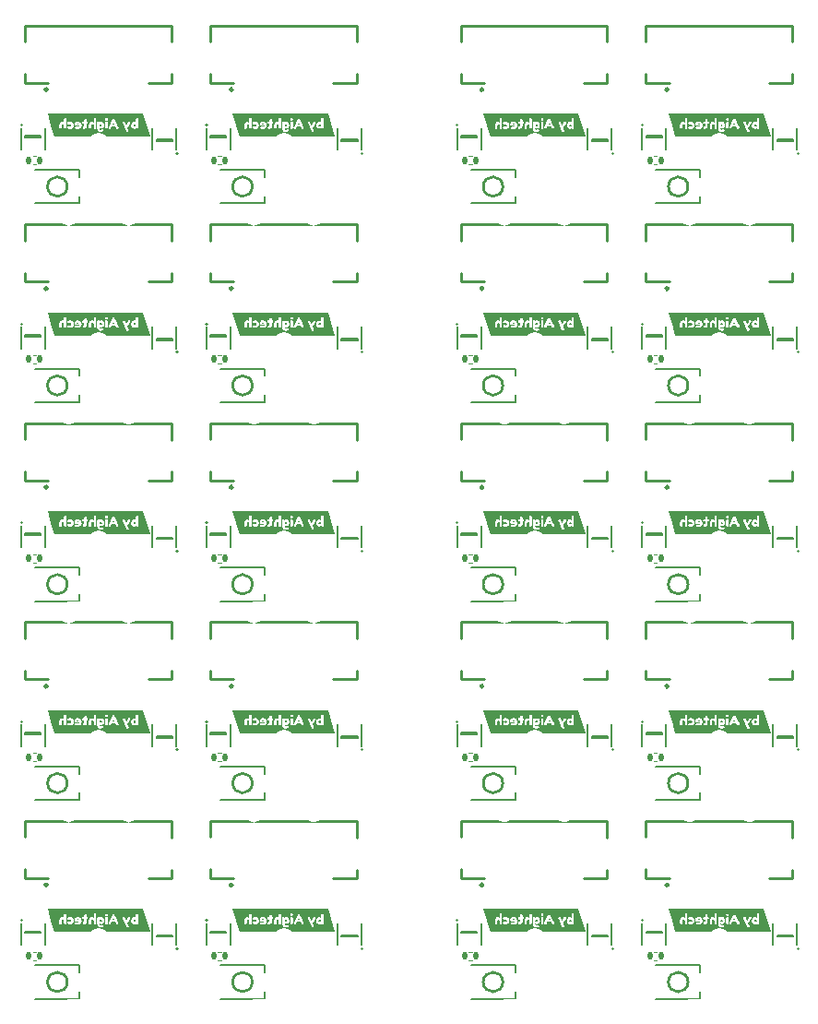
<source format=gbr>
%TF.GenerationSoftware,KiCad,Pcbnew,8.0.5-unknown-202409181836~355805756e~ubuntu22.04.1*%
%TF.CreationDate,2024-10-08T14:59:54+01:00*%
%TF.ProjectId,PANEL5x4_COM_MOD,50414e45-4c35-4783-945f-434f4d5f4d4f,1.0*%
%TF.SameCoordinates,Original*%
%TF.FileFunction,Legend,Bot*%
%TF.FilePolarity,Positive*%
%FSLAX46Y46*%
G04 Gerber Fmt 4.6, Leading zero omitted, Abs format (unit mm)*
G04 Created by KiCad (PCBNEW 8.0.5-unknown-202409181836~355805756e~ubuntu22.04.1) date 2024-10-08 14:59:54*
%MOMM*%
%LPD*%
G01*
G04 APERTURE LIST*
G04 Aperture macros list*
%AMRoundRect*
0 Rectangle with rounded corners*
0 $1 Rounding radius*
0 $2 $3 $4 $5 $6 $7 $8 $9 X,Y pos of 4 corners*
0 Add a 4 corners polygon primitive as box body*
4,1,4,$2,$3,$4,$5,$6,$7,$8,$9,$2,$3,0*
0 Add four circle primitives for the rounded corners*
1,1,$1+$1,$2,$3*
1,1,$1+$1,$4,$5*
1,1,$1+$1,$6,$7*
1,1,$1+$1,$8,$9*
0 Add four rect primitives between the rounded corners*
20,1,$1+$1,$2,$3,$4,$5,0*
20,1,$1+$1,$4,$5,$6,$7,0*
20,1,$1+$1,$6,$7,$8,$9,0*
20,1,$1+$1,$8,$9,$2,$3,0*%
G04 Aperture macros list end*
%ADD10C,0.000000*%
%ADD11C,0.250000*%
%ADD12C,0.150000*%
%ADD13C,0.120000*%
%ADD14C,1.000000*%
%ADD15R,1.000000X1.000000*%
%ADD16C,0.500000*%
%ADD17C,2.000000*%
%ADD18R,0.300000X1.250000*%
%ADD19R,2.000000X2.500000*%
%ADD20R,1.230000X1.360000*%
%ADD21R,0.700000X0.900000*%
%ADD22RoundRect,0.135000X-0.135000X-0.185000X0.135000X-0.185000X0.135000X0.185000X-0.135000X0.185000X0*%
G04 APERTURE END LIST*
D10*
%TO.C,kibuzzard-658C2757*%
G36*
X31943354Y-68704918D02*
G01*
X31774444Y-68704918D01*
X31859534Y-68530928D01*
X31943354Y-68704918D01*
G37*
G36*
X28659134Y-68642053D02*
G01*
X28699774Y-68713808D01*
X28539754Y-68713808D01*
X28491494Y-68673168D01*
X28513719Y-68626178D01*
X28577219Y-68608398D01*
X28659134Y-68642053D01*
G37*
G36*
X30769874Y-68671898D02*
G01*
X30800354Y-68747463D01*
X30767969Y-68821758D01*
X30689229Y-68854778D01*
X30612394Y-68821123D01*
X30581914Y-68747463D01*
X30611124Y-68672533D01*
X30689864Y-68637608D01*
X30769874Y-68671898D01*
G37*
G36*
X33879469Y-68680788D02*
G01*
X33909314Y-68757623D01*
X33878199Y-68833188D01*
X33800094Y-68867478D01*
X33720084Y-68833188D01*
X33687064Y-68756988D01*
X33717544Y-68680153D01*
X33798824Y-68645228D01*
X33879469Y-68680788D01*
G37*
G36*
X35195866Y-69814051D02*
G01*
X34557437Y-69814051D01*
X34134104Y-69814051D01*
X34023614Y-69814051D01*
X33115564Y-69814051D01*
X31533779Y-69814051D01*
X31211834Y-69814051D01*
X30687324Y-69814051D01*
X29700534Y-69814051D01*
X29132844Y-69814051D01*
X28575314Y-69814051D01*
X27862844Y-69814051D01*
X26977654Y-69814051D01*
X26865894Y-69814051D01*
X26442561Y-69814051D01*
X26125442Y-68756988D01*
X26865894Y-68756988D01*
X26865894Y-68980508D01*
X26867799Y-69024323D01*
X26879864Y-69057978D01*
X26912566Y-69082743D01*
X26977654Y-69090998D01*
X27040519Y-69082743D01*
X27074174Y-69057978D01*
X27086239Y-69023688D01*
X27088144Y-68977968D01*
X27088144Y-68755718D01*
X27117354Y-68674438D01*
X27191649Y-68645228D01*
X27271024Y-68672533D01*
X27310394Y-68734128D01*
X27310394Y-68980508D01*
X27312299Y-69024323D01*
X27324364Y-69057978D01*
X27357067Y-69082743D01*
X27422154Y-69090998D01*
X27486606Y-69082426D01*
X27519944Y-69056708D01*
X27530739Y-69023688D01*
X27532644Y-68979238D01*
X27532644Y-68548073D01*
X27615194Y-68548073D01*
X27641864Y-68621098D01*
X27686631Y-68673485D01*
X27729494Y-68690948D01*
X27798074Y-68663008D01*
X27863479Y-68641418D01*
X27942854Y-68671898D01*
X27979684Y-68756353D01*
X27944124Y-68840173D01*
X27868559Y-68870018D01*
X27793629Y-68846523D01*
X27737114Y-68823028D01*
X27694886Y-68839855D01*
X27644404Y-68890338D01*
X27615194Y-68956378D01*
X27632657Y-69003050D01*
X27685044Y-69046548D01*
X27765689Y-69084648D01*
X27862844Y-69097348D01*
X27940596Y-69087894D01*
X28016373Y-69059530D01*
X28090174Y-69012258D01*
X28137481Y-68964792D01*
X28175264Y-68903673D01*
X28200029Y-68832235D01*
X28208284Y-68753813D01*
X28200096Y-68676343D01*
X28271784Y-68676343D01*
X28281468Y-68744288D01*
X28310519Y-68791913D01*
X28396244Y-68829378D01*
X28697234Y-68829378D01*
X28655324Y-68889068D01*
X28571504Y-68913198D01*
X28505781Y-68909388D01*
X28455934Y-68897958D01*
X28441964Y-68892878D01*
X28391164Y-68878908D01*
X28321314Y-68936058D01*
X28304804Y-68994478D01*
X28321711Y-69043929D01*
X28372431Y-69079250D01*
X28456966Y-69100444D01*
X28575314Y-69107508D01*
X28664055Y-69099412D01*
X28742319Y-69075123D01*
X28807248Y-69037499D01*
X28855984Y-68989398D01*
X28900434Y-68918137D01*
X28927104Y-68841514D01*
X28935994Y-68759528D01*
X28924493Y-68659974D01*
X28889992Y-68574672D01*
X28858700Y-68536008D01*
X28986794Y-68536008D01*
X28995367Y-68600460D01*
X29021084Y-68633798D01*
X29054739Y-68644593D01*
X29098554Y-68646498D01*
X29181104Y-68641418D01*
X29181104Y-68816678D01*
X29170309Y-68866208D01*
X29129669Y-68881448D01*
X29083949Y-68883353D01*
X29050294Y-68895418D01*
X29021084Y-68980508D01*
X29029974Y-69044960D01*
X29056644Y-69078298D01*
X29090299Y-69089093D01*
X29132844Y-69090998D01*
X29213842Y-69084366D01*
X29280728Y-69064469D01*
X29333504Y-69031308D01*
X29371604Y-68982342D01*
X29394464Y-68915032D01*
X29402084Y-68829378D01*
X29402084Y-68756988D01*
X29588774Y-68756988D01*
X29588774Y-68980508D01*
X29590679Y-69024323D01*
X29602744Y-69057978D01*
X29635446Y-69082743D01*
X29700534Y-69090998D01*
X29763399Y-69082743D01*
X29797054Y-69057978D01*
X29809119Y-69023688D01*
X29811024Y-68977968D01*
X29811024Y-68755718D01*
X29840234Y-68674438D01*
X29914529Y-68645228D01*
X29993904Y-68672533D01*
X30033274Y-68734128D01*
X30033274Y-68980508D01*
X30035179Y-69024323D01*
X30047244Y-69057978D01*
X30079946Y-69082743D01*
X30145034Y-69090998D01*
X30209486Y-69082426D01*
X30242824Y-69056708D01*
X30253619Y-69023688D01*
X30255524Y-68979238D01*
X30255524Y-68528388D01*
X30357124Y-68528388D01*
X30357124Y-69054168D01*
X30368413Y-69145255D01*
X30402280Y-69223784D01*
X30458724Y-69289753D01*
X30529280Y-69339495D01*
X30605480Y-69369340D01*
X30687324Y-69379288D01*
X30781622Y-69367541D01*
X30871474Y-69332298D01*
X30937197Y-69287530D01*
X30959104Y-69247208D01*
X30921004Y-69159578D01*
X30883539Y-69122748D01*
X30852424Y-69112588D01*
X30815594Y-69127828D01*
X30752094Y-69163071D01*
X30683514Y-69174818D01*
X30604774Y-69136718D01*
X30574294Y-69045278D01*
X30574294Y-69007178D01*
X30636841Y-69054803D01*
X30727964Y-69070678D01*
X30796756Y-69059883D01*
X30862584Y-69027498D01*
X30925449Y-68973523D01*
X30976602Y-68905155D01*
X31007293Y-68829590D01*
X31017524Y-68746828D01*
X31007223Y-68663996D01*
X30976320Y-68588219D01*
X30937188Y-68536008D01*
X31100074Y-68536008D01*
X31100074Y-68980508D01*
X31101979Y-69024323D01*
X31114044Y-69057978D01*
X31146746Y-69082743D01*
X31211834Y-69090998D01*
X31276286Y-69082426D01*
X31309624Y-69056708D01*
X31320419Y-69023688D01*
X31321453Y-68999558D01*
X31392174Y-68999558D01*
X31410589Y-69043056D01*
X31465834Y-69082108D01*
X31533779Y-69103698D01*
X31574419Y-69092268D01*
X31597279Y-69068138D01*
X31616964Y-69030038D01*
X31683004Y-68892878D01*
X32034794Y-68892878D01*
X32100834Y-69030038D01*
X32120519Y-69066868D01*
X32143379Y-69090363D01*
X32184019Y-69102428D01*
X32251964Y-69080838D01*
X32307209Y-69042738D01*
X32325624Y-68999558D01*
X32304034Y-68934788D01*
X32098539Y-68509338D01*
X32685034Y-68509338D01*
X32695194Y-68552518D01*
X32705354Y-68574108D01*
X33038094Y-69318328D01*
X33055239Y-69355158D01*
X33077464Y-69379288D01*
X33115564Y-69390718D01*
X33182874Y-69371668D01*
X33239072Y-69335473D01*
X33257804Y-69292928D01*
X33250184Y-69263321D01*
X33227324Y-69204981D01*
X33189224Y-69117906D01*
X33135884Y-69002098D01*
X33281864Y-68756353D01*
X33464814Y-68756353D01*
X33475256Y-68841161D01*
X33506583Y-68918631D01*
X33558794Y-68988763D01*
X33623000Y-69044149D01*
X33690310Y-69077381D01*
X33760724Y-69088458D01*
X33853116Y-69073218D01*
X33914394Y-69027498D01*
X33946779Y-69074170D01*
X34023614Y-69089728D01*
X34088066Y-69081155D01*
X34121404Y-69055438D01*
X34132199Y-69021783D01*
X34134104Y-68977968D01*
X34134104Y-68219778D01*
X34132199Y-68175963D01*
X34121404Y-68143578D01*
X34087749Y-68117860D01*
X34022344Y-68109288D01*
X33958209Y-68117860D01*
X33925824Y-68143578D01*
X33913759Y-68177233D01*
X33911854Y-68221048D01*
X33911854Y-68485208D01*
X33850259Y-68438535D01*
X33767074Y-68422978D01*
X33693767Y-68434126D01*
X33624552Y-68467569D01*
X33559429Y-68523308D01*
X33506865Y-68593793D01*
X33475327Y-68671475D01*
X33464814Y-68756353D01*
X33281864Y-68756353D01*
X33388614Y-68576648D01*
X33414014Y-68514418D01*
X33396869Y-68473778D01*
X33345434Y-68433138D01*
X33278124Y-68407738D01*
X33238754Y-68417898D01*
X33216529Y-68438853D01*
X33195574Y-68473778D01*
X33146679Y-68556963D01*
X33105404Y-68626884D01*
X33065399Y-68693559D01*
X33026664Y-68756988D01*
X33006344Y-68707617D01*
X32958084Y-68600143D01*
X32910300Y-68495527D01*
X32891409Y-68454728D01*
X32876804Y-68433138D01*
X32830449Y-68411548D01*
X32759964Y-68429328D01*
X32703766Y-68465840D01*
X32685034Y-68509338D01*
X32098539Y-68509338D01*
X31961134Y-68224858D01*
X31918589Y-68177868D01*
X31858264Y-68160088D01*
X31798574Y-68176598D01*
X31756664Y-68226128D01*
X31413764Y-68934788D01*
X31392174Y-68999558D01*
X31321453Y-68999558D01*
X31322324Y-68979238D01*
X31322324Y-68533468D01*
X31320419Y-68489653D01*
X31309624Y-68455998D01*
X31275969Y-68431233D01*
X31211199Y-68423058D01*
X31210564Y-68422978D01*
X31124204Y-68444568D01*
X31101344Y-68499178D01*
X31100074Y-68536008D01*
X30937188Y-68536008D01*
X30924814Y-68519498D01*
X30861032Y-68465170D01*
X30793298Y-68432574D01*
X30721614Y-68421708D01*
X30642874Y-68437583D01*
X30593979Y-68466793D01*
X30573024Y-68491558D01*
X30546989Y-68437583D01*
X30475234Y-68419168D01*
X30402844Y-68426788D01*
X30370459Y-68452823D01*
X30359029Y-68485208D01*
X30357124Y-68528388D01*
X30255524Y-68528388D01*
X30255524Y-68221048D01*
X31100074Y-68221048D01*
X31101979Y-68264863D01*
X31113409Y-68297883D01*
X31147064Y-68323918D01*
X31211199Y-68331538D01*
X31275334Y-68323918D01*
X31308989Y-68297248D01*
X31320419Y-68263593D01*
X31322324Y-68219778D01*
X31320419Y-68175963D01*
X31309624Y-68143578D01*
X31275969Y-68117860D01*
X31210564Y-68109288D01*
X31146429Y-68117860D01*
X31114044Y-68143578D01*
X31101979Y-68177233D01*
X31100074Y-68221048D01*
X30255524Y-68221048D01*
X30255524Y-68219778D01*
X30253619Y-68175963D01*
X30242824Y-68143578D01*
X30209169Y-68117860D01*
X30143764Y-68109288D01*
X30079629Y-68117860D01*
X30047244Y-68143578D01*
X30035179Y-68177233D01*
X30033274Y-68221048D01*
X30033274Y-68501718D01*
X29964376Y-68443615D01*
X29884684Y-68424248D01*
X29804745Y-68434972D01*
X29734260Y-68467146D01*
X29673229Y-68520768D01*
X29626310Y-68589912D01*
X29598158Y-68668652D01*
X29588774Y-68756988D01*
X29402084Y-68756988D01*
X29402084Y-68641418D01*
X29454154Y-68645228D01*
X29500509Y-68623638D01*
X29518924Y-68549978D01*
X29512574Y-68474413D01*
X29494794Y-68440758D01*
X29443994Y-68424248D01*
X29402084Y-68429328D01*
X29402084Y-68298518D01*
X29400179Y-68255338D01*
X29388114Y-68224858D01*
X29355411Y-68201045D01*
X29290324Y-68193108D01*
X29221426Y-68204855D01*
X29187454Y-68240098D01*
X29181104Y-68304868D01*
X29181104Y-68429328D01*
X29096649Y-68424248D01*
X29053469Y-68426153D01*
X29019814Y-68438218D01*
X28995049Y-68470920D01*
X28986794Y-68536008D01*
X28858700Y-68536008D01*
X28832489Y-68503623D01*
X28757771Y-68450354D01*
X28671622Y-68418392D01*
X28574044Y-68407738D01*
X28491653Y-68415517D01*
X28421009Y-68438853D01*
X28362113Y-68477747D01*
X28314964Y-68532198D01*
X28282579Y-68601254D01*
X28271784Y-68676343D01*
X28200096Y-68676343D01*
X28200029Y-68675708D01*
X28175264Y-68605223D01*
X28137481Y-68545057D01*
X28090174Y-68497908D01*
X28018348Y-68451341D01*
X27943418Y-68423401D01*
X27865384Y-68414088D01*
X27771404Y-68427423D01*
X27704094Y-68453458D01*
X27683774Y-68466158D01*
X27648214Y-68490288D01*
X27615194Y-68548073D01*
X27532644Y-68548073D01*
X27532644Y-68219778D01*
X27530739Y-68175963D01*
X27519944Y-68143578D01*
X27486289Y-68117860D01*
X27420884Y-68109288D01*
X27356749Y-68117860D01*
X27324364Y-68143578D01*
X27312299Y-68177233D01*
X27310394Y-68221048D01*
X27310394Y-68501718D01*
X27241496Y-68443615D01*
X27161804Y-68424248D01*
X27081865Y-68434972D01*
X27011380Y-68467146D01*
X26950349Y-68520768D01*
X26903430Y-68589912D01*
X26875278Y-68668652D01*
X26865894Y-68756988D01*
X26125442Y-68756988D01*
X25804132Y-67685955D01*
X26442561Y-67685955D01*
X26865894Y-67685955D01*
X34134104Y-67685955D01*
X34557437Y-67685955D01*
X35195866Y-69814051D01*
G37*
D11*
%TO.C,FPC1*%
X23730000Y-77880004D02*
X37170000Y-77880004D01*
X23730000Y-79340004D02*
X23730000Y-77880004D01*
X23730000Y-83120004D02*
X23730000Y-82300004D01*
X25870000Y-83120004D02*
X23730000Y-83120004D01*
X37170000Y-77880004D02*
X37170000Y-79370004D01*
X37170000Y-82330004D02*
X37170000Y-83120004D01*
X37170000Y-83120004D02*
X35030000Y-83120004D01*
X25800000Y-83750004D02*
G75*
G02*
X25540000Y-83750004I-130000J0D01*
G01*
X25540000Y-83750004D02*
G75*
G02*
X25800000Y-83750004I130000J0D01*
G01*
X25800000Y-83750004D02*
G75*
G02*
X25540000Y-83750004I-130000J0D01*
G01*
X25540000Y-83750004D02*
G75*
G02*
X25800000Y-83750004I130000J0D01*
G01*
X63730000Y-23130001D02*
X77170000Y-23130001D01*
X63730000Y-24590001D02*
X63730000Y-23130001D01*
X63730000Y-28370001D02*
X63730000Y-27550001D01*
X65870000Y-28370001D02*
X63730000Y-28370001D01*
X77170000Y-23130001D02*
X77170000Y-24620001D01*
X77170000Y-27580001D02*
X77170000Y-28370001D01*
X77170000Y-28370001D02*
X75030000Y-28370001D01*
X65800000Y-29000001D02*
G75*
G02*
X65540000Y-29000001I-130000J0D01*
G01*
X65540000Y-29000001D02*
G75*
G02*
X65800000Y-29000001I130000J0D01*
G01*
X65800000Y-29000001D02*
G75*
G02*
X65540000Y-29000001I-130000J0D01*
G01*
X65540000Y-29000001D02*
G75*
G02*
X65800000Y-29000001I130000J0D01*
G01*
D12*
%TO.C,SW1*%
X28729999Y-18110000D02*
X24669999Y-18110000D01*
X28729999Y-18770000D02*
X28729999Y-18110000D01*
X28729999Y-20530000D02*
X28729999Y-21190000D01*
X28729999Y-21190000D02*
X24669999Y-21190000D01*
D11*
X27599999Y-19650000D02*
G75*
G02*
X25799999Y-19650000I-900000J0D01*
G01*
X25799999Y-19650000D02*
G75*
G02*
X27599999Y-19650000I900000J0D01*
G01*
%TO.C,FPC1*%
X23730000Y-41380002D02*
X37170000Y-41380002D01*
X23730000Y-42840002D02*
X23730000Y-41380002D01*
X23730000Y-46620002D02*
X23730000Y-45800002D01*
X25870000Y-46620002D02*
X23730000Y-46620002D01*
X37170000Y-41380002D02*
X37170000Y-42870002D01*
X37170000Y-45830002D02*
X37170000Y-46620002D01*
X37170000Y-46620002D02*
X35030000Y-46620002D01*
X25800000Y-47250002D02*
G75*
G02*
X25540000Y-47250002I-130000J0D01*
G01*
X25540000Y-47250002D02*
G75*
G02*
X25800000Y-47250002I130000J0D01*
G01*
X25800000Y-47250002D02*
G75*
G02*
X25540000Y-47250002I-130000J0D01*
G01*
X25540000Y-47250002D02*
G75*
G02*
X25800000Y-47250002I130000J0D01*
G01*
X46730000Y-59630003D02*
X60170000Y-59630003D01*
X46730000Y-61090003D02*
X46730000Y-59630003D01*
X46730000Y-64870003D02*
X46730000Y-64050003D01*
X48870000Y-64870003D02*
X46730000Y-64870003D01*
X60170000Y-59630003D02*
X60170000Y-61120003D01*
X60170000Y-64080003D02*
X60170000Y-64870003D01*
X60170000Y-64870003D02*
X58030000Y-64870003D01*
X48800000Y-65500003D02*
G75*
G02*
X48540000Y-65500003I-130000J0D01*
G01*
X48540000Y-65500003D02*
G75*
G02*
X48800000Y-65500003I130000J0D01*
G01*
X48800000Y-65500003D02*
G75*
G02*
X48540000Y-65500003I-130000J0D01*
G01*
X48540000Y-65500003D02*
G75*
G02*
X48800000Y-65500003I130000J0D01*
G01*
D12*
%TO.C,SW1*%
X51729999Y-91110004D02*
X47669999Y-91110004D01*
X51729999Y-91770004D02*
X51729999Y-91110004D01*
X51729999Y-93530004D02*
X51729999Y-94190004D01*
X51729999Y-94190004D02*
X47669999Y-94190004D01*
D11*
X50599999Y-92650004D02*
G75*
G02*
X48799999Y-92650004I-900000J0D01*
G01*
X48799999Y-92650004D02*
G75*
G02*
X50599999Y-92650004I900000J0D01*
G01*
%TO.C,LED2*%
X23360000Y-86950004D02*
X23350000Y-86950004D01*
D12*
X23400000Y-87250004D02*
X23400000Y-89250004D01*
X23750000Y-88150004D02*
X23750000Y-88000004D01*
X25150000Y-88150004D02*
X23750000Y-88150004D01*
X25200000Y-88000004D02*
X23750000Y-88000004D01*
X25200000Y-88000004D02*
X25200000Y-88150004D01*
X25200000Y-88150004D02*
X25150000Y-88150004D01*
X25600000Y-89250004D02*
X25600000Y-87250004D01*
D11*
%TO.C,FPC1*%
X46730000Y-23130001D02*
X60170000Y-23130001D01*
X46730000Y-24590001D02*
X46730000Y-23130001D01*
X46730000Y-28370001D02*
X46730000Y-27550001D01*
X48870000Y-28370001D02*
X46730000Y-28370001D01*
X60170000Y-23130001D02*
X60170000Y-24620001D01*
X60170000Y-27580001D02*
X60170000Y-28370001D01*
X60170000Y-28370001D02*
X58030000Y-28370001D01*
X48800000Y-29000001D02*
G75*
G02*
X48540000Y-29000001I-130000J0D01*
G01*
X48540000Y-29000001D02*
G75*
G02*
X48800000Y-29000001I130000J0D01*
G01*
X48800000Y-29000001D02*
G75*
G02*
X48540000Y-29000001I-130000J0D01*
G01*
X48540000Y-29000001D02*
G75*
G02*
X48800000Y-29000001I130000J0D01*
G01*
D10*
%TO.C,kibuzzard-658C2757*%
G36*
X71943354Y-68704918D02*
G01*
X71774444Y-68704918D01*
X71859534Y-68530928D01*
X71943354Y-68704918D01*
G37*
G36*
X68659134Y-68642053D02*
G01*
X68699774Y-68713808D01*
X68539754Y-68713808D01*
X68491494Y-68673168D01*
X68513719Y-68626178D01*
X68577219Y-68608398D01*
X68659134Y-68642053D01*
G37*
G36*
X70769874Y-68671898D02*
G01*
X70800354Y-68747463D01*
X70767969Y-68821758D01*
X70689229Y-68854778D01*
X70612394Y-68821123D01*
X70581914Y-68747463D01*
X70611124Y-68672533D01*
X70689864Y-68637608D01*
X70769874Y-68671898D01*
G37*
G36*
X73879469Y-68680788D02*
G01*
X73909314Y-68757623D01*
X73878199Y-68833188D01*
X73800094Y-68867478D01*
X73720084Y-68833188D01*
X73687064Y-68756988D01*
X73717544Y-68680153D01*
X73798824Y-68645228D01*
X73879469Y-68680788D01*
G37*
G36*
X75195866Y-69814051D02*
G01*
X74557437Y-69814051D01*
X74134104Y-69814051D01*
X74023614Y-69814051D01*
X73115564Y-69814051D01*
X71533779Y-69814051D01*
X71211834Y-69814051D01*
X70687324Y-69814051D01*
X69700534Y-69814051D01*
X69132844Y-69814051D01*
X68575314Y-69814051D01*
X67862844Y-69814051D01*
X66977654Y-69814051D01*
X66865894Y-69814051D01*
X66442561Y-69814051D01*
X66125442Y-68756988D01*
X66865894Y-68756988D01*
X66865894Y-68980508D01*
X66867799Y-69024323D01*
X66879864Y-69057978D01*
X66912566Y-69082743D01*
X66977654Y-69090998D01*
X67040519Y-69082743D01*
X67074174Y-69057978D01*
X67086239Y-69023688D01*
X67088144Y-68977968D01*
X67088144Y-68755718D01*
X67117354Y-68674438D01*
X67191649Y-68645228D01*
X67271024Y-68672533D01*
X67310394Y-68734128D01*
X67310394Y-68980508D01*
X67312299Y-69024323D01*
X67324364Y-69057978D01*
X67357067Y-69082743D01*
X67422154Y-69090998D01*
X67486606Y-69082426D01*
X67519944Y-69056708D01*
X67530739Y-69023688D01*
X67532644Y-68979238D01*
X67532644Y-68548073D01*
X67615194Y-68548073D01*
X67641864Y-68621098D01*
X67686631Y-68673485D01*
X67729494Y-68690948D01*
X67798074Y-68663008D01*
X67863479Y-68641418D01*
X67942854Y-68671898D01*
X67979684Y-68756353D01*
X67944124Y-68840173D01*
X67868559Y-68870018D01*
X67793629Y-68846523D01*
X67737114Y-68823028D01*
X67694886Y-68839855D01*
X67644404Y-68890338D01*
X67615194Y-68956378D01*
X67632657Y-69003050D01*
X67685044Y-69046548D01*
X67765689Y-69084648D01*
X67862844Y-69097348D01*
X67940596Y-69087894D01*
X68016373Y-69059530D01*
X68090174Y-69012258D01*
X68137481Y-68964792D01*
X68175264Y-68903673D01*
X68200029Y-68832235D01*
X68208284Y-68753813D01*
X68200096Y-68676343D01*
X68271784Y-68676343D01*
X68281468Y-68744288D01*
X68310519Y-68791913D01*
X68396244Y-68829378D01*
X68697234Y-68829378D01*
X68655324Y-68889068D01*
X68571504Y-68913198D01*
X68505781Y-68909388D01*
X68455934Y-68897958D01*
X68441964Y-68892878D01*
X68391164Y-68878908D01*
X68321314Y-68936058D01*
X68304804Y-68994478D01*
X68321711Y-69043929D01*
X68372431Y-69079250D01*
X68456966Y-69100444D01*
X68575314Y-69107508D01*
X68664055Y-69099412D01*
X68742319Y-69075123D01*
X68807248Y-69037499D01*
X68855984Y-68989398D01*
X68900434Y-68918137D01*
X68927104Y-68841514D01*
X68935994Y-68759528D01*
X68924493Y-68659974D01*
X68889992Y-68574672D01*
X68858700Y-68536008D01*
X68986794Y-68536008D01*
X68995367Y-68600460D01*
X69021084Y-68633798D01*
X69054739Y-68644593D01*
X69098554Y-68646498D01*
X69181104Y-68641418D01*
X69181104Y-68816678D01*
X69170309Y-68866208D01*
X69129669Y-68881448D01*
X69083949Y-68883353D01*
X69050294Y-68895418D01*
X69021084Y-68980508D01*
X69029974Y-69044960D01*
X69056644Y-69078298D01*
X69090299Y-69089093D01*
X69132844Y-69090998D01*
X69213842Y-69084366D01*
X69280728Y-69064469D01*
X69333504Y-69031308D01*
X69371604Y-68982342D01*
X69394464Y-68915032D01*
X69402084Y-68829378D01*
X69402084Y-68756988D01*
X69588774Y-68756988D01*
X69588774Y-68980508D01*
X69590679Y-69024323D01*
X69602744Y-69057978D01*
X69635446Y-69082743D01*
X69700534Y-69090998D01*
X69763399Y-69082743D01*
X69797054Y-69057978D01*
X69809119Y-69023688D01*
X69811024Y-68977968D01*
X69811024Y-68755718D01*
X69840234Y-68674438D01*
X69914529Y-68645228D01*
X69993904Y-68672533D01*
X70033274Y-68734128D01*
X70033274Y-68980508D01*
X70035179Y-69024323D01*
X70047244Y-69057978D01*
X70079946Y-69082743D01*
X70145034Y-69090998D01*
X70209486Y-69082426D01*
X70242824Y-69056708D01*
X70253619Y-69023688D01*
X70255524Y-68979238D01*
X70255524Y-68528388D01*
X70357124Y-68528388D01*
X70357124Y-69054168D01*
X70368413Y-69145255D01*
X70402280Y-69223784D01*
X70458724Y-69289753D01*
X70529280Y-69339495D01*
X70605480Y-69369340D01*
X70687324Y-69379288D01*
X70781622Y-69367541D01*
X70871474Y-69332298D01*
X70937197Y-69287530D01*
X70959104Y-69247208D01*
X70921004Y-69159578D01*
X70883539Y-69122748D01*
X70852424Y-69112588D01*
X70815594Y-69127828D01*
X70752094Y-69163071D01*
X70683514Y-69174818D01*
X70604774Y-69136718D01*
X70574294Y-69045278D01*
X70574294Y-69007178D01*
X70636841Y-69054803D01*
X70727964Y-69070678D01*
X70796756Y-69059883D01*
X70862584Y-69027498D01*
X70925449Y-68973523D01*
X70976602Y-68905155D01*
X71007293Y-68829590D01*
X71017524Y-68746828D01*
X71007223Y-68663996D01*
X70976320Y-68588219D01*
X70937188Y-68536008D01*
X71100074Y-68536008D01*
X71100074Y-68980508D01*
X71101979Y-69024323D01*
X71114044Y-69057978D01*
X71146746Y-69082743D01*
X71211834Y-69090998D01*
X71276286Y-69082426D01*
X71309624Y-69056708D01*
X71320419Y-69023688D01*
X71321453Y-68999558D01*
X71392174Y-68999558D01*
X71410589Y-69043056D01*
X71465834Y-69082108D01*
X71533779Y-69103698D01*
X71574419Y-69092268D01*
X71597279Y-69068138D01*
X71616964Y-69030038D01*
X71683004Y-68892878D01*
X72034794Y-68892878D01*
X72100834Y-69030038D01*
X72120519Y-69066868D01*
X72143379Y-69090363D01*
X72184019Y-69102428D01*
X72251964Y-69080838D01*
X72307209Y-69042738D01*
X72325624Y-68999558D01*
X72304034Y-68934788D01*
X72098539Y-68509338D01*
X72685034Y-68509338D01*
X72695194Y-68552518D01*
X72705354Y-68574108D01*
X73038094Y-69318328D01*
X73055239Y-69355158D01*
X73077464Y-69379288D01*
X73115564Y-69390718D01*
X73182874Y-69371668D01*
X73239072Y-69335473D01*
X73257804Y-69292928D01*
X73250184Y-69263321D01*
X73227324Y-69204981D01*
X73189224Y-69117906D01*
X73135884Y-69002098D01*
X73281864Y-68756353D01*
X73464814Y-68756353D01*
X73475256Y-68841161D01*
X73506583Y-68918631D01*
X73558794Y-68988763D01*
X73623000Y-69044149D01*
X73690310Y-69077381D01*
X73760724Y-69088458D01*
X73853116Y-69073218D01*
X73914394Y-69027498D01*
X73946779Y-69074170D01*
X74023614Y-69089728D01*
X74088066Y-69081155D01*
X74121404Y-69055438D01*
X74132199Y-69021783D01*
X74134104Y-68977968D01*
X74134104Y-68219778D01*
X74132199Y-68175963D01*
X74121404Y-68143578D01*
X74087749Y-68117860D01*
X74022344Y-68109288D01*
X73958209Y-68117860D01*
X73925824Y-68143578D01*
X73913759Y-68177233D01*
X73911854Y-68221048D01*
X73911854Y-68485208D01*
X73850259Y-68438535D01*
X73767074Y-68422978D01*
X73693767Y-68434126D01*
X73624552Y-68467569D01*
X73559429Y-68523308D01*
X73506865Y-68593793D01*
X73475327Y-68671475D01*
X73464814Y-68756353D01*
X73281864Y-68756353D01*
X73388614Y-68576648D01*
X73414014Y-68514418D01*
X73396869Y-68473778D01*
X73345434Y-68433138D01*
X73278124Y-68407738D01*
X73238754Y-68417898D01*
X73216529Y-68438853D01*
X73195574Y-68473778D01*
X73146679Y-68556963D01*
X73105404Y-68626884D01*
X73065399Y-68693559D01*
X73026664Y-68756988D01*
X73006344Y-68707617D01*
X72958084Y-68600143D01*
X72910300Y-68495527D01*
X72891409Y-68454728D01*
X72876804Y-68433138D01*
X72830449Y-68411548D01*
X72759964Y-68429328D01*
X72703766Y-68465840D01*
X72685034Y-68509338D01*
X72098539Y-68509338D01*
X71961134Y-68224858D01*
X71918589Y-68177868D01*
X71858264Y-68160088D01*
X71798574Y-68176598D01*
X71756664Y-68226128D01*
X71413764Y-68934788D01*
X71392174Y-68999558D01*
X71321453Y-68999558D01*
X71322324Y-68979238D01*
X71322324Y-68533468D01*
X71320419Y-68489653D01*
X71309624Y-68455998D01*
X71275969Y-68431233D01*
X71211199Y-68423058D01*
X71210564Y-68422978D01*
X71124204Y-68444568D01*
X71101344Y-68499178D01*
X71100074Y-68536008D01*
X70937188Y-68536008D01*
X70924814Y-68519498D01*
X70861032Y-68465170D01*
X70793298Y-68432574D01*
X70721614Y-68421708D01*
X70642874Y-68437583D01*
X70593979Y-68466793D01*
X70573024Y-68491558D01*
X70546989Y-68437583D01*
X70475234Y-68419168D01*
X70402844Y-68426788D01*
X70370459Y-68452823D01*
X70359029Y-68485208D01*
X70357124Y-68528388D01*
X70255524Y-68528388D01*
X70255524Y-68221048D01*
X71100074Y-68221048D01*
X71101979Y-68264863D01*
X71113409Y-68297883D01*
X71147064Y-68323918D01*
X71211199Y-68331538D01*
X71275334Y-68323918D01*
X71308989Y-68297248D01*
X71320419Y-68263593D01*
X71322324Y-68219778D01*
X71320419Y-68175963D01*
X71309624Y-68143578D01*
X71275969Y-68117860D01*
X71210564Y-68109288D01*
X71146429Y-68117860D01*
X71114044Y-68143578D01*
X71101979Y-68177233D01*
X71100074Y-68221048D01*
X70255524Y-68221048D01*
X70255524Y-68219778D01*
X70253619Y-68175963D01*
X70242824Y-68143578D01*
X70209169Y-68117860D01*
X70143764Y-68109288D01*
X70079629Y-68117860D01*
X70047244Y-68143578D01*
X70035179Y-68177233D01*
X70033274Y-68221048D01*
X70033274Y-68501718D01*
X69964376Y-68443615D01*
X69884684Y-68424248D01*
X69804745Y-68434972D01*
X69734260Y-68467146D01*
X69673229Y-68520768D01*
X69626310Y-68589912D01*
X69598158Y-68668652D01*
X69588774Y-68756988D01*
X69402084Y-68756988D01*
X69402084Y-68641418D01*
X69454154Y-68645228D01*
X69500509Y-68623638D01*
X69518924Y-68549978D01*
X69512574Y-68474413D01*
X69494794Y-68440758D01*
X69443994Y-68424248D01*
X69402084Y-68429328D01*
X69402084Y-68298518D01*
X69400179Y-68255338D01*
X69388114Y-68224858D01*
X69355411Y-68201045D01*
X69290324Y-68193108D01*
X69221426Y-68204855D01*
X69187454Y-68240098D01*
X69181104Y-68304868D01*
X69181104Y-68429328D01*
X69096649Y-68424248D01*
X69053469Y-68426153D01*
X69019814Y-68438218D01*
X68995049Y-68470920D01*
X68986794Y-68536008D01*
X68858700Y-68536008D01*
X68832489Y-68503623D01*
X68757771Y-68450354D01*
X68671622Y-68418392D01*
X68574044Y-68407738D01*
X68491653Y-68415517D01*
X68421009Y-68438853D01*
X68362113Y-68477747D01*
X68314964Y-68532198D01*
X68282579Y-68601254D01*
X68271784Y-68676343D01*
X68200096Y-68676343D01*
X68200029Y-68675708D01*
X68175264Y-68605223D01*
X68137481Y-68545057D01*
X68090174Y-68497908D01*
X68018348Y-68451341D01*
X67943418Y-68423401D01*
X67865384Y-68414088D01*
X67771404Y-68427423D01*
X67704094Y-68453458D01*
X67683774Y-68466158D01*
X67648214Y-68490288D01*
X67615194Y-68548073D01*
X67532644Y-68548073D01*
X67532644Y-68219778D01*
X67530739Y-68175963D01*
X67519944Y-68143578D01*
X67486289Y-68117860D01*
X67420884Y-68109288D01*
X67356749Y-68117860D01*
X67324364Y-68143578D01*
X67312299Y-68177233D01*
X67310394Y-68221048D01*
X67310394Y-68501718D01*
X67241496Y-68443615D01*
X67161804Y-68424248D01*
X67081865Y-68434972D01*
X67011380Y-68467146D01*
X66950349Y-68520768D01*
X66903430Y-68589912D01*
X66875278Y-68668652D01*
X66865894Y-68756988D01*
X66125442Y-68756988D01*
X65804132Y-67685955D01*
X66442561Y-67685955D01*
X66865894Y-67685955D01*
X74134104Y-67685955D01*
X74557437Y-67685955D01*
X75195866Y-69814051D01*
G37*
D12*
%TO.C,SW1*%
X11729999Y-91110004D02*
X7669999Y-91110004D01*
X11729999Y-91770004D02*
X11729999Y-91110004D01*
X11729999Y-93530004D02*
X11729999Y-94190004D01*
X11729999Y-94190004D02*
X7669999Y-94190004D01*
D11*
X10599999Y-92650004D02*
G75*
G02*
X8799999Y-92650004I-900000J0D01*
G01*
X8799999Y-92650004D02*
G75*
G02*
X10599999Y-92650004I900000J0D01*
G01*
D12*
%TO.C,LED1*%
X75400000Y-87250004D02*
X75400000Y-89250004D01*
X75800000Y-88350004D02*
X75850000Y-88350004D01*
X75800000Y-88500004D02*
X75800000Y-88350004D01*
X75800000Y-88500004D02*
X77250000Y-88500004D01*
X75850000Y-88350004D02*
X77250000Y-88350004D01*
X77250000Y-88350004D02*
X77250000Y-88500004D01*
X77600000Y-89250004D02*
X77600000Y-87250004D01*
D11*
X77640000Y-89550004D02*
X77650000Y-89550004D01*
%TO.C,FPC1*%
X63730000Y-59630003D02*
X77170000Y-59630003D01*
X63730000Y-61090003D02*
X63730000Y-59630003D01*
X63730000Y-64870003D02*
X63730000Y-64050003D01*
X65870000Y-64870003D02*
X63730000Y-64870003D01*
X77170000Y-59630003D02*
X77170000Y-61120003D01*
X77170000Y-64080003D02*
X77170000Y-64870003D01*
X77170000Y-64870003D02*
X75030000Y-64870003D01*
X65800000Y-65500003D02*
G75*
G02*
X65540000Y-65500003I-130000J0D01*
G01*
X65540000Y-65500003D02*
G75*
G02*
X65800000Y-65500003I130000J0D01*
G01*
X65800000Y-65500003D02*
G75*
G02*
X65540000Y-65500003I-130000J0D01*
G01*
X65540000Y-65500003D02*
G75*
G02*
X65800000Y-65500003I130000J0D01*
G01*
%TO.C,LED2*%
X23360000Y-68700003D02*
X23350000Y-68700003D01*
D12*
X23400000Y-69000003D02*
X23400000Y-71000003D01*
X23750000Y-69900003D02*
X23750000Y-69750003D01*
X25150000Y-69900003D02*
X23750000Y-69900003D01*
X25200000Y-69750003D02*
X23750000Y-69750003D01*
X25200000Y-69750003D02*
X25200000Y-69900003D01*
X25200000Y-69900003D02*
X25150000Y-69900003D01*
X25600000Y-71000003D02*
X25600000Y-69000003D01*
D13*
%TO.C,R1*%
X47446358Y-35120001D02*
X47753640Y-35120001D01*
X47446358Y-35880001D02*
X47753640Y-35880001D01*
D12*
%TO.C,SW1*%
X51729999Y-18110000D02*
X47669999Y-18110000D01*
X51729999Y-18770000D02*
X51729999Y-18110000D01*
X51729999Y-20530000D02*
X51729999Y-21190000D01*
X51729999Y-21190000D02*
X47669999Y-21190000D01*
D11*
X50599999Y-19650000D02*
G75*
G02*
X48799999Y-19650000I-900000J0D01*
G01*
X48799999Y-19650000D02*
G75*
G02*
X50599999Y-19650000I900000J0D01*
G01*
D12*
X51729999Y-36360001D02*
X47669999Y-36360001D01*
X51729999Y-37020001D02*
X51729999Y-36360001D01*
X51729999Y-38780001D02*
X51729999Y-39440001D01*
X51729999Y-39440001D02*
X47669999Y-39440001D01*
D11*
X50599999Y-37900001D02*
G75*
G02*
X48799999Y-37900001I-900000J0D01*
G01*
X48799999Y-37900001D02*
G75*
G02*
X50599999Y-37900001I900000J0D01*
G01*
D10*
%TO.C,kibuzzard-658C2757*%
G36*
X54943354Y-32204916D02*
G01*
X54774444Y-32204916D01*
X54859534Y-32030926D01*
X54943354Y-32204916D01*
G37*
G36*
X51659134Y-32142051D02*
G01*
X51699774Y-32213806D01*
X51539754Y-32213806D01*
X51491494Y-32173166D01*
X51513719Y-32126176D01*
X51577219Y-32108396D01*
X51659134Y-32142051D01*
G37*
G36*
X53769874Y-32171896D02*
G01*
X53800354Y-32247461D01*
X53767969Y-32321756D01*
X53689229Y-32354776D01*
X53612394Y-32321121D01*
X53581914Y-32247461D01*
X53611124Y-32172531D01*
X53689864Y-32137606D01*
X53769874Y-32171896D01*
G37*
G36*
X56879469Y-32180786D02*
G01*
X56909314Y-32257621D01*
X56878199Y-32333186D01*
X56800094Y-32367476D01*
X56720084Y-32333186D01*
X56687064Y-32256986D01*
X56717544Y-32180151D01*
X56798824Y-32145226D01*
X56879469Y-32180786D01*
G37*
G36*
X58195866Y-33314049D02*
G01*
X57557437Y-33314049D01*
X57134104Y-33314049D01*
X57023614Y-33314049D01*
X56115564Y-33314049D01*
X54533779Y-33314049D01*
X54211834Y-33314049D01*
X53687324Y-33314049D01*
X52700534Y-33314049D01*
X52132844Y-33314049D01*
X51575314Y-33314049D01*
X50862844Y-33314049D01*
X49977654Y-33314049D01*
X49865894Y-33314049D01*
X49442561Y-33314049D01*
X49125442Y-32256986D01*
X49865894Y-32256986D01*
X49865894Y-32480506D01*
X49867799Y-32524321D01*
X49879864Y-32557976D01*
X49912566Y-32582741D01*
X49977654Y-32590996D01*
X50040519Y-32582741D01*
X50074174Y-32557976D01*
X50086239Y-32523686D01*
X50088144Y-32477966D01*
X50088144Y-32255716D01*
X50117354Y-32174436D01*
X50191649Y-32145226D01*
X50271024Y-32172531D01*
X50310394Y-32234126D01*
X50310394Y-32480506D01*
X50312299Y-32524321D01*
X50324364Y-32557976D01*
X50357067Y-32582741D01*
X50422154Y-32590996D01*
X50486606Y-32582424D01*
X50519944Y-32556706D01*
X50530739Y-32523686D01*
X50532644Y-32479236D01*
X50532644Y-32048071D01*
X50615194Y-32048071D01*
X50641864Y-32121096D01*
X50686631Y-32173483D01*
X50729494Y-32190946D01*
X50798074Y-32163006D01*
X50863479Y-32141416D01*
X50942854Y-32171896D01*
X50979684Y-32256351D01*
X50944124Y-32340171D01*
X50868559Y-32370016D01*
X50793629Y-32346521D01*
X50737114Y-32323026D01*
X50694886Y-32339853D01*
X50644404Y-32390336D01*
X50615194Y-32456376D01*
X50632657Y-32503048D01*
X50685044Y-32546546D01*
X50765689Y-32584646D01*
X50862844Y-32597346D01*
X50940596Y-32587892D01*
X51016373Y-32559528D01*
X51090174Y-32512256D01*
X51137481Y-32464790D01*
X51175264Y-32403671D01*
X51200029Y-32332233D01*
X51208284Y-32253811D01*
X51200096Y-32176341D01*
X51271784Y-32176341D01*
X51281468Y-32244286D01*
X51310519Y-32291911D01*
X51396244Y-32329376D01*
X51697234Y-32329376D01*
X51655324Y-32389066D01*
X51571504Y-32413196D01*
X51505781Y-32409386D01*
X51455934Y-32397956D01*
X51441964Y-32392876D01*
X51391164Y-32378906D01*
X51321314Y-32436056D01*
X51304804Y-32494476D01*
X51321711Y-32543927D01*
X51372431Y-32579248D01*
X51456966Y-32600442D01*
X51575314Y-32607506D01*
X51664055Y-32599410D01*
X51742319Y-32575121D01*
X51807248Y-32537497D01*
X51855984Y-32489396D01*
X51900434Y-32418135D01*
X51927104Y-32341512D01*
X51935994Y-32259526D01*
X51924493Y-32159972D01*
X51889992Y-32074670D01*
X51858700Y-32036006D01*
X51986794Y-32036006D01*
X51995367Y-32100458D01*
X52021084Y-32133796D01*
X52054739Y-32144591D01*
X52098554Y-32146496D01*
X52181104Y-32141416D01*
X52181104Y-32316676D01*
X52170309Y-32366206D01*
X52129669Y-32381446D01*
X52083949Y-32383351D01*
X52050294Y-32395416D01*
X52021084Y-32480506D01*
X52029974Y-32544958D01*
X52056644Y-32578296D01*
X52090299Y-32589091D01*
X52132844Y-32590996D01*
X52213842Y-32584364D01*
X52280728Y-32564467D01*
X52333504Y-32531306D01*
X52371604Y-32482340D01*
X52394464Y-32415030D01*
X52402084Y-32329376D01*
X52402084Y-32256986D01*
X52588774Y-32256986D01*
X52588774Y-32480506D01*
X52590679Y-32524321D01*
X52602744Y-32557976D01*
X52635446Y-32582741D01*
X52700534Y-32590996D01*
X52763399Y-32582741D01*
X52797054Y-32557976D01*
X52809119Y-32523686D01*
X52811024Y-32477966D01*
X52811024Y-32255716D01*
X52840234Y-32174436D01*
X52914529Y-32145226D01*
X52993904Y-32172531D01*
X53033274Y-32234126D01*
X53033274Y-32480506D01*
X53035179Y-32524321D01*
X53047244Y-32557976D01*
X53079946Y-32582741D01*
X53145034Y-32590996D01*
X53209486Y-32582424D01*
X53242824Y-32556706D01*
X53253619Y-32523686D01*
X53255524Y-32479236D01*
X53255524Y-32028386D01*
X53357124Y-32028386D01*
X53357124Y-32554166D01*
X53368413Y-32645253D01*
X53402280Y-32723782D01*
X53458724Y-32789751D01*
X53529280Y-32839493D01*
X53605480Y-32869338D01*
X53687324Y-32879286D01*
X53781622Y-32867539D01*
X53871474Y-32832296D01*
X53937197Y-32787528D01*
X53959104Y-32747206D01*
X53921004Y-32659576D01*
X53883539Y-32622746D01*
X53852424Y-32612586D01*
X53815594Y-32627826D01*
X53752094Y-32663069D01*
X53683514Y-32674816D01*
X53604774Y-32636716D01*
X53574294Y-32545276D01*
X53574294Y-32507176D01*
X53636841Y-32554801D01*
X53727964Y-32570676D01*
X53796756Y-32559881D01*
X53862584Y-32527496D01*
X53925449Y-32473521D01*
X53976602Y-32405153D01*
X54007293Y-32329588D01*
X54017524Y-32246826D01*
X54007223Y-32163994D01*
X53976320Y-32088217D01*
X53937188Y-32036006D01*
X54100074Y-32036006D01*
X54100074Y-32480506D01*
X54101979Y-32524321D01*
X54114044Y-32557976D01*
X54146746Y-32582741D01*
X54211834Y-32590996D01*
X54276286Y-32582424D01*
X54309624Y-32556706D01*
X54320419Y-32523686D01*
X54321453Y-32499556D01*
X54392174Y-32499556D01*
X54410589Y-32543054D01*
X54465834Y-32582106D01*
X54533779Y-32603696D01*
X54574419Y-32592266D01*
X54597279Y-32568136D01*
X54616964Y-32530036D01*
X54683004Y-32392876D01*
X55034794Y-32392876D01*
X55100834Y-32530036D01*
X55120519Y-32566866D01*
X55143379Y-32590361D01*
X55184019Y-32602426D01*
X55251964Y-32580836D01*
X55307209Y-32542736D01*
X55325624Y-32499556D01*
X55304034Y-32434786D01*
X55098539Y-32009336D01*
X55685034Y-32009336D01*
X55695194Y-32052516D01*
X55705354Y-32074106D01*
X56038094Y-32818326D01*
X56055239Y-32855156D01*
X56077464Y-32879286D01*
X56115564Y-32890716D01*
X56182874Y-32871666D01*
X56239072Y-32835471D01*
X56257804Y-32792926D01*
X56250184Y-32763319D01*
X56227324Y-32704979D01*
X56189224Y-32617904D01*
X56135884Y-32502096D01*
X56281864Y-32256351D01*
X56464814Y-32256351D01*
X56475256Y-32341159D01*
X56506583Y-32418629D01*
X56558794Y-32488761D01*
X56623000Y-32544147D01*
X56690310Y-32577379D01*
X56760724Y-32588456D01*
X56853116Y-32573216D01*
X56914394Y-32527496D01*
X56946779Y-32574168D01*
X57023614Y-32589726D01*
X57088066Y-32581153D01*
X57121404Y-32555436D01*
X57132199Y-32521781D01*
X57134104Y-32477966D01*
X57134104Y-31719776D01*
X57132199Y-31675961D01*
X57121404Y-31643576D01*
X57087749Y-31617858D01*
X57022344Y-31609286D01*
X56958209Y-31617858D01*
X56925824Y-31643576D01*
X56913759Y-31677231D01*
X56911854Y-31721046D01*
X56911854Y-31985206D01*
X56850259Y-31938533D01*
X56767074Y-31922976D01*
X56693767Y-31934124D01*
X56624552Y-31967567D01*
X56559429Y-32023306D01*
X56506865Y-32093791D01*
X56475327Y-32171473D01*
X56464814Y-32256351D01*
X56281864Y-32256351D01*
X56388614Y-32076646D01*
X56414014Y-32014416D01*
X56396869Y-31973776D01*
X56345434Y-31933136D01*
X56278124Y-31907736D01*
X56238754Y-31917896D01*
X56216529Y-31938851D01*
X56195574Y-31973776D01*
X56146679Y-32056961D01*
X56105404Y-32126882D01*
X56065399Y-32193557D01*
X56026664Y-32256986D01*
X56006344Y-32207615D01*
X55958084Y-32100141D01*
X55910300Y-31995525D01*
X55891409Y-31954726D01*
X55876804Y-31933136D01*
X55830449Y-31911546D01*
X55759964Y-31929326D01*
X55703766Y-31965838D01*
X55685034Y-32009336D01*
X55098539Y-32009336D01*
X54961134Y-31724856D01*
X54918589Y-31677866D01*
X54858264Y-31660086D01*
X54798574Y-31676596D01*
X54756664Y-31726126D01*
X54413764Y-32434786D01*
X54392174Y-32499556D01*
X54321453Y-32499556D01*
X54322324Y-32479236D01*
X54322324Y-32033466D01*
X54320419Y-31989651D01*
X54309624Y-31955996D01*
X54275969Y-31931231D01*
X54211199Y-31923056D01*
X54210564Y-31922976D01*
X54124204Y-31944566D01*
X54101344Y-31999176D01*
X54100074Y-32036006D01*
X53937188Y-32036006D01*
X53924814Y-32019496D01*
X53861032Y-31965168D01*
X53793298Y-31932572D01*
X53721614Y-31921706D01*
X53642874Y-31937581D01*
X53593979Y-31966791D01*
X53573024Y-31991556D01*
X53546989Y-31937581D01*
X53475234Y-31919166D01*
X53402844Y-31926786D01*
X53370459Y-31952821D01*
X53359029Y-31985206D01*
X53357124Y-32028386D01*
X53255524Y-32028386D01*
X53255524Y-31721046D01*
X54100074Y-31721046D01*
X54101979Y-31764861D01*
X54113409Y-31797881D01*
X54147064Y-31823916D01*
X54211199Y-31831536D01*
X54275334Y-31823916D01*
X54308989Y-31797246D01*
X54320419Y-31763591D01*
X54322324Y-31719776D01*
X54320419Y-31675961D01*
X54309624Y-31643576D01*
X54275969Y-31617858D01*
X54210564Y-31609286D01*
X54146429Y-31617858D01*
X54114044Y-31643576D01*
X54101979Y-31677231D01*
X54100074Y-31721046D01*
X53255524Y-31721046D01*
X53255524Y-31719776D01*
X53253619Y-31675961D01*
X53242824Y-31643576D01*
X53209169Y-31617858D01*
X53143764Y-31609286D01*
X53079629Y-31617858D01*
X53047244Y-31643576D01*
X53035179Y-31677231D01*
X53033274Y-31721046D01*
X53033274Y-32001716D01*
X52964376Y-31943613D01*
X52884684Y-31924246D01*
X52804745Y-31934970D01*
X52734260Y-31967144D01*
X52673229Y-32020766D01*
X52626310Y-32089910D01*
X52598158Y-32168650D01*
X52588774Y-32256986D01*
X52402084Y-32256986D01*
X52402084Y-32141416D01*
X52454154Y-32145226D01*
X52500509Y-32123636D01*
X52518924Y-32049976D01*
X52512574Y-31974411D01*
X52494794Y-31940756D01*
X52443994Y-31924246D01*
X52402084Y-31929326D01*
X52402084Y-31798516D01*
X52400179Y-31755336D01*
X52388114Y-31724856D01*
X52355411Y-31701043D01*
X52290324Y-31693106D01*
X52221426Y-31704853D01*
X52187454Y-31740096D01*
X52181104Y-31804866D01*
X52181104Y-31929326D01*
X52096649Y-31924246D01*
X52053469Y-31926151D01*
X52019814Y-31938216D01*
X51995049Y-31970918D01*
X51986794Y-32036006D01*
X51858700Y-32036006D01*
X51832489Y-32003621D01*
X51757771Y-31950352D01*
X51671622Y-31918390D01*
X51574044Y-31907736D01*
X51491653Y-31915515D01*
X51421009Y-31938851D01*
X51362113Y-31977745D01*
X51314964Y-32032196D01*
X51282579Y-32101252D01*
X51271784Y-32176341D01*
X51200096Y-32176341D01*
X51200029Y-32175706D01*
X51175264Y-32105221D01*
X51137481Y-32045055D01*
X51090174Y-31997906D01*
X51018348Y-31951339D01*
X50943418Y-31923399D01*
X50865384Y-31914086D01*
X50771404Y-31927421D01*
X50704094Y-31953456D01*
X50683774Y-31966156D01*
X50648214Y-31990286D01*
X50615194Y-32048071D01*
X50532644Y-32048071D01*
X50532644Y-31719776D01*
X50530739Y-31675961D01*
X50519944Y-31643576D01*
X50486289Y-31617858D01*
X50420884Y-31609286D01*
X50356749Y-31617858D01*
X50324364Y-31643576D01*
X50312299Y-31677231D01*
X50310394Y-31721046D01*
X50310394Y-32001716D01*
X50241496Y-31943613D01*
X50161804Y-31924246D01*
X50081865Y-31934970D01*
X50011380Y-31967144D01*
X49950349Y-32020766D01*
X49903430Y-32089910D01*
X49875278Y-32168650D01*
X49865894Y-32256986D01*
X49125442Y-32256986D01*
X48804132Y-31185953D01*
X49442561Y-31185953D01*
X49865894Y-31185953D01*
X57134104Y-31185953D01*
X57557437Y-31185953D01*
X58195866Y-33314049D01*
G37*
D11*
%TO.C,LED2*%
X23360000Y-13950000D02*
X23350000Y-13950000D01*
D12*
X23400000Y-14250000D02*
X23400000Y-16250000D01*
X23750000Y-15150000D02*
X23750000Y-15000000D01*
X25150000Y-15150000D02*
X23750000Y-15150000D01*
X25200000Y-15000000D02*
X23750000Y-15000000D01*
X25200000Y-15000000D02*
X25200000Y-15150000D01*
X25200000Y-15150000D02*
X25150000Y-15150000D01*
X25600000Y-16250000D02*
X25600000Y-14250000D01*
%TO.C,LED1*%
X35400000Y-14250000D02*
X35400000Y-16250000D01*
X35800000Y-15350000D02*
X35850000Y-15350000D01*
X35800000Y-15500000D02*
X35800000Y-15350000D01*
X35800000Y-15500000D02*
X37250000Y-15500000D01*
X35850000Y-15350000D02*
X37250000Y-15350000D01*
X37250000Y-15350000D02*
X37250000Y-15500000D01*
X37600000Y-16250000D02*
X37600000Y-14250000D01*
D11*
X37640000Y-16550000D02*
X37650000Y-16550000D01*
D10*
%TO.C,kibuzzard-658C2757*%
G36*
X71943354Y-13954915D02*
G01*
X71774444Y-13954915D01*
X71859534Y-13780925D01*
X71943354Y-13954915D01*
G37*
G36*
X68659134Y-13892050D02*
G01*
X68699774Y-13963805D01*
X68539754Y-13963805D01*
X68491494Y-13923165D01*
X68513719Y-13876175D01*
X68577219Y-13858395D01*
X68659134Y-13892050D01*
G37*
G36*
X70769874Y-13921895D02*
G01*
X70800354Y-13997460D01*
X70767969Y-14071755D01*
X70689229Y-14104775D01*
X70612394Y-14071120D01*
X70581914Y-13997460D01*
X70611124Y-13922530D01*
X70689864Y-13887605D01*
X70769874Y-13921895D01*
G37*
G36*
X73879469Y-13930785D02*
G01*
X73909314Y-14007620D01*
X73878199Y-14083185D01*
X73800094Y-14117475D01*
X73720084Y-14083185D01*
X73687064Y-14006985D01*
X73717544Y-13930150D01*
X73798824Y-13895225D01*
X73879469Y-13930785D01*
G37*
G36*
X75195866Y-15064048D02*
G01*
X74557437Y-15064048D01*
X74134104Y-15064048D01*
X74023614Y-15064048D01*
X73115564Y-15064048D01*
X71533779Y-15064048D01*
X71211834Y-15064048D01*
X70687324Y-15064048D01*
X69700534Y-15064048D01*
X69132844Y-15064048D01*
X68575314Y-15064048D01*
X67862844Y-15064048D01*
X66977654Y-15064048D01*
X66865894Y-15064048D01*
X66442561Y-15064048D01*
X66125442Y-14006985D01*
X66865894Y-14006985D01*
X66865894Y-14230505D01*
X66867799Y-14274320D01*
X66879864Y-14307975D01*
X66912566Y-14332740D01*
X66977654Y-14340995D01*
X67040519Y-14332740D01*
X67074174Y-14307975D01*
X67086239Y-14273685D01*
X67088144Y-14227965D01*
X67088144Y-14005715D01*
X67117354Y-13924435D01*
X67191649Y-13895225D01*
X67271024Y-13922530D01*
X67310394Y-13984125D01*
X67310394Y-14230505D01*
X67312299Y-14274320D01*
X67324364Y-14307975D01*
X67357067Y-14332740D01*
X67422154Y-14340995D01*
X67486606Y-14332423D01*
X67519944Y-14306705D01*
X67530739Y-14273685D01*
X67532644Y-14229235D01*
X67532644Y-13798070D01*
X67615194Y-13798070D01*
X67641864Y-13871095D01*
X67686631Y-13923482D01*
X67729494Y-13940945D01*
X67798074Y-13913005D01*
X67863479Y-13891415D01*
X67942854Y-13921895D01*
X67979684Y-14006350D01*
X67944124Y-14090170D01*
X67868559Y-14120015D01*
X67793629Y-14096520D01*
X67737114Y-14073025D01*
X67694886Y-14089852D01*
X67644404Y-14140335D01*
X67615194Y-14206375D01*
X67632657Y-14253047D01*
X67685044Y-14296545D01*
X67765689Y-14334645D01*
X67862844Y-14347345D01*
X67940596Y-14337891D01*
X68016373Y-14309527D01*
X68090174Y-14262255D01*
X68137481Y-14214789D01*
X68175264Y-14153670D01*
X68200029Y-14082232D01*
X68208284Y-14003810D01*
X68200096Y-13926340D01*
X68271784Y-13926340D01*
X68281468Y-13994285D01*
X68310519Y-14041910D01*
X68396244Y-14079375D01*
X68697234Y-14079375D01*
X68655324Y-14139065D01*
X68571504Y-14163195D01*
X68505781Y-14159385D01*
X68455934Y-14147955D01*
X68441964Y-14142875D01*
X68391164Y-14128905D01*
X68321314Y-14186055D01*
X68304804Y-14244475D01*
X68321711Y-14293926D01*
X68372431Y-14329247D01*
X68456966Y-14350441D01*
X68575314Y-14357505D01*
X68664055Y-14349409D01*
X68742319Y-14325120D01*
X68807248Y-14287496D01*
X68855984Y-14239395D01*
X68900434Y-14168134D01*
X68927104Y-14091511D01*
X68935994Y-14009525D01*
X68924493Y-13909971D01*
X68889992Y-13824669D01*
X68858700Y-13786005D01*
X68986794Y-13786005D01*
X68995367Y-13850457D01*
X69021084Y-13883795D01*
X69054739Y-13894590D01*
X69098554Y-13896495D01*
X69181104Y-13891415D01*
X69181104Y-14066675D01*
X69170309Y-14116205D01*
X69129669Y-14131445D01*
X69083949Y-14133350D01*
X69050294Y-14145415D01*
X69021084Y-14230505D01*
X69029974Y-14294957D01*
X69056644Y-14328295D01*
X69090299Y-14339090D01*
X69132844Y-14340995D01*
X69213842Y-14334363D01*
X69280728Y-14314466D01*
X69333504Y-14281305D01*
X69371604Y-14232339D01*
X69394464Y-14165029D01*
X69402084Y-14079375D01*
X69402084Y-14006985D01*
X69588774Y-14006985D01*
X69588774Y-14230505D01*
X69590679Y-14274320D01*
X69602744Y-14307975D01*
X69635446Y-14332740D01*
X69700534Y-14340995D01*
X69763399Y-14332740D01*
X69797054Y-14307975D01*
X69809119Y-14273685D01*
X69811024Y-14227965D01*
X69811024Y-14005715D01*
X69840234Y-13924435D01*
X69914529Y-13895225D01*
X69993904Y-13922530D01*
X70033274Y-13984125D01*
X70033274Y-14230505D01*
X70035179Y-14274320D01*
X70047244Y-14307975D01*
X70079946Y-14332740D01*
X70145034Y-14340995D01*
X70209486Y-14332423D01*
X70242824Y-14306705D01*
X70253619Y-14273685D01*
X70255524Y-14229235D01*
X70255524Y-13778385D01*
X70357124Y-13778385D01*
X70357124Y-14304165D01*
X70368413Y-14395252D01*
X70402280Y-14473781D01*
X70458724Y-14539750D01*
X70529280Y-14589492D01*
X70605480Y-14619337D01*
X70687324Y-14629285D01*
X70781622Y-14617538D01*
X70871474Y-14582295D01*
X70937197Y-14537527D01*
X70959104Y-14497205D01*
X70921004Y-14409575D01*
X70883539Y-14372745D01*
X70852424Y-14362585D01*
X70815594Y-14377825D01*
X70752094Y-14413068D01*
X70683514Y-14424815D01*
X70604774Y-14386715D01*
X70574294Y-14295275D01*
X70574294Y-14257175D01*
X70636841Y-14304800D01*
X70727964Y-14320675D01*
X70796756Y-14309880D01*
X70862584Y-14277495D01*
X70925449Y-14223520D01*
X70976602Y-14155152D01*
X71007293Y-14079587D01*
X71017524Y-13996825D01*
X71007223Y-13913993D01*
X70976320Y-13838216D01*
X70937188Y-13786005D01*
X71100074Y-13786005D01*
X71100074Y-14230505D01*
X71101979Y-14274320D01*
X71114044Y-14307975D01*
X71146746Y-14332740D01*
X71211834Y-14340995D01*
X71276286Y-14332423D01*
X71309624Y-14306705D01*
X71320419Y-14273685D01*
X71321453Y-14249555D01*
X71392174Y-14249555D01*
X71410589Y-14293053D01*
X71465834Y-14332105D01*
X71533779Y-14353695D01*
X71574419Y-14342265D01*
X71597279Y-14318135D01*
X71616964Y-14280035D01*
X71683004Y-14142875D01*
X72034794Y-14142875D01*
X72100834Y-14280035D01*
X72120519Y-14316865D01*
X72143379Y-14340360D01*
X72184019Y-14352425D01*
X72251964Y-14330835D01*
X72307209Y-14292735D01*
X72325624Y-14249555D01*
X72304034Y-14184785D01*
X72098539Y-13759335D01*
X72685034Y-13759335D01*
X72695194Y-13802515D01*
X72705354Y-13824105D01*
X73038094Y-14568325D01*
X73055239Y-14605155D01*
X73077464Y-14629285D01*
X73115564Y-14640715D01*
X73182874Y-14621665D01*
X73239072Y-14585470D01*
X73257804Y-14542925D01*
X73250184Y-14513318D01*
X73227324Y-14454978D01*
X73189224Y-14367903D01*
X73135884Y-14252095D01*
X73281864Y-14006350D01*
X73464814Y-14006350D01*
X73475256Y-14091158D01*
X73506583Y-14168628D01*
X73558794Y-14238760D01*
X73623000Y-14294146D01*
X73690310Y-14327378D01*
X73760724Y-14338455D01*
X73853116Y-14323215D01*
X73914394Y-14277495D01*
X73946779Y-14324167D01*
X74023614Y-14339725D01*
X74088066Y-14331152D01*
X74121404Y-14305435D01*
X74132199Y-14271780D01*
X74134104Y-14227965D01*
X74134104Y-13469775D01*
X74132199Y-13425960D01*
X74121404Y-13393575D01*
X74087749Y-13367857D01*
X74022344Y-13359285D01*
X73958209Y-13367857D01*
X73925824Y-13393575D01*
X73913759Y-13427230D01*
X73911854Y-13471045D01*
X73911854Y-13735205D01*
X73850259Y-13688532D01*
X73767074Y-13672975D01*
X73693767Y-13684123D01*
X73624552Y-13717566D01*
X73559429Y-13773305D01*
X73506865Y-13843790D01*
X73475327Y-13921472D01*
X73464814Y-14006350D01*
X73281864Y-14006350D01*
X73388614Y-13826645D01*
X73414014Y-13764415D01*
X73396869Y-13723775D01*
X73345434Y-13683135D01*
X73278124Y-13657735D01*
X73238754Y-13667895D01*
X73216529Y-13688850D01*
X73195574Y-13723775D01*
X73146679Y-13806960D01*
X73105404Y-13876881D01*
X73065399Y-13943556D01*
X73026664Y-14006985D01*
X73006344Y-13957614D01*
X72958084Y-13850140D01*
X72910300Y-13745524D01*
X72891409Y-13704725D01*
X72876804Y-13683135D01*
X72830449Y-13661545D01*
X72759964Y-13679325D01*
X72703766Y-13715837D01*
X72685034Y-13759335D01*
X72098539Y-13759335D01*
X71961134Y-13474855D01*
X71918589Y-13427865D01*
X71858264Y-13410085D01*
X71798574Y-13426595D01*
X71756664Y-13476125D01*
X71413764Y-14184785D01*
X71392174Y-14249555D01*
X71321453Y-14249555D01*
X71322324Y-14229235D01*
X71322324Y-13783465D01*
X71320419Y-13739650D01*
X71309624Y-13705995D01*
X71275969Y-13681230D01*
X71211199Y-13673055D01*
X71210564Y-13672975D01*
X71124204Y-13694565D01*
X71101344Y-13749175D01*
X71100074Y-13786005D01*
X70937188Y-13786005D01*
X70924814Y-13769495D01*
X70861032Y-13715167D01*
X70793298Y-13682571D01*
X70721614Y-13671705D01*
X70642874Y-13687580D01*
X70593979Y-13716790D01*
X70573024Y-13741555D01*
X70546989Y-13687580D01*
X70475234Y-13669165D01*
X70402844Y-13676785D01*
X70370459Y-13702820D01*
X70359029Y-13735205D01*
X70357124Y-13778385D01*
X70255524Y-13778385D01*
X70255524Y-13471045D01*
X71100074Y-13471045D01*
X71101979Y-13514860D01*
X71113409Y-13547880D01*
X71147064Y-13573915D01*
X71211199Y-13581535D01*
X71275334Y-13573915D01*
X71308989Y-13547245D01*
X71320419Y-13513590D01*
X71322324Y-13469775D01*
X71320419Y-13425960D01*
X71309624Y-13393575D01*
X71275969Y-13367857D01*
X71210564Y-13359285D01*
X71146429Y-13367857D01*
X71114044Y-13393575D01*
X71101979Y-13427230D01*
X71100074Y-13471045D01*
X70255524Y-13471045D01*
X70255524Y-13469775D01*
X70253619Y-13425960D01*
X70242824Y-13393575D01*
X70209169Y-13367857D01*
X70143764Y-13359285D01*
X70079629Y-13367857D01*
X70047244Y-13393575D01*
X70035179Y-13427230D01*
X70033274Y-13471045D01*
X70033274Y-13751715D01*
X69964376Y-13693612D01*
X69884684Y-13674245D01*
X69804745Y-13684969D01*
X69734260Y-13717143D01*
X69673229Y-13770765D01*
X69626310Y-13839909D01*
X69598158Y-13918649D01*
X69588774Y-14006985D01*
X69402084Y-14006985D01*
X69402084Y-13891415D01*
X69454154Y-13895225D01*
X69500509Y-13873635D01*
X69518924Y-13799975D01*
X69512574Y-13724410D01*
X69494794Y-13690755D01*
X69443994Y-13674245D01*
X69402084Y-13679325D01*
X69402084Y-13548515D01*
X69400179Y-13505335D01*
X69388114Y-13474855D01*
X69355411Y-13451042D01*
X69290324Y-13443105D01*
X69221426Y-13454852D01*
X69187454Y-13490095D01*
X69181104Y-13554865D01*
X69181104Y-13679325D01*
X69096649Y-13674245D01*
X69053469Y-13676150D01*
X69019814Y-13688215D01*
X68995049Y-13720917D01*
X68986794Y-13786005D01*
X68858700Y-13786005D01*
X68832489Y-13753620D01*
X68757771Y-13700351D01*
X68671622Y-13668389D01*
X68574044Y-13657735D01*
X68491653Y-13665514D01*
X68421009Y-13688850D01*
X68362113Y-13727744D01*
X68314964Y-13782195D01*
X68282579Y-13851251D01*
X68271784Y-13926340D01*
X68200096Y-13926340D01*
X68200029Y-13925705D01*
X68175264Y-13855220D01*
X68137481Y-13795054D01*
X68090174Y-13747905D01*
X68018348Y-13701338D01*
X67943418Y-13673398D01*
X67865384Y-13664085D01*
X67771404Y-13677420D01*
X67704094Y-13703455D01*
X67683774Y-13716155D01*
X67648214Y-13740285D01*
X67615194Y-13798070D01*
X67532644Y-13798070D01*
X67532644Y-13469775D01*
X67530739Y-13425960D01*
X67519944Y-13393575D01*
X67486289Y-13367857D01*
X67420884Y-13359285D01*
X67356749Y-13367857D01*
X67324364Y-13393575D01*
X67312299Y-13427230D01*
X67310394Y-13471045D01*
X67310394Y-13751715D01*
X67241496Y-13693612D01*
X67161804Y-13674245D01*
X67081865Y-13684969D01*
X67011380Y-13717143D01*
X66950349Y-13770765D01*
X66903430Y-13839909D01*
X66875278Y-13918649D01*
X66865894Y-14006985D01*
X66125442Y-14006985D01*
X65804132Y-12935952D01*
X66442561Y-12935952D01*
X66865894Y-12935952D01*
X74134104Y-12935952D01*
X74557437Y-12935952D01*
X75195866Y-15064048D01*
G37*
D11*
%TO.C,LED2*%
X63360000Y-86950004D02*
X63350000Y-86950004D01*
D12*
X63400000Y-87250004D02*
X63400000Y-89250004D01*
X63750000Y-88150004D02*
X63750000Y-88000004D01*
X65150000Y-88150004D02*
X63750000Y-88150004D01*
X65200000Y-88000004D02*
X63750000Y-88000004D01*
X65200000Y-88000004D02*
X65200000Y-88150004D01*
X65200000Y-88150004D02*
X65150000Y-88150004D01*
X65600000Y-89250004D02*
X65600000Y-87250004D01*
D13*
%TO.C,R1*%
X47446358Y-89870004D02*
X47753640Y-89870004D01*
X47446358Y-90630004D02*
X47753640Y-90630004D01*
D11*
%TO.C,LED2*%
X46360000Y-13950000D02*
X46350000Y-13950000D01*
D12*
X46400000Y-14250000D02*
X46400000Y-16250000D01*
X46750000Y-15150000D02*
X46750000Y-15000000D01*
X48150000Y-15150000D02*
X46750000Y-15150000D01*
X48200000Y-15000000D02*
X46750000Y-15000000D01*
X48200000Y-15000000D02*
X48200000Y-15150000D01*
X48200000Y-15150000D02*
X48150000Y-15150000D01*
X48600000Y-16250000D02*
X48600000Y-14250000D01*
D10*
%TO.C,kibuzzard-658C2757*%
G36*
X14943354Y-32204916D02*
G01*
X14774444Y-32204916D01*
X14859534Y-32030926D01*
X14943354Y-32204916D01*
G37*
G36*
X11659134Y-32142051D02*
G01*
X11699774Y-32213806D01*
X11539754Y-32213806D01*
X11491494Y-32173166D01*
X11513719Y-32126176D01*
X11577219Y-32108396D01*
X11659134Y-32142051D01*
G37*
G36*
X13769874Y-32171896D02*
G01*
X13800354Y-32247461D01*
X13767969Y-32321756D01*
X13689229Y-32354776D01*
X13612394Y-32321121D01*
X13581914Y-32247461D01*
X13611124Y-32172531D01*
X13689864Y-32137606D01*
X13769874Y-32171896D01*
G37*
G36*
X16879469Y-32180786D02*
G01*
X16909314Y-32257621D01*
X16878199Y-32333186D01*
X16800094Y-32367476D01*
X16720084Y-32333186D01*
X16687064Y-32256986D01*
X16717544Y-32180151D01*
X16798824Y-32145226D01*
X16879469Y-32180786D01*
G37*
G36*
X18195866Y-33314049D02*
G01*
X17557437Y-33314049D01*
X17134104Y-33314049D01*
X17023614Y-33314049D01*
X16115564Y-33314049D01*
X14533779Y-33314049D01*
X14211834Y-33314049D01*
X13687324Y-33314049D01*
X12700534Y-33314049D01*
X12132844Y-33314049D01*
X11575314Y-33314049D01*
X10862844Y-33314049D01*
X9977654Y-33314049D01*
X9865894Y-33314049D01*
X9442561Y-33314049D01*
X9125442Y-32256986D01*
X9865894Y-32256986D01*
X9865894Y-32480506D01*
X9867799Y-32524321D01*
X9879864Y-32557976D01*
X9912566Y-32582741D01*
X9977654Y-32590996D01*
X10040519Y-32582741D01*
X10074174Y-32557976D01*
X10086239Y-32523686D01*
X10088144Y-32477966D01*
X10088144Y-32255716D01*
X10117354Y-32174436D01*
X10191649Y-32145226D01*
X10271024Y-32172531D01*
X10310394Y-32234126D01*
X10310394Y-32480506D01*
X10312299Y-32524321D01*
X10324364Y-32557976D01*
X10357067Y-32582741D01*
X10422154Y-32590996D01*
X10486606Y-32582424D01*
X10519944Y-32556706D01*
X10530739Y-32523686D01*
X10532644Y-32479236D01*
X10532644Y-32048071D01*
X10615194Y-32048071D01*
X10641864Y-32121096D01*
X10686631Y-32173483D01*
X10729494Y-32190946D01*
X10798074Y-32163006D01*
X10863479Y-32141416D01*
X10942854Y-32171896D01*
X10979684Y-32256351D01*
X10944124Y-32340171D01*
X10868559Y-32370016D01*
X10793629Y-32346521D01*
X10737114Y-32323026D01*
X10694886Y-32339853D01*
X10644404Y-32390336D01*
X10615194Y-32456376D01*
X10632657Y-32503048D01*
X10685044Y-32546546D01*
X10765689Y-32584646D01*
X10862844Y-32597346D01*
X10940596Y-32587892D01*
X11016373Y-32559528D01*
X11090174Y-32512256D01*
X11137481Y-32464790D01*
X11175264Y-32403671D01*
X11200029Y-32332233D01*
X11208284Y-32253811D01*
X11200096Y-32176341D01*
X11271784Y-32176341D01*
X11281468Y-32244286D01*
X11310519Y-32291911D01*
X11396244Y-32329376D01*
X11697234Y-32329376D01*
X11655324Y-32389066D01*
X11571504Y-32413196D01*
X11505781Y-32409386D01*
X11455934Y-32397956D01*
X11441964Y-32392876D01*
X11391164Y-32378906D01*
X11321314Y-32436056D01*
X11304804Y-32494476D01*
X11321711Y-32543927D01*
X11372431Y-32579248D01*
X11456966Y-32600442D01*
X11575314Y-32607506D01*
X11664055Y-32599410D01*
X11742319Y-32575121D01*
X11807248Y-32537497D01*
X11855984Y-32489396D01*
X11900434Y-32418135D01*
X11927104Y-32341512D01*
X11935994Y-32259526D01*
X11924493Y-32159972D01*
X11889992Y-32074670D01*
X11858700Y-32036006D01*
X11986794Y-32036006D01*
X11995367Y-32100458D01*
X12021084Y-32133796D01*
X12054739Y-32144591D01*
X12098554Y-32146496D01*
X12181104Y-32141416D01*
X12181104Y-32316676D01*
X12170309Y-32366206D01*
X12129669Y-32381446D01*
X12083949Y-32383351D01*
X12050294Y-32395416D01*
X12021084Y-32480506D01*
X12029974Y-32544958D01*
X12056644Y-32578296D01*
X12090299Y-32589091D01*
X12132844Y-32590996D01*
X12213842Y-32584364D01*
X12280728Y-32564467D01*
X12333504Y-32531306D01*
X12371604Y-32482340D01*
X12394464Y-32415030D01*
X12402084Y-32329376D01*
X12402084Y-32256986D01*
X12588774Y-32256986D01*
X12588774Y-32480506D01*
X12590679Y-32524321D01*
X12602744Y-32557976D01*
X12635446Y-32582741D01*
X12700534Y-32590996D01*
X12763399Y-32582741D01*
X12797054Y-32557976D01*
X12809119Y-32523686D01*
X12811024Y-32477966D01*
X12811024Y-32255716D01*
X12840234Y-32174436D01*
X12914529Y-32145226D01*
X12993904Y-32172531D01*
X13033274Y-32234126D01*
X13033274Y-32480506D01*
X13035179Y-32524321D01*
X13047244Y-32557976D01*
X13079946Y-32582741D01*
X13145034Y-32590996D01*
X13209486Y-32582424D01*
X13242824Y-32556706D01*
X13253619Y-32523686D01*
X13255524Y-32479236D01*
X13255524Y-32028386D01*
X13357124Y-32028386D01*
X13357124Y-32554166D01*
X13368413Y-32645253D01*
X13402280Y-32723782D01*
X13458724Y-32789751D01*
X13529280Y-32839493D01*
X13605480Y-32869338D01*
X13687324Y-32879286D01*
X13781622Y-32867539D01*
X13871474Y-32832296D01*
X13937197Y-32787528D01*
X13959104Y-32747206D01*
X13921004Y-32659576D01*
X13883539Y-32622746D01*
X13852424Y-32612586D01*
X13815594Y-32627826D01*
X13752094Y-32663069D01*
X13683514Y-32674816D01*
X13604774Y-32636716D01*
X13574294Y-32545276D01*
X13574294Y-32507176D01*
X13636841Y-32554801D01*
X13727964Y-32570676D01*
X13796756Y-32559881D01*
X13862584Y-32527496D01*
X13925449Y-32473521D01*
X13976602Y-32405153D01*
X14007293Y-32329588D01*
X14017524Y-32246826D01*
X14007223Y-32163994D01*
X13976320Y-32088217D01*
X13937188Y-32036006D01*
X14100074Y-32036006D01*
X14100074Y-32480506D01*
X14101979Y-32524321D01*
X14114044Y-32557976D01*
X14146746Y-32582741D01*
X14211834Y-32590996D01*
X14276286Y-32582424D01*
X14309624Y-32556706D01*
X14320419Y-32523686D01*
X14321453Y-32499556D01*
X14392174Y-32499556D01*
X14410589Y-32543054D01*
X14465834Y-32582106D01*
X14533779Y-32603696D01*
X14574419Y-32592266D01*
X14597279Y-32568136D01*
X14616964Y-32530036D01*
X14683004Y-32392876D01*
X15034794Y-32392876D01*
X15100834Y-32530036D01*
X15120519Y-32566866D01*
X15143379Y-32590361D01*
X15184019Y-32602426D01*
X15251964Y-32580836D01*
X15307209Y-32542736D01*
X15325624Y-32499556D01*
X15304034Y-32434786D01*
X15098539Y-32009336D01*
X15685034Y-32009336D01*
X15695194Y-32052516D01*
X15705354Y-32074106D01*
X16038094Y-32818326D01*
X16055239Y-32855156D01*
X16077464Y-32879286D01*
X16115564Y-32890716D01*
X16182874Y-32871666D01*
X16239072Y-32835471D01*
X16257804Y-32792926D01*
X16250184Y-32763319D01*
X16227324Y-32704979D01*
X16189224Y-32617904D01*
X16135884Y-32502096D01*
X16281864Y-32256351D01*
X16464814Y-32256351D01*
X16475256Y-32341159D01*
X16506583Y-32418629D01*
X16558794Y-32488761D01*
X16623000Y-32544147D01*
X16690310Y-32577379D01*
X16760724Y-32588456D01*
X16853116Y-32573216D01*
X16914394Y-32527496D01*
X16946779Y-32574168D01*
X17023614Y-32589726D01*
X17088066Y-32581153D01*
X17121404Y-32555436D01*
X17132199Y-32521781D01*
X17134104Y-32477966D01*
X17134104Y-31719776D01*
X17132199Y-31675961D01*
X17121404Y-31643576D01*
X17087749Y-31617858D01*
X17022344Y-31609286D01*
X16958209Y-31617858D01*
X16925824Y-31643576D01*
X16913759Y-31677231D01*
X16911854Y-31721046D01*
X16911854Y-31985206D01*
X16850259Y-31938533D01*
X16767074Y-31922976D01*
X16693767Y-31934124D01*
X16624552Y-31967567D01*
X16559429Y-32023306D01*
X16506865Y-32093791D01*
X16475327Y-32171473D01*
X16464814Y-32256351D01*
X16281864Y-32256351D01*
X16388614Y-32076646D01*
X16414014Y-32014416D01*
X16396869Y-31973776D01*
X16345434Y-31933136D01*
X16278124Y-31907736D01*
X16238754Y-31917896D01*
X16216529Y-31938851D01*
X16195574Y-31973776D01*
X16146679Y-32056961D01*
X16105404Y-32126882D01*
X16065399Y-32193557D01*
X16026664Y-32256986D01*
X16006344Y-32207615D01*
X15958084Y-32100141D01*
X15910300Y-31995525D01*
X15891409Y-31954726D01*
X15876804Y-31933136D01*
X15830449Y-31911546D01*
X15759964Y-31929326D01*
X15703766Y-31965838D01*
X15685034Y-32009336D01*
X15098539Y-32009336D01*
X14961134Y-31724856D01*
X14918589Y-31677866D01*
X14858264Y-31660086D01*
X14798574Y-31676596D01*
X14756664Y-31726126D01*
X14413764Y-32434786D01*
X14392174Y-32499556D01*
X14321453Y-32499556D01*
X14322324Y-32479236D01*
X14322324Y-32033466D01*
X14320419Y-31989651D01*
X14309624Y-31955996D01*
X14275969Y-31931231D01*
X14211199Y-31923056D01*
X14210564Y-31922976D01*
X14124204Y-31944566D01*
X14101344Y-31999176D01*
X14100074Y-32036006D01*
X13937188Y-32036006D01*
X13924814Y-32019496D01*
X13861032Y-31965168D01*
X13793298Y-31932572D01*
X13721614Y-31921706D01*
X13642874Y-31937581D01*
X13593979Y-31966791D01*
X13573024Y-31991556D01*
X13546989Y-31937581D01*
X13475234Y-31919166D01*
X13402844Y-31926786D01*
X13370459Y-31952821D01*
X13359029Y-31985206D01*
X13357124Y-32028386D01*
X13255524Y-32028386D01*
X13255524Y-31721046D01*
X14100074Y-31721046D01*
X14101979Y-31764861D01*
X14113409Y-31797881D01*
X14147064Y-31823916D01*
X14211199Y-31831536D01*
X14275334Y-31823916D01*
X14308989Y-31797246D01*
X14320419Y-31763591D01*
X14322324Y-31719776D01*
X14320419Y-31675961D01*
X14309624Y-31643576D01*
X14275969Y-31617858D01*
X14210564Y-31609286D01*
X14146429Y-31617858D01*
X14114044Y-31643576D01*
X14101979Y-31677231D01*
X14100074Y-31721046D01*
X13255524Y-31721046D01*
X13255524Y-31719776D01*
X13253619Y-31675961D01*
X13242824Y-31643576D01*
X13209169Y-31617858D01*
X13143764Y-31609286D01*
X13079629Y-31617858D01*
X13047244Y-31643576D01*
X13035179Y-31677231D01*
X13033274Y-31721046D01*
X13033274Y-32001716D01*
X12964376Y-31943613D01*
X12884684Y-31924246D01*
X12804745Y-31934970D01*
X12734260Y-31967144D01*
X12673229Y-32020766D01*
X12626310Y-32089910D01*
X12598158Y-32168650D01*
X12588774Y-32256986D01*
X12402084Y-32256986D01*
X12402084Y-32141416D01*
X12454154Y-32145226D01*
X12500509Y-32123636D01*
X12518924Y-32049976D01*
X12512574Y-31974411D01*
X12494794Y-31940756D01*
X12443994Y-31924246D01*
X12402084Y-31929326D01*
X12402084Y-31798516D01*
X12400179Y-31755336D01*
X12388114Y-31724856D01*
X12355411Y-31701043D01*
X12290324Y-31693106D01*
X12221426Y-31704853D01*
X12187454Y-31740096D01*
X12181104Y-31804866D01*
X12181104Y-31929326D01*
X12096649Y-31924246D01*
X12053469Y-31926151D01*
X12019814Y-31938216D01*
X11995049Y-31970918D01*
X11986794Y-32036006D01*
X11858700Y-32036006D01*
X11832489Y-32003621D01*
X11757771Y-31950352D01*
X11671622Y-31918390D01*
X11574044Y-31907736D01*
X11491653Y-31915515D01*
X11421009Y-31938851D01*
X11362113Y-31977745D01*
X11314964Y-32032196D01*
X11282579Y-32101252D01*
X11271784Y-32176341D01*
X11200096Y-32176341D01*
X11200029Y-32175706D01*
X11175264Y-32105221D01*
X11137481Y-32045055D01*
X11090174Y-31997906D01*
X11018348Y-31951339D01*
X10943418Y-31923399D01*
X10865384Y-31914086D01*
X10771404Y-31927421D01*
X10704094Y-31953456D01*
X10683774Y-31966156D01*
X10648214Y-31990286D01*
X10615194Y-32048071D01*
X10532644Y-32048071D01*
X10532644Y-31719776D01*
X10530739Y-31675961D01*
X10519944Y-31643576D01*
X10486289Y-31617858D01*
X10420884Y-31609286D01*
X10356749Y-31617858D01*
X10324364Y-31643576D01*
X10312299Y-31677231D01*
X10310394Y-31721046D01*
X10310394Y-32001716D01*
X10241496Y-31943613D01*
X10161804Y-31924246D01*
X10081865Y-31934970D01*
X10011380Y-31967144D01*
X9950349Y-32020766D01*
X9903430Y-32089910D01*
X9875278Y-32168650D01*
X9865894Y-32256986D01*
X9125442Y-32256986D01*
X8804132Y-31185953D01*
X9442561Y-31185953D01*
X9865894Y-31185953D01*
X17134104Y-31185953D01*
X17557437Y-31185953D01*
X18195866Y-33314049D01*
G37*
D11*
%TO.C,LED2*%
X46360000Y-68700003D02*
X46350000Y-68700003D01*
D12*
X46400000Y-69000003D02*
X46400000Y-71000003D01*
X46750000Y-69900003D02*
X46750000Y-69750003D01*
X48150000Y-69900003D02*
X46750000Y-69900003D01*
X48200000Y-69750003D02*
X46750000Y-69750003D01*
X48200000Y-69750003D02*
X48200000Y-69900003D01*
X48200000Y-69900003D02*
X48150000Y-69900003D01*
X48600000Y-71000003D02*
X48600000Y-69000003D01*
D11*
X6360000Y-32200001D02*
X6350000Y-32200001D01*
D12*
X6400000Y-32500001D02*
X6400000Y-34500001D01*
X6750000Y-33400001D02*
X6750000Y-33250001D01*
X8150000Y-33400001D02*
X6750000Y-33400001D01*
X8200000Y-33250001D02*
X6750000Y-33250001D01*
X8200000Y-33250001D02*
X8200000Y-33400001D01*
X8200000Y-33400001D02*
X8150000Y-33400001D01*
X8600000Y-34500001D02*
X8600000Y-32500001D01*
D10*
%TO.C,kibuzzard-658C2757*%
G36*
X54943354Y-13954915D02*
G01*
X54774444Y-13954915D01*
X54859534Y-13780925D01*
X54943354Y-13954915D01*
G37*
G36*
X51659134Y-13892050D02*
G01*
X51699774Y-13963805D01*
X51539754Y-13963805D01*
X51491494Y-13923165D01*
X51513719Y-13876175D01*
X51577219Y-13858395D01*
X51659134Y-13892050D01*
G37*
G36*
X53769874Y-13921895D02*
G01*
X53800354Y-13997460D01*
X53767969Y-14071755D01*
X53689229Y-14104775D01*
X53612394Y-14071120D01*
X53581914Y-13997460D01*
X53611124Y-13922530D01*
X53689864Y-13887605D01*
X53769874Y-13921895D01*
G37*
G36*
X56879469Y-13930785D02*
G01*
X56909314Y-14007620D01*
X56878199Y-14083185D01*
X56800094Y-14117475D01*
X56720084Y-14083185D01*
X56687064Y-14006985D01*
X56717544Y-13930150D01*
X56798824Y-13895225D01*
X56879469Y-13930785D01*
G37*
G36*
X58195866Y-15064048D02*
G01*
X57557437Y-15064048D01*
X57134104Y-15064048D01*
X57023614Y-15064048D01*
X56115564Y-15064048D01*
X54533779Y-15064048D01*
X54211834Y-15064048D01*
X53687324Y-15064048D01*
X52700534Y-15064048D01*
X52132844Y-15064048D01*
X51575314Y-15064048D01*
X50862844Y-15064048D01*
X49977654Y-15064048D01*
X49865894Y-15064048D01*
X49442561Y-15064048D01*
X49125442Y-14006985D01*
X49865894Y-14006985D01*
X49865894Y-14230505D01*
X49867799Y-14274320D01*
X49879864Y-14307975D01*
X49912566Y-14332740D01*
X49977654Y-14340995D01*
X50040519Y-14332740D01*
X50074174Y-14307975D01*
X50086239Y-14273685D01*
X50088144Y-14227965D01*
X50088144Y-14005715D01*
X50117354Y-13924435D01*
X50191649Y-13895225D01*
X50271024Y-13922530D01*
X50310394Y-13984125D01*
X50310394Y-14230505D01*
X50312299Y-14274320D01*
X50324364Y-14307975D01*
X50357067Y-14332740D01*
X50422154Y-14340995D01*
X50486606Y-14332423D01*
X50519944Y-14306705D01*
X50530739Y-14273685D01*
X50532644Y-14229235D01*
X50532644Y-13798070D01*
X50615194Y-13798070D01*
X50641864Y-13871095D01*
X50686631Y-13923482D01*
X50729494Y-13940945D01*
X50798074Y-13913005D01*
X50863479Y-13891415D01*
X50942854Y-13921895D01*
X50979684Y-14006350D01*
X50944124Y-14090170D01*
X50868559Y-14120015D01*
X50793629Y-14096520D01*
X50737114Y-14073025D01*
X50694886Y-14089852D01*
X50644404Y-14140335D01*
X50615194Y-14206375D01*
X50632657Y-14253047D01*
X50685044Y-14296545D01*
X50765689Y-14334645D01*
X50862844Y-14347345D01*
X50940596Y-14337891D01*
X51016373Y-14309527D01*
X51090174Y-14262255D01*
X51137481Y-14214789D01*
X51175264Y-14153670D01*
X51200029Y-14082232D01*
X51208284Y-14003810D01*
X51200096Y-13926340D01*
X51271784Y-13926340D01*
X51281468Y-13994285D01*
X51310519Y-14041910D01*
X51396244Y-14079375D01*
X51697234Y-14079375D01*
X51655324Y-14139065D01*
X51571504Y-14163195D01*
X51505781Y-14159385D01*
X51455934Y-14147955D01*
X51441964Y-14142875D01*
X51391164Y-14128905D01*
X51321314Y-14186055D01*
X51304804Y-14244475D01*
X51321711Y-14293926D01*
X51372431Y-14329247D01*
X51456966Y-14350441D01*
X51575314Y-14357505D01*
X51664055Y-14349409D01*
X51742319Y-14325120D01*
X51807248Y-14287496D01*
X51855984Y-14239395D01*
X51900434Y-14168134D01*
X51927104Y-14091511D01*
X51935994Y-14009525D01*
X51924493Y-13909971D01*
X51889992Y-13824669D01*
X51858700Y-13786005D01*
X51986794Y-13786005D01*
X51995367Y-13850457D01*
X52021084Y-13883795D01*
X52054739Y-13894590D01*
X52098554Y-13896495D01*
X52181104Y-13891415D01*
X52181104Y-14066675D01*
X52170309Y-14116205D01*
X52129669Y-14131445D01*
X52083949Y-14133350D01*
X52050294Y-14145415D01*
X52021084Y-14230505D01*
X52029974Y-14294957D01*
X52056644Y-14328295D01*
X52090299Y-14339090D01*
X52132844Y-14340995D01*
X52213842Y-14334363D01*
X52280728Y-14314466D01*
X52333504Y-14281305D01*
X52371604Y-14232339D01*
X52394464Y-14165029D01*
X52402084Y-14079375D01*
X52402084Y-14006985D01*
X52588774Y-14006985D01*
X52588774Y-14230505D01*
X52590679Y-14274320D01*
X52602744Y-14307975D01*
X52635446Y-14332740D01*
X52700534Y-14340995D01*
X52763399Y-14332740D01*
X52797054Y-14307975D01*
X52809119Y-14273685D01*
X52811024Y-14227965D01*
X52811024Y-14005715D01*
X52840234Y-13924435D01*
X52914529Y-13895225D01*
X52993904Y-13922530D01*
X53033274Y-13984125D01*
X53033274Y-14230505D01*
X53035179Y-14274320D01*
X53047244Y-14307975D01*
X53079946Y-14332740D01*
X53145034Y-14340995D01*
X53209486Y-14332423D01*
X53242824Y-14306705D01*
X53253619Y-14273685D01*
X53255524Y-14229235D01*
X53255524Y-13778385D01*
X53357124Y-13778385D01*
X53357124Y-14304165D01*
X53368413Y-14395252D01*
X53402280Y-14473781D01*
X53458724Y-14539750D01*
X53529280Y-14589492D01*
X53605480Y-14619337D01*
X53687324Y-14629285D01*
X53781622Y-14617538D01*
X53871474Y-14582295D01*
X53937197Y-14537527D01*
X53959104Y-14497205D01*
X53921004Y-14409575D01*
X53883539Y-14372745D01*
X53852424Y-14362585D01*
X53815594Y-14377825D01*
X53752094Y-14413068D01*
X53683514Y-14424815D01*
X53604774Y-14386715D01*
X53574294Y-14295275D01*
X53574294Y-14257175D01*
X53636841Y-14304800D01*
X53727964Y-14320675D01*
X53796756Y-14309880D01*
X53862584Y-14277495D01*
X53925449Y-14223520D01*
X53976602Y-14155152D01*
X54007293Y-14079587D01*
X54017524Y-13996825D01*
X54007223Y-13913993D01*
X53976320Y-13838216D01*
X53937188Y-13786005D01*
X54100074Y-13786005D01*
X54100074Y-14230505D01*
X54101979Y-14274320D01*
X54114044Y-14307975D01*
X54146746Y-14332740D01*
X54211834Y-14340995D01*
X54276286Y-14332423D01*
X54309624Y-14306705D01*
X54320419Y-14273685D01*
X54321453Y-14249555D01*
X54392174Y-14249555D01*
X54410589Y-14293053D01*
X54465834Y-14332105D01*
X54533779Y-14353695D01*
X54574419Y-14342265D01*
X54597279Y-14318135D01*
X54616964Y-14280035D01*
X54683004Y-14142875D01*
X55034794Y-14142875D01*
X55100834Y-14280035D01*
X55120519Y-14316865D01*
X55143379Y-14340360D01*
X55184019Y-14352425D01*
X55251964Y-14330835D01*
X55307209Y-14292735D01*
X55325624Y-14249555D01*
X55304034Y-14184785D01*
X55098539Y-13759335D01*
X55685034Y-13759335D01*
X55695194Y-13802515D01*
X55705354Y-13824105D01*
X56038094Y-14568325D01*
X56055239Y-14605155D01*
X56077464Y-14629285D01*
X56115564Y-14640715D01*
X56182874Y-14621665D01*
X56239072Y-14585470D01*
X56257804Y-14542925D01*
X56250184Y-14513318D01*
X56227324Y-14454978D01*
X56189224Y-14367903D01*
X56135884Y-14252095D01*
X56281864Y-14006350D01*
X56464814Y-14006350D01*
X56475256Y-14091158D01*
X56506583Y-14168628D01*
X56558794Y-14238760D01*
X56623000Y-14294146D01*
X56690310Y-14327378D01*
X56760724Y-14338455D01*
X56853116Y-14323215D01*
X56914394Y-14277495D01*
X56946779Y-14324167D01*
X57023614Y-14339725D01*
X57088066Y-14331152D01*
X57121404Y-14305435D01*
X57132199Y-14271780D01*
X57134104Y-14227965D01*
X57134104Y-13469775D01*
X57132199Y-13425960D01*
X57121404Y-13393575D01*
X57087749Y-13367857D01*
X57022344Y-13359285D01*
X56958209Y-13367857D01*
X56925824Y-13393575D01*
X56913759Y-13427230D01*
X56911854Y-13471045D01*
X56911854Y-13735205D01*
X56850259Y-13688532D01*
X56767074Y-13672975D01*
X56693767Y-13684123D01*
X56624552Y-13717566D01*
X56559429Y-13773305D01*
X56506865Y-13843790D01*
X56475327Y-13921472D01*
X56464814Y-14006350D01*
X56281864Y-14006350D01*
X56388614Y-13826645D01*
X56414014Y-13764415D01*
X56396869Y-13723775D01*
X56345434Y-13683135D01*
X56278124Y-13657735D01*
X56238754Y-13667895D01*
X56216529Y-13688850D01*
X56195574Y-13723775D01*
X56146679Y-13806960D01*
X56105404Y-13876881D01*
X56065399Y-13943556D01*
X56026664Y-14006985D01*
X56006344Y-13957614D01*
X55958084Y-13850140D01*
X55910300Y-13745524D01*
X55891409Y-13704725D01*
X55876804Y-13683135D01*
X55830449Y-13661545D01*
X55759964Y-13679325D01*
X55703766Y-13715837D01*
X55685034Y-13759335D01*
X55098539Y-13759335D01*
X54961134Y-13474855D01*
X54918589Y-13427865D01*
X54858264Y-13410085D01*
X54798574Y-13426595D01*
X54756664Y-13476125D01*
X54413764Y-14184785D01*
X54392174Y-14249555D01*
X54321453Y-14249555D01*
X54322324Y-14229235D01*
X54322324Y-13783465D01*
X54320419Y-13739650D01*
X54309624Y-13705995D01*
X54275969Y-13681230D01*
X54211199Y-13673055D01*
X54210564Y-13672975D01*
X54124204Y-13694565D01*
X54101344Y-13749175D01*
X54100074Y-13786005D01*
X53937188Y-13786005D01*
X53924814Y-13769495D01*
X53861032Y-13715167D01*
X53793298Y-13682571D01*
X53721614Y-13671705D01*
X53642874Y-13687580D01*
X53593979Y-13716790D01*
X53573024Y-13741555D01*
X53546989Y-13687580D01*
X53475234Y-13669165D01*
X53402844Y-13676785D01*
X53370459Y-13702820D01*
X53359029Y-13735205D01*
X53357124Y-13778385D01*
X53255524Y-13778385D01*
X53255524Y-13471045D01*
X54100074Y-13471045D01*
X54101979Y-13514860D01*
X54113409Y-13547880D01*
X54147064Y-13573915D01*
X54211199Y-13581535D01*
X54275334Y-13573915D01*
X54308989Y-13547245D01*
X54320419Y-13513590D01*
X54322324Y-13469775D01*
X54320419Y-13425960D01*
X54309624Y-13393575D01*
X54275969Y-13367857D01*
X54210564Y-13359285D01*
X54146429Y-13367857D01*
X54114044Y-13393575D01*
X54101979Y-13427230D01*
X54100074Y-13471045D01*
X53255524Y-13471045D01*
X53255524Y-13469775D01*
X53253619Y-13425960D01*
X53242824Y-13393575D01*
X53209169Y-13367857D01*
X53143764Y-13359285D01*
X53079629Y-13367857D01*
X53047244Y-13393575D01*
X53035179Y-13427230D01*
X53033274Y-13471045D01*
X53033274Y-13751715D01*
X52964376Y-13693612D01*
X52884684Y-13674245D01*
X52804745Y-13684969D01*
X52734260Y-13717143D01*
X52673229Y-13770765D01*
X52626310Y-13839909D01*
X52598158Y-13918649D01*
X52588774Y-14006985D01*
X52402084Y-14006985D01*
X52402084Y-13891415D01*
X52454154Y-13895225D01*
X52500509Y-13873635D01*
X52518924Y-13799975D01*
X52512574Y-13724410D01*
X52494794Y-13690755D01*
X52443994Y-13674245D01*
X52402084Y-13679325D01*
X52402084Y-13548515D01*
X52400179Y-13505335D01*
X52388114Y-13474855D01*
X52355411Y-13451042D01*
X52290324Y-13443105D01*
X52221426Y-13454852D01*
X52187454Y-13490095D01*
X52181104Y-13554865D01*
X52181104Y-13679325D01*
X52096649Y-13674245D01*
X52053469Y-13676150D01*
X52019814Y-13688215D01*
X51995049Y-13720917D01*
X51986794Y-13786005D01*
X51858700Y-13786005D01*
X51832489Y-13753620D01*
X51757771Y-13700351D01*
X51671622Y-13668389D01*
X51574044Y-13657735D01*
X51491653Y-13665514D01*
X51421009Y-13688850D01*
X51362113Y-13727744D01*
X51314964Y-13782195D01*
X51282579Y-13851251D01*
X51271784Y-13926340D01*
X51200096Y-13926340D01*
X51200029Y-13925705D01*
X51175264Y-13855220D01*
X51137481Y-13795054D01*
X51090174Y-13747905D01*
X51018348Y-13701338D01*
X50943418Y-13673398D01*
X50865384Y-13664085D01*
X50771404Y-13677420D01*
X50704094Y-13703455D01*
X50683774Y-13716155D01*
X50648214Y-13740285D01*
X50615194Y-13798070D01*
X50532644Y-13798070D01*
X50532644Y-13469775D01*
X50530739Y-13425960D01*
X50519944Y-13393575D01*
X50486289Y-13367857D01*
X50420884Y-13359285D01*
X50356749Y-13367857D01*
X50324364Y-13393575D01*
X50312299Y-13427230D01*
X50310394Y-13471045D01*
X50310394Y-13751715D01*
X50241496Y-13693612D01*
X50161804Y-13674245D01*
X50081865Y-13684969D01*
X50011380Y-13717143D01*
X49950349Y-13770765D01*
X49903430Y-13839909D01*
X49875278Y-13918649D01*
X49865894Y-14006985D01*
X49125442Y-14006985D01*
X48804132Y-12935952D01*
X49442561Y-12935952D01*
X49865894Y-12935952D01*
X57134104Y-12935952D01*
X57557437Y-12935952D01*
X58195866Y-15064048D01*
G37*
D12*
%TO.C,LED1*%
X18400000Y-32500001D02*
X18400000Y-34500001D01*
X18800000Y-33600001D02*
X18850000Y-33600001D01*
X18800000Y-33750001D02*
X18800000Y-33600001D01*
X18800000Y-33750001D02*
X20250000Y-33750001D01*
X18850000Y-33600001D02*
X20250000Y-33600001D01*
X20250000Y-33600001D02*
X20250000Y-33750001D01*
X20600000Y-34500001D02*
X20600000Y-32500001D01*
D11*
X20640000Y-34800001D02*
X20650000Y-34800001D01*
D10*
%TO.C,kibuzzard-658C2757*%
G36*
X71943354Y-86954919D02*
G01*
X71774444Y-86954919D01*
X71859534Y-86780929D01*
X71943354Y-86954919D01*
G37*
G36*
X68659134Y-86892054D02*
G01*
X68699774Y-86963809D01*
X68539754Y-86963809D01*
X68491494Y-86923169D01*
X68513719Y-86876179D01*
X68577219Y-86858399D01*
X68659134Y-86892054D01*
G37*
G36*
X70769874Y-86921899D02*
G01*
X70800354Y-86997464D01*
X70767969Y-87071759D01*
X70689229Y-87104779D01*
X70612394Y-87071124D01*
X70581914Y-86997464D01*
X70611124Y-86922534D01*
X70689864Y-86887609D01*
X70769874Y-86921899D01*
G37*
G36*
X73879469Y-86930789D02*
G01*
X73909314Y-87007624D01*
X73878199Y-87083189D01*
X73800094Y-87117479D01*
X73720084Y-87083189D01*
X73687064Y-87006989D01*
X73717544Y-86930154D01*
X73798824Y-86895229D01*
X73879469Y-86930789D01*
G37*
G36*
X75195866Y-88064052D02*
G01*
X74557437Y-88064052D01*
X74134104Y-88064052D01*
X74023614Y-88064052D01*
X73115564Y-88064052D01*
X71533779Y-88064052D01*
X71211834Y-88064052D01*
X70687324Y-88064052D01*
X69700534Y-88064052D01*
X69132844Y-88064052D01*
X68575314Y-88064052D01*
X67862844Y-88064052D01*
X66977654Y-88064052D01*
X66865894Y-88064052D01*
X66442561Y-88064052D01*
X66125442Y-87006989D01*
X66865894Y-87006989D01*
X66865894Y-87230509D01*
X66867799Y-87274324D01*
X66879864Y-87307979D01*
X66912566Y-87332744D01*
X66977654Y-87340999D01*
X67040519Y-87332744D01*
X67074174Y-87307979D01*
X67086239Y-87273689D01*
X67088144Y-87227969D01*
X67088144Y-87005719D01*
X67117354Y-86924439D01*
X67191649Y-86895229D01*
X67271024Y-86922534D01*
X67310394Y-86984129D01*
X67310394Y-87230509D01*
X67312299Y-87274324D01*
X67324364Y-87307979D01*
X67357067Y-87332744D01*
X67422154Y-87340999D01*
X67486606Y-87332427D01*
X67519944Y-87306709D01*
X67530739Y-87273689D01*
X67532644Y-87229239D01*
X67532644Y-86798074D01*
X67615194Y-86798074D01*
X67641864Y-86871099D01*
X67686631Y-86923486D01*
X67729494Y-86940949D01*
X67798074Y-86913009D01*
X67863479Y-86891419D01*
X67942854Y-86921899D01*
X67979684Y-87006354D01*
X67944124Y-87090174D01*
X67868559Y-87120019D01*
X67793629Y-87096524D01*
X67737114Y-87073029D01*
X67694886Y-87089856D01*
X67644404Y-87140339D01*
X67615194Y-87206379D01*
X67632657Y-87253051D01*
X67685044Y-87296549D01*
X67765689Y-87334649D01*
X67862844Y-87347349D01*
X67940596Y-87337895D01*
X68016373Y-87309531D01*
X68090174Y-87262259D01*
X68137481Y-87214793D01*
X68175264Y-87153674D01*
X68200029Y-87082236D01*
X68208284Y-87003814D01*
X68200096Y-86926344D01*
X68271784Y-86926344D01*
X68281468Y-86994289D01*
X68310519Y-87041914D01*
X68396244Y-87079379D01*
X68697234Y-87079379D01*
X68655324Y-87139069D01*
X68571504Y-87163199D01*
X68505781Y-87159389D01*
X68455934Y-87147959D01*
X68441964Y-87142879D01*
X68391164Y-87128909D01*
X68321314Y-87186059D01*
X68304804Y-87244479D01*
X68321711Y-87293930D01*
X68372431Y-87329251D01*
X68456966Y-87350445D01*
X68575314Y-87357509D01*
X68664055Y-87349413D01*
X68742319Y-87325124D01*
X68807248Y-87287500D01*
X68855984Y-87239399D01*
X68900434Y-87168138D01*
X68927104Y-87091515D01*
X68935994Y-87009529D01*
X68924493Y-86909975D01*
X68889992Y-86824673D01*
X68858700Y-86786009D01*
X68986794Y-86786009D01*
X68995367Y-86850461D01*
X69021084Y-86883799D01*
X69054739Y-86894594D01*
X69098554Y-86896499D01*
X69181104Y-86891419D01*
X69181104Y-87066679D01*
X69170309Y-87116209D01*
X69129669Y-87131449D01*
X69083949Y-87133354D01*
X69050294Y-87145419D01*
X69021084Y-87230509D01*
X69029974Y-87294961D01*
X69056644Y-87328299D01*
X69090299Y-87339094D01*
X69132844Y-87340999D01*
X69213842Y-87334367D01*
X69280728Y-87314470D01*
X69333504Y-87281309D01*
X69371604Y-87232343D01*
X69394464Y-87165033D01*
X69402084Y-87079379D01*
X69402084Y-87006989D01*
X69588774Y-87006989D01*
X69588774Y-87230509D01*
X69590679Y-87274324D01*
X69602744Y-87307979D01*
X69635446Y-87332744D01*
X69700534Y-87340999D01*
X69763399Y-87332744D01*
X69797054Y-87307979D01*
X69809119Y-87273689D01*
X69811024Y-87227969D01*
X69811024Y-87005719D01*
X69840234Y-86924439D01*
X69914529Y-86895229D01*
X69993904Y-86922534D01*
X70033274Y-86984129D01*
X70033274Y-87230509D01*
X70035179Y-87274324D01*
X70047244Y-87307979D01*
X70079946Y-87332744D01*
X70145034Y-87340999D01*
X70209486Y-87332427D01*
X70242824Y-87306709D01*
X70253619Y-87273689D01*
X70255524Y-87229239D01*
X70255524Y-86778389D01*
X70357124Y-86778389D01*
X70357124Y-87304169D01*
X70368413Y-87395256D01*
X70402280Y-87473785D01*
X70458724Y-87539754D01*
X70529280Y-87589496D01*
X70605480Y-87619341D01*
X70687324Y-87629289D01*
X70781622Y-87617542D01*
X70871474Y-87582299D01*
X70937197Y-87537531D01*
X70959104Y-87497209D01*
X70921004Y-87409579D01*
X70883539Y-87372749D01*
X70852424Y-87362589D01*
X70815594Y-87377829D01*
X70752094Y-87413072D01*
X70683514Y-87424819D01*
X70604774Y-87386719D01*
X70574294Y-87295279D01*
X70574294Y-87257179D01*
X70636841Y-87304804D01*
X70727964Y-87320679D01*
X70796756Y-87309884D01*
X70862584Y-87277499D01*
X70925449Y-87223524D01*
X70976602Y-87155156D01*
X71007293Y-87079591D01*
X71017524Y-86996829D01*
X71007223Y-86913997D01*
X70976320Y-86838220D01*
X70937188Y-86786009D01*
X71100074Y-86786009D01*
X71100074Y-87230509D01*
X71101979Y-87274324D01*
X71114044Y-87307979D01*
X71146746Y-87332744D01*
X71211834Y-87340999D01*
X71276286Y-87332427D01*
X71309624Y-87306709D01*
X71320419Y-87273689D01*
X71321453Y-87249559D01*
X71392174Y-87249559D01*
X71410589Y-87293057D01*
X71465834Y-87332109D01*
X71533779Y-87353699D01*
X71574419Y-87342269D01*
X71597279Y-87318139D01*
X71616964Y-87280039D01*
X71683004Y-87142879D01*
X72034794Y-87142879D01*
X72100834Y-87280039D01*
X72120519Y-87316869D01*
X72143379Y-87340364D01*
X72184019Y-87352429D01*
X72251964Y-87330839D01*
X72307209Y-87292739D01*
X72325624Y-87249559D01*
X72304034Y-87184789D01*
X72098539Y-86759339D01*
X72685034Y-86759339D01*
X72695194Y-86802519D01*
X72705354Y-86824109D01*
X73038094Y-87568329D01*
X73055239Y-87605159D01*
X73077464Y-87629289D01*
X73115564Y-87640719D01*
X73182874Y-87621669D01*
X73239072Y-87585474D01*
X73257804Y-87542929D01*
X73250184Y-87513322D01*
X73227324Y-87454982D01*
X73189224Y-87367907D01*
X73135884Y-87252099D01*
X73281864Y-87006354D01*
X73464814Y-87006354D01*
X73475256Y-87091162D01*
X73506583Y-87168632D01*
X73558794Y-87238764D01*
X73623000Y-87294150D01*
X73690310Y-87327382D01*
X73760724Y-87338459D01*
X73853116Y-87323219D01*
X73914394Y-87277499D01*
X73946779Y-87324171D01*
X74023614Y-87339729D01*
X74088066Y-87331156D01*
X74121404Y-87305439D01*
X74132199Y-87271784D01*
X74134104Y-87227969D01*
X74134104Y-86469779D01*
X74132199Y-86425964D01*
X74121404Y-86393579D01*
X74087749Y-86367861D01*
X74022344Y-86359289D01*
X73958209Y-86367861D01*
X73925824Y-86393579D01*
X73913759Y-86427234D01*
X73911854Y-86471049D01*
X73911854Y-86735209D01*
X73850259Y-86688536D01*
X73767074Y-86672979D01*
X73693767Y-86684127D01*
X73624552Y-86717570D01*
X73559429Y-86773309D01*
X73506865Y-86843794D01*
X73475327Y-86921476D01*
X73464814Y-87006354D01*
X73281864Y-87006354D01*
X73388614Y-86826649D01*
X73414014Y-86764419D01*
X73396869Y-86723779D01*
X73345434Y-86683139D01*
X73278124Y-86657739D01*
X73238754Y-86667899D01*
X73216529Y-86688854D01*
X73195574Y-86723779D01*
X73146679Y-86806964D01*
X73105404Y-86876885D01*
X73065399Y-86943560D01*
X73026664Y-87006989D01*
X73006344Y-86957618D01*
X72958084Y-86850144D01*
X72910300Y-86745528D01*
X72891409Y-86704729D01*
X72876804Y-86683139D01*
X72830449Y-86661549D01*
X72759964Y-86679329D01*
X72703766Y-86715841D01*
X72685034Y-86759339D01*
X72098539Y-86759339D01*
X71961134Y-86474859D01*
X71918589Y-86427869D01*
X71858264Y-86410089D01*
X71798574Y-86426599D01*
X71756664Y-86476129D01*
X71413764Y-87184789D01*
X71392174Y-87249559D01*
X71321453Y-87249559D01*
X71322324Y-87229239D01*
X71322324Y-86783469D01*
X71320419Y-86739654D01*
X71309624Y-86705999D01*
X71275969Y-86681234D01*
X71211199Y-86673059D01*
X71210564Y-86672979D01*
X71124204Y-86694569D01*
X71101344Y-86749179D01*
X71100074Y-86786009D01*
X70937188Y-86786009D01*
X70924814Y-86769499D01*
X70861032Y-86715171D01*
X70793298Y-86682575D01*
X70721614Y-86671709D01*
X70642874Y-86687584D01*
X70593979Y-86716794D01*
X70573024Y-86741559D01*
X70546989Y-86687584D01*
X70475234Y-86669169D01*
X70402844Y-86676789D01*
X70370459Y-86702824D01*
X70359029Y-86735209D01*
X70357124Y-86778389D01*
X70255524Y-86778389D01*
X70255524Y-86471049D01*
X71100074Y-86471049D01*
X71101979Y-86514864D01*
X71113409Y-86547884D01*
X71147064Y-86573919D01*
X71211199Y-86581539D01*
X71275334Y-86573919D01*
X71308989Y-86547249D01*
X71320419Y-86513594D01*
X71322324Y-86469779D01*
X71320419Y-86425964D01*
X71309624Y-86393579D01*
X71275969Y-86367861D01*
X71210564Y-86359289D01*
X71146429Y-86367861D01*
X71114044Y-86393579D01*
X71101979Y-86427234D01*
X71100074Y-86471049D01*
X70255524Y-86471049D01*
X70255524Y-86469779D01*
X70253619Y-86425964D01*
X70242824Y-86393579D01*
X70209169Y-86367861D01*
X70143764Y-86359289D01*
X70079629Y-86367861D01*
X70047244Y-86393579D01*
X70035179Y-86427234D01*
X70033274Y-86471049D01*
X70033274Y-86751719D01*
X69964376Y-86693616D01*
X69884684Y-86674249D01*
X69804745Y-86684973D01*
X69734260Y-86717147D01*
X69673229Y-86770769D01*
X69626310Y-86839913D01*
X69598158Y-86918653D01*
X69588774Y-87006989D01*
X69402084Y-87006989D01*
X69402084Y-86891419D01*
X69454154Y-86895229D01*
X69500509Y-86873639D01*
X69518924Y-86799979D01*
X69512574Y-86724414D01*
X69494794Y-86690759D01*
X69443994Y-86674249D01*
X69402084Y-86679329D01*
X69402084Y-86548519D01*
X69400179Y-86505339D01*
X69388114Y-86474859D01*
X69355411Y-86451046D01*
X69290324Y-86443109D01*
X69221426Y-86454856D01*
X69187454Y-86490099D01*
X69181104Y-86554869D01*
X69181104Y-86679329D01*
X69096649Y-86674249D01*
X69053469Y-86676154D01*
X69019814Y-86688219D01*
X68995049Y-86720921D01*
X68986794Y-86786009D01*
X68858700Y-86786009D01*
X68832489Y-86753624D01*
X68757771Y-86700355D01*
X68671622Y-86668393D01*
X68574044Y-86657739D01*
X68491653Y-86665518D01*
X68421009Y-86688854D01*
X68362113Y-86727748D01*
X68314964Y-86782199D01*
X68282579Y-86851255D01*
X68271784Y-86926344D01*
X68200096Y-86926344D01*
X68200029Y-86925709D01*
X68175264Y-86855224D01*
X68137481Y-86795058D01*
X68090174Y-86747909D01*
X68018348Y-86701342D01*
X67943418Y-86673402D01*
X67865384Y-86664089D01*
X67771404Y-86677424D01*
X67704094Y-86703459D01*
X67683774Y-86716159D01*
X67648214Y-86740289D01*
X67615194Y-86798074D01*
X67532644Y-86798074D01*
X67532644Y-86469779D01*
X67530739Y-86425964D01*
X67519944Y-86393579D01*
X67486289Y-86367861D01*
X67420884Y-86359289D01*
X67356749Y-86367861D01*
X67324364Y-86393579D01*
X67312299Y-86427234D01*
X67310394Y-86471049D01*
X67310394Y-86751719D01*
X67241496Y-86693616D01*
X67161804Y-86674249D01*
X67081865Y-86684973D01*
X67011380Y-86717147D01*
X66950349Y-86770769D01*
X66903430Y-86839913D01*
X66875278Y-86918653D01*
X66865894Y-87006989D01*
X66125442Y-87006989D01*
X65804132Y-85935956D01*
X66442561Y-85935956D01*
X66865894Y-85935956D01*
X74134104Y-85935956D01*
X74557437Y-85935956D01*
X75195866Y-88064052D01*
G37*
D11*
%TO.C,FPC1*%
X6730000Y-4880000D02*
X20170000Y-4880000D01*
X6730000Y-6340000D02*
X6730000Y-4880000D01*
X6730000Y-10120000D02*
X6730000Y-9300000D01*
X8870000Y-10120000D02*
X6730000Y-10120000D01*
X20170000Y-4880000D02*
X20170000Y-6370000D01*
X20170000Y-9330000D02*
X20170000Y-10120000D01*
X20170000Y-10120000D02*
X18030000Y-10120000D01*
X8800000Y-10750000D02*
G75*
G02*
X8540000Y-10750000I-130000J0D01*
G01*
X8540000Y-10750000D02*
G75*
G02*
X8800000Y-10750000I130000J0D01*
G01*
X8800000Y-10750000D02*
G75*
G02*
X8540000Y-10750000I-130000J0D01*
G01*
X8540000Y-10750000D02*
G75*
G02*
X8800000Y-10750000I130000J0D01*
G01*
D12*
%TO.C,SW1*%
X28729999Y-91110004D02*
X24669999Y-91110004D01*
X28729999Y-91770004D02*
X28729999Y-91110004D01*
X28729999Y-93530004D02*
X28729999Y-94190004D01*
X28729999Y-94190004D02*
X24669999Y-94190004D01*
D11*
X27599999Y-92650004D02*
G75*
G02*
X25799999Y-92650004I-900000J0D01*
G01*
X25799999Y-92650004D02*
G75*
G02*
X27599999Y-92650004I900000J0D01*
G01*
D13*
%TO.C,R1*%
X24446358Y-16870000D02*
X24753640Y-16870000D01*
X24446358Y-17630000D02*
X24753640Y-17630000D01*
D11*
%TO.C,LED2*%
X6360000Y-86950004D02*
X6350000Y-86950004D01*
D12*
X6400000Y-87250004D02*
X6400000Y-89250004D01*
X6750000Y-88150004D02*
X6750000Y-88000004D01*
X8150000Y-88150004D02*
X6750000Y-88150004D01*
X8200000Y-88000004D02*
X6750000Y-88000004D01*
X8200000Y-88000004D02*
X8200000Y-88150004D01*
X8200000Y-88150004D02*
X8150000Y-88150004D01*
X8600000Y-89250004D02*
X8600000Y-87250004D01*
%TO.C,LED1*%
X18400000Y-14250000D02*
X18400000Y-16250000D01*
X18800000Y-15350000D02*
X18850000Y-15350000D01*
X18800000Y-15500000D02*
X18800000Y-15350000D01*
X18800000Y-15500000D02*
X20250000Y-15500000D01*
X18850000Y-15350000D02*
X20250000Y-15350000D01*
X20250000Y-15350000D02*
X20250000Y-15500000D01*
X20600000Y-16250000D02*
X20600000Y-14250000D01*
D11*
X20640000Y-16550000D02*
X20650000Y-16550000D01*
D13*
%TO.C,R1*%
X47446358Y-71620003D02*
X47753640Y-71620003D01*
X47446358Y-72380003D02*
X47753640Y-72380003D01*
D11*
%TO.C,LED2*%
X23360000Y-50450002D02*
X23350000Y-50450002D01*
D12*
X23400000Y-50750002D02*
X23400000Y-52750002D01*
X23750000Y-51650002D02*
X23750000Y-51500002D01*
X25150000Y-51650002D02*
X23750000Y-51650002D01*
X25200000Y-51500002D02*
X23750000Y-51500002D01*
X25200000Y-51500002D02*
X25200000Y-51650002D01*
X25200000Y-51650002D02*
X25150000Y-51650002D01*
X25600000Y-52750002D02*
X25600000Y-50750002D01*
%TO.C,SW1*%
X28729999Y-54610002D02*
X24669999Y-54610002D01*
X28729999Y-55270002D02*
X28729999Y-54610002D01*
X28729999Y-57030002D02*
X28729999Y-57690002D01*
X28729999Y-57690002D02*
X24669999Y-57690002D01*
D11*
X27599999Y-56150002D02*
G75*
G02*
X25799999Y-56150002I-900000J0D01*
G01*
X25799999Y-56150002D02*
G75*
G02*
X27599999Y-56150002I900000J0D01*
G01*
D12*
X11729999Y-54610002D02*
X7669999Y-54610002D01*
X11729999Y-55270002D02*
X11729999Y-54610002D01*
X11729999Y-57030002D02*
X11729999Y-57690002D01*
X11729999Y-57690002D02*
X7669999Y-57690002D01*
D11*
X10599999Y-56150002D02*
G75*
G02*
X8799999Y-56150002I-900000J0D01*
G01*
X8799999Y-56150002D02*
G75*
G02*
X10599999Y-56150002I900000J0D01*
G01*
D13*
%TO.C,R1*%
X47446358Y-53370002D02*
X47753640Y-53370002D01*
X47446358Y-54130002D02*
X47753640Y-54130002D01*
D11*
%TO.C,LED2*%
X63360000Y-32200001D02*
X63350000Y-32200001D01*
D12*
X63400000Y-32500001D02*
X63400000Y-34500001D01*
X63750000Y-33400001D02*
X63750000Y-33250001D01*
X65150000Y-33400001D02*
X63750000Y-33400001D01*
X65200000Y-33250001D02*
X63750000Y-33250001D01*
X65200000Y-33250001D02*
X65200000Y-33400001D01*
X65200000Y-33400001D02*
X65150000Y-33400001D01*
X65600000Y-34500001D02*
X65600000Y-32500001D01*
%TO.C,SW1*%
X68729999Y-91110004D02*
X64669999Y-91110004D01*
X68729999Y-91770004D02*
X68729999Y-91110004D01*
X68729999Y-93530004D02*
X68729999Y-94190004D01*
X68729999Y-94190004D02*
X64669999Y-94190004D01*
D11*
X67599999Y-92650004D02*
G75*
G02*
X65799999Y-92650004I-900000J0D01*
G01*
X65799999Y-92650004D02*
G75*
G02*
X67599999Y-92650004I900000J0D01*
G01*
%TO.C,LED2*%
X63360000Y-68700003D02*
X63350000Y-68700003D01*
D12*
X63400000Y-69000003D02*
X63400000Y-71000003D01*
X63750000Y-69900003D02*
X63750000Y-69750003D01*
X65150000Y-69900003D02*
X63750000Y-69900003D01*
X65200000Y-69750003D02*
X63750000Y-69750003D01*
X65200000Y-69750003D02*
X65200000Y-69900003D01*
X65200000Y-69900003D02*
X65150000Y-69900003D01*
X65600000Y-71000003D02*
X65600000Y-69000003D01*
%TO.C,LED1*%
X35400000Y-32500001D02*
X35400000Y-34500001D01*
X35800000Y-33600001D02*
X35850000Y-33600001D01*
X35800000Y-33750001D02*
X35800000Y-33600001D01*
X35800000Y-33750001D02*
X37250000Y-33750001D01*
X35850000Y-33600001D02*
X37250000Y-33600001D01*
X37250000Y-33600001D02*
X37250000Y-33750001D01*
X37600000Y-34500001D02*
X37600000Y-32500001D01*
D11*
X37640000Y-34800001D02*
X37650000Y-34800001D01*
%TO.C,FPC1*%
X46730000Y-41380002D02*
X60170000Y-41380002D01*
X46730000Y-42840002D02*
X46730000Y-41380002D01*
X46730000Y-46620002D02*
X46730000Y-45800002D01*
X48870000Y-46620002D02*
X46730000Y-46620002D01*
X60170000Y-41380002D02*
X60170000Y-42870002D01*
X60170000Y-45830002D02*
X60170000Y-46620002D01*
X60170000Y-46620002D02*
X58030000Y-46620002D01*
X48800000Y-47250002D02*
G75*
G02*
X48540000Y-47250002I-130000J0D01*
G01*
X48540000Y-47250002D02*
G75*
G02*
X48800000Y-47250002I130000J0D01*
G01*
X48800000Y-47250002D02*
G75*
G02*
X48540000Y-47250002I-130000J0D01*
G01*
X48540000Y-47250002D02*
G75*
G02*
X48800000Y-47250002I130000J0D01*
G01*
%TO.C,LED2*%
X46360000Y-50450002D02*
X46350000Y-50450002D01*
D12*
X46400000Y-50750002D02*
X46400000Y-52750002D01*
X46750000Y-51650002D02*
X46750000Y-51500002D01*
X48150000Y-51650002D02*
X46750000Y-51650002D01*
X48200000Y-51500002D02*
X46750000Y-51500002D01*
X48200000Y-51500002D02*
X48200000Y-51650002D01*
X48200000Y-51650002D02*
X48150000Y-51650002D01*
X48600000Y-52750002D02*
X48600000Y-50750002D01*
%TO.C,SW1*%
X68729999Y-72860003D02*
X64669999Y-72860003D01*
X68729999Y-73520003D02*
X68729999Y-72860003D01*
X68729999Y-75280003D02*
X68729999Y-75940003D01*
X68729999Y-75940003D02*
X64669999Y-75940003D01*
D11*
X67599999Y-74400003D02*
G75*
G02*
X65799999Y-74400003I-900000J0D01*
G01*
X65799999Y-74400003D02*
G75*
G02*
X67599999Y-74400003I900000J0D01*
G01*
D13*
%TO.C,R1*%
X7446358Y-71620003D02*
X7753640Y-71620003D01*
X7446358Y-72380003D02*
X7753640Y-72380003D01*
D10*
%TO.C,kibuzzard-658C2757*%
G36*
X14943354Y-68704918D02*
G01*
X14774444Y-68704918D01*
X14859534Y-68530928D01*
X14943354Y-68704918D01*
G37*
G36*
X11659134Y-68642053D02*
G01*
X11699774Y-68713808D01*
X11539754Y-68713808D01*
X11491494Y-68673168D01*
X11513719Y-68626178D01*
X11577219Y-68608398D01*
X11659134Y-68642053D01*
G37*
G36*
X13769874Y-68671898D02*
G01*
X13800354Y-68747463D01*
X13767969Y-68821758D01*
X13689229Y-68854778D01*
X13612394Y-68821123D01*
X13581914Y-68747463D01*
X13611124Y-68672533D01*
X13689864Y-68637608D01*
X13769874Y-68671898D01*
G37*
G36*
X16879469Y-68680788D02*
G01*
X16909314Y-68757623D01*
X16878199Y-68833188D01*
X16800094Y-68867478D01*
X16720084Y-68833188D01*
X16687064Y-68756988D01*
X16717544Y-68680153D01*
X16798824Y-68645228D01*
X16879469Y-68680788D01*
G37*
G36*
X18195866Y-69814051D02*
G01*
X17557437Y-69814051D01*
X17134104Y-69814051D01*
X17023614Y-69814051D01*
X16115564Y-69814051D01*
X14533779Y-69814051D01*
X14211834Y-69814051D01*
X13687324Y-69814051D01*
X12700534Y-69814051D01*
X12132844Y-69814051D01*
X11575314Y-69814051D01*
X10862844Y-69814051D01*
X9977654Y-69814051D01*
X9865894Y-69814051D01*
X9442561Y-69814051D01*
X9125442Y-68756988D01*
X9865894Y-68756988D01*
X9865894Y-68980508D01*
X9867799Y-69024323D01*
X9879864Y-69057978D01*
X9912566Y-69082743D01*
X9977654Y-69090998D01*
X10040519Y-69082743D01*
X10074174Y-69057978D01*
X10086239Y-69023688D01*
X10088144Y-68977968D01*
X10088144Y-68755718D01*
X10117354Y-68674438D01*
X10191649Y-68645228D01*
X10271024Y-68672533D01*
X10310394Y-68734128D01*
X10310394Y-68980508D01*
X10312299Y-69024323D01*
X10324364Y-69057978D01*
X10357067Y-69082743D01*
X10422154Y-69090998D01*
X10486606Y-69082426D01*
X10519944Y-69056708D01*
X10530739Y-69023688D01*
X10532644Y-68979238D01*
X10532644Y-68548073D01*
X10615194Y-68548073D01*
X10641864Y-68621098D01*
X10686631Y-68673485D01*
X10729494Y-68690948D01*
X10798074Y-68663008D01*
X10863479Y-68641418D01*
X10942854Y-68671898D01*
X10979684Y-68756353D01*
X10944124Y-68840173D01*
X10868559Y-68870018D01*
X10793629Y-68846523D01*
X10737114Y-68823028D01*
X10694886Y-68839855D01*
X10644404Y-68890338D01*
X10615194Y-68956378D01*
X10632657Y-69003050D01*
X10685044Y-69046548D01*
X10765689Y-69084648D01*
X10862844Y-69097348D01*
X10940596Y-69087894D01*
X11016373Y-69059530D01*
X11090174Y-69012258D01*
X11137481Y-68964792D01*
X11175264Y-68903673D01*
X11200029Y-68832235D01*
X11208284Y-68753813D01*
X11200096Y-68676343D01*
X11271784Y-68676343D01*
X11281468Y-68744288D01*
X11310519Y-68791913D01*
X11396244Y-68829378D01*
X11697234Y-68829378D01*
X11655324Y-68889068D01*
X11571504Y-68913198D01*
X11505781Y-68909388D01*
X11455934Y-68897958D01*
X11441964Y-68892878D01*
X11391164Y-68878908D01*
X11321314Y-68936058D01*
X11304804Y-68994478D01*
X11321711Y-69043929D01*
X11372431Y-69079250D01*
X11456966Y-69100444D01*
X11575314Y-69107508D01*
X11664055Y-69099412D01*
X11742319Y-69075123D01*
X11807248Y-69037499D01*
X11855984Y-68989398D01*
X11900434Y-68918137D01*
X11927104Y-68841514D01*
X11935994Y-68759528D01*
X11924493Y-68659974D01*
X11889992Y-68574672D01*
X11858700Y-68536008D01*
X11986794Y-68536008D01*
X11995367Y-68600460D01*
X12021084Y-68633798D01*
X12054739Y-68644593D01*
X12098554Y-68646498D01*
X12181104Y-68641418D01*
X12181104Y-68816678D01*
X12170309Y-68866208D01*
X12129669Y-68881448D01*
X12083949Y-68883353D01*
X12050294Y-68895418D01*
X12021084Y-68980508D01*
X12029974Y-69044960D01*
X12056644Y-69078298D01*
X12090299Y-69089093D01*
X12132844Y-69090998D01*
X12213842Y-69084366D01*
X12280728Y-69064469D01*
X12333504Y-69031308D01*
X12371604Y-68982342D01*
X12394464Y-68915032D01*
X12402084Y-68829378D01*
X12402084Y-68756988D01*
X12588774Y-68756988D01*
X12588774Y-68980508D01*
X12590679Y-69024323D01*
X12602744Y-69057978D01*
X12635446Y-69082743D01*
X12700534Y-69090998D01*
X12763399Y-69082743D01*
X12797054Y-69057978D01*
X12809119Y-69023688D01*
X12811024Y-68977968D01*
X12811024Y-68755718D01*
X12840234Y-68674438D01*
X12914529Y-68645228D01*
X12993904Y-68672533D01*
X13033274Y-68734128D01*
X13033274Y-68980508D01*
X13035179Y-69024323D01*
X13047244Y-69057978D01*
X13079946Y-69082743D01*
X13145034Y-69090998D01*
X13209486Y-69082426D01*
X13242824Y-69056708D01*
X13253619Y-69023688D01*
X13255524Y-68979238D01*
X13255524Y-68528388D01*
X13357124Y-68528388D01*
X13357124Y-69054168D01*
X13368413Y-69145255D01*
X13402280Y-69223784D01*
X13458724Y-69289753D01*
X13529280Y-69339495D01*
X13605480Y-69369340D01*
X13687324Y-69379288D01*
X13781622Y-69367541D01*
X13871474Y-69332298D01*
X13937197Y-69287530D01*
X13959104Y-69247208D01*
X13921004Y-69159578D01*
X13883539Y-69122748D01*
X13852424Y-69112588D01*
X13815594Y-69127828D01*
X13752094Y-69163071D01*
X13683514Y-69174818D01*
X13604774Y-69136718D01*
X13574294Y-69045278D01*
X13574294Y-69007178D01*
X13636841Y-69054803D01*
X13727964Y-69070678D01*
X13796756Y-69059883D01*
X13862584Y-69027498D01*
X13925449Y-68973523D01*
X13976602Y-68905155D01*
X14007293Y-68829590D01*
X14017524Y-68746828D01*
X14007223Y-68663996D01*
X13976320Y-68588219D01*
X13937188Y-68536008D01*
X14100074Y-68536008D01*
X14100074Y-68980508D01*
X14101979Y-69024323D01*
X14114044Y-69057978D01*
X14146746Y-69082743D01*
X14211834Y-69090998D01*
X14276286Y-69082426D01*
X14309624Y-69056708D01*
X14320419Y-69023688D01*
X14321453Y-68999558D01*
X14392174Y-68999558D01*
X14410589Y-69043056D01*
X14465834Y-69082108D01*
X14533779Y-69103698D01*
X14574419Y-69092268D01*
X14597279Y-69068138D01*
X14616964Y-69030038D01*
X14683004Y-68892878D01*
X15034794Y-68892878D01*
X15100834Y-69030038D01*
X15120519Y-69066868D01*
X15143379Y-69090363D01*
X15184019Y-69102428D01*
X15251964Y-69080838D01*
X15307209Y-69042738D01*
X15325624Y-68999558D01*
X15304034Y-68934788D01*
X15098539Y-68509338D01*
X15685034Y-68509338D01*
X15695194Y-68552518D01*
X15705354Y-68574108D01*
X16038094Y-69318328D01*
X16055239Y-69355158D01*
X16077464Y-69379288D01*
X16115564Y-69390718D01*
X16182874Y-69371668D01*
X16239072Y-69335473D01*
X16257804Y-69292928D01*
X16250184Y-69263321D01*
X16227324Y-69204981D01*
X16189224Y-69117906D01*
X16135884Y-69002098D01*
X16281864Y-68756353D01*
X16464814Y-68756353D01*
X16475256Y-68841161D01*
X16506583Y-68918631D01*
X16558794Y-68988763D01*
X16623000Y-69044149D01*
X16690310Y-69077381D01*
X16760724Y-69088458D01*
X16853116Y-69073218D01*
X16914394Y-69027498D01*
X16946779Y-69074170D01*
X17023614Y-69089728D01*
X17088066Y-69081155D01*
X17121404Y-69055438D01*
X17132199Y-69021783D01*
X17134104Y-68977968D01*
X17134104Y-68219778D01*
X17132199Y-68175963D01*
X17121404Y-68143578D01*
X17087749Y-68117860D01*
X17022344Y-68109288D01*
X16958209Y-68117860D01*
X16925824Y-68143578D01*
X16913759Y-68177233D01*
X16911854Y-68221048D01*
X16911854Y-68485208D01*
X16850259Y-68438535D01*
X16767074Y-68422978D01*
X16693767Y-68434126D01*
X16624552Y-68467569D01*
X16559429Y-68523308D01*
X16506865Y-68593793D01*
X16475327Y-68671475D01*
X16464814Y-68756353D01*
X16281864Y-68756353D01*
X16388614Y-68576648D01*
X16414014Y-68514418D01*
X16396869Y-68473778D01*
X16345434Y-68433138D01*
X16278124Y-68407738D01*
X16238754Y-68417898D01*
X16216529Y-68438853D01*
X16195574Y-68473778D01*
X16146679Y-68556963D01*
X16105404Y-68626884D01*
X16065399Y-68693559D01*
X16026664Y-68756988D01*
X16006344Y-68707617D01*
X15958084Y-68600143D01*
X15910300Y-68495527D01*
X15891409Y-68454728D01*
X15876804Y-68433138D01*
X15830449Y-68411548D01*
X15759964Y-68429328D01*
X15703766Y-68465840D01*
X15685034Y-68509338D01*
X15098539Y-68509338D01*
X14961134Y-68224858D01*
X14918589Y-68177868D01*
X14858264Y-68160088D01*
X14798574Y-68176598D01*
X14756664Y-68226128D01*
X14413764Y-68934788D01*
X14392174Y-68999558D01*
X14321453Y-68999558D01*
X14322324Y-68979238D01*
X14322324Y-68533468D01*
X14320419Y-68489653D01*
X14309624Y-68455998D01*
X14275969Y-68431233D01*
X14211199Y-68423058D01*
X14210564Y-68422978D01*
X14124204Y-68444568D01*
X14101344Y-68499178D01*
X14100074Y-68536008D01*
X13937188Y-68536008D01*
X13924814Y-68519498D01*
X13861032Y-68465170D01*
X13793298Y-68432574D01*
X13721614Y-68421708D01*
X13642874Y-68437583D01*
X13593979Y-68466793D01*
X13573024Y-68491558D01*
X13546989Y-68437583D01*
X13475234Y-68419168D01*
X13402844Y-68426788D01*
X13370459Y-68452823D01*
X13359029Y-68485208D01*
X13357124Y-68528388D01*
X13255524Y-68528388D01*
X13255524Y-68221048D01*
X14100074Y-68221048D01*
X14101979Y-68264863D01*
X14113409Y-68297883D01*
X14147064Y-68323918D01*
X14211199Y-68331538D01*
X14275334Y-68323918D01*
X14308989Y-68297248D01*
X14320419Y-68263593D01*
X14322324Y-68219778D01*
X14320419Y-68175963D01*
X14309624Y-68143578D01*
X14275969Y-68117860D01*
X14210564Y-68109288D01*
X14146429Y-68117860D01*
X14114044Y-68143578D01*
X14101979Y-68177233D01*
X14100074Y-68221048D01*
X13255524Y-68221048D01*
X13255524Y-68219778D01*
X13253619Y-68175963D01*
X13242824Y-68143578D01*
X13209169Y-68117860D01*
X13143764Y-68109288D01*
X13079629Y-68117860D01*
X13047244Y-68143578D01*
X13035179Y-68177233D01*
X13033274Y-68221048D01*
X13033274Y-68501718D01*
X12964376Y-68443615D01*
X12884684Y-68424248D01*
X12804745Y-68434972D01*
X12734260Y-68467146D01*
X12673229Y-68520768D01*
X12626310Y-68589912D01*
X12598158Y-68668652D01*
X12588774Y-68756988D01*
X12402084Y-68756988D01*
X12402084Y-68641418D01*
X12454154Y-68645228D01*
X12500509Y-68623638D01*
X12518924Y-68549978D01*
X12512574Y-68474413D01*
X12494794Y-68440758D01*
X12443994Y-68424248D01*
X12402084Y-68429328D01*
X12402084Y-68298518D01*
X12400179Y-68255338D01*
X12388114Y-68224858D01*
X12355411Y-68201045D01*
X12290324Y-68193108D01*
X12221426Y-68204855D01*
X12187454Y-68240098D01*
X12181104Y-68304868D01*
X12181104Y-68429328D01*
X12096649Y-68424248D01*
X12053469Y-68426153D01*
X12019814Y-68438218D01*
X11995049Y-68470920D01*
X11986794Y-68536008D01*
X11858700Y-68536008D01*
X11832489Y-68503623D01*
X11757771Y-68450354D01*
X11671622Y-68418392D01*
X11574044Y-68407738D01*
X11491653Y-68415517D01*
X11421009Y-68438853D01*
X11362113Y-68477747D01*
X11314964Y-68532198D01*
X11282579Y-68601254D01*
X11271784Y-68676343D01*
X11200096Y-68676343D01*
X11200029Y-68675708D01*
X11175264Y-68605223D01*
X11137481Y-68545057D01*
X11090174Y-68497908D01*
X11018348Y-68451341D01*
X10943418Y-68423401D01*
X10865384Y-68414088D01*
X10771404Y-68427423D01*
X10704094Y-68453458D01*
X10683774Y-68466158D01*
X10648214Y-68490288D01*
X10615194Y-68548073D01*
X10532644Y-68548073D01*
X10532644Y-68219778D01*
X10530739Y-68175963D01*
X10519944Y-68143578D01*
X10486289Y-68117860D01*
X10420884Y-68109288D01*
X10356749Y-68117860D01*
X10324364Y-68143578D01*
X10312299Y-68177233D01*
X10310394Y-68221048D01*
X10310394Y-68501718D01*
X10241496Y-68443615D01*
X10161804Y-68424248D01*
X10081865Y-68434972D01*
X10011380Y-68467146D01*
X9950349Y-68520768D01*
X9903430Y-68589912D01*
X9875278Y-68668652D01*
X9865894Y-68756988D01*
X9125442Y-68756988D01*
X8804132Y-67685955D01*
X9442561Y-67685955D01*
X9865894Y-67685955D01*
X17134104Y-67685955D01*
X17557437Y-67685955D01*
X18195866Y-69814051D01*
G37*
D12*
%TO.C,LED1*%
X75400000Y-69000003D02*
X75400000Y-71000003D01*
X75800000Y-70100003D02*
X75850000Y-70100003D01*
X75800000Y-70250003D02*
X75800000Y-70100003D01*
X75800000Y-70250003D02*
X77250000Y-70250003D01*
X75850000Y-70100003D02*
X77250000Y-70100003D01*
X77250000Y-70100003D02*
X77250000Y-70250003D01*
X77600000Y-71000003D02*
X77600000Y-69000003D01*
D11*
X77640000Y-71300003D02*
X77650000Y-71300003D01*
D10*
%TO.C,kibuzzard-658C2757*%
G36*
X54943354Y-50454917D02*
G01*
X54774444Y-50454917D01*
X54859534Y-50280927D01*
X54943354Y-50454917D01*
G37*
G36*
X51659134Y-50392052D02*
G01*
X51699774Y-50463807D01*
X51539754Y-50463807D01*
X51491494Y-50423167D01*
X51513719Y-50376177D01*
X51577219Y-50358397D01*
X51659134Y-50392052D01*
G37*
G36*
X53769874Y-50421897D02*
G01*
X53800354Y-50497462D01*
X53767969Y-50571757D01*
X53689229Y-50604777D01*
X53612394Y-50571122D01*
X53581914Y-50497462D01*
X53611124Y-50422532D01*
X53689864Y-50387607D01*
X53769874Y-50421897D01*
G37*
G36*
X56879469Y-50430787D02*
G01*
X56909314Y-50507622D01*
X56878199Y-50583187D01*
X56800094Y-50617477D01*
X56720084Y-50583187D01*
X56687064Y-50506987D01*
X56717544Y-50430152D01*
X56798824Y-50395227D01*
X56879469Y-50430787D01*
G37*
G36*
X58195866Y-51564050D02*
G01*
X57557437Y-51564050D01*
X57134104Y-51564050D01*
X57023614Y-51564050D01*
X56115564Y-51564050D01*
X54533779Y-51564050D01*
X54211834Y-51564050D01*
X53687324Y-51564050D01*
X52700534Y-51564050D01*
X52132844Y-51564050D01*
X51575314Y-51564050D01*
X50862844Y-51564050D01*
X49977654Y-51564050D01*
X49865894Y-51564050D01*
X49442561Y-51564050D01*
X49125442Y-50506987D01*
X49865894Y-50506987D01*
X49865894Y-50730507D01*
X49867799Y-50774322D01*
X49879864Y-50807977D01*
X49912566Y-50832742D01*
X49977654Y-50840997D01*
X50040519Y-50832742D01*
X50074174Y-50807977D01*
X50086239Y-50773687D01*
X50088144Y-50727967D01*
X50088144Y-50505717D01*
X50117354Y-50424437D01*
X50191649Y-50395227D01*
X50271024Y-50422532D01*
X50310394Y-50484127D01*
X50310394Y-50730507D01*
X50312299Y-50774322D01*
X50324364Y-50807977D01*
X50357067Y-50832742D01*
X50422154Y-50840997D01*
X50486606Y-50832425D01*
X50519944Y-50806707D01*
X50530739Y-50773687D01*
X50532644Y-50729237D01*
X50532644Y-50298072D01*
X50615194Y-50298072D01*
X50641864Y-50371097D01*
X50686631Y-50423484D01*
X50729494Y-50440947D01*
X50798074Y-50413007D01*
X50863479Y-50391417D01*
X50942854Y-50421897D01*
X50979684Y-50506352D01*
X50944124Y-50590172D01*
X50868559Y-50620017D01*
X50793629Y-50596522D01*
X50737114Y-50573027D01*
X50694886Y-50589854D01*
X50644404Y-50640337D01*
X50615194Y-50706377D01*
X50632657Y-50753049D01*
X50685044Y-50796547D01*
X50765689Y-50834647D01*
X50862844Y-50847347D01*
X50940596Y-50837893D01*
X51016373Y-50809529D01*
X51090174Y-50762257D01*
X51137481Y-50714791D01*
X51175264Y-50653672D01*
X51200029Y-50582234D01*
X51208284Y-50503812D01*
X51200096Y-50426342D01*
X51271784Y-50426342D01*
X51281468Y-50494287D01*
X51310519Y-50541912D01*
X51396244Y-50579377D01*
X51697234Y-50579377D01*
X51655324Y-50639067D01*
X51571504Y-50663197D01*
X51505781Y-50659387D01*
X51455934Y-50647957D01*
X51441964Y-50642877D01*
X51391164Y-50628907D01*
X51321314Y-50686057D01*
X51304804Y-50744477D01*
X51321711Y-50793928D01*
X51372431Y-50829249D01*
X51456966Y-50850443D01*
X51575314Y-50857507D01*
X51664055Y-50849411D01*
X51742319Y-50825122D01*
X51807248Y-50787498D01*
X51855984Y-50739397D01*
X51900434Y-50668136D01*
X51927104Y-50591513D01*
X51935994Y-50509527D01*
X51924493Y-50409973D01*
X51889992Y-50324671D01*
X51858700Y-50286007D01*
X51986794Y-50286007D01*
X51995367Y-50350459D01*
X52021084Y-50383797D01*
X52054739Y-50394592D01*
X52098554Y-50396497D01*
X52181104Y-50391417D01*
X52181104Y-50566677D01*
X52170309Y-50616207D01*
X52129669Y-50631447D01*
X52083949Y-50633352D01*
X52050294Y-50645417D01*
X52021084Y-50730507D01*
X52029974Y-50794959D01*
X52056644Y-50828297D01*
X52090299Y-50839092D01*
X52132844Y-50840997D01*
X52213842Y-50834365D01*
X52280728Y-50814468D01*
X52333504Y-50781307D01*
X52371604Y-50732341D01*
X52394464Y-50665031D01*
X52402084Y-50579377D01*
X52402084Y-50506987D01*
X52588774Y-50506987D01*
X52588774Y-50730507D01*
X52590679Y-50774322D01*
X52602744Y-50807977D01*
X52635446Y-50832742D01*
X52700534Y-50840997D01*
X52763399Y-50832742D01*
X52797054Y-50807977D01*
X52809119Y-50773687D01*
X52811024Y-50727967D01*
X52811024Y-50505717D01*
X52840234Y-50424437D01*
X52914529Y-50395227D01*
X52993904Y-50422532D01*
X53033274Y-50484127D01*
X53033274Y-50730507D01*
X53035179Y-50774322D01*
X53047244Y-50807977D01*
X53079946Y-50832742D01*
X53145034Y-50840997D01*
X53209486Y-50832425D01*
X53242824Y-50806707D01*
X53253619Y-50773687D01*
X53255524Y-50729237D01*
X53255524Y-50278387D01*
X53357124Y-50278387D01*
X53357124Y-50804167D01*
X53368413Y-50895254D01*
X53402280Y-50973783D01*
X53458724Y-51039752D01*
X53529280Y-51089494D01*
X53605480Y-51119339D01*
X53687324Y-51129287D01*
X53781622Y-51117540D01*
X53871474Y-51082297D01*
X53937197Y-51037529D01*
X53959104Y-50997207D01*
X53921004Y-50909577D01*
X53883539Y-50872747D01*
X53852424Y-50862587D01*
X53815594Y-50877827D01*
X53752094Y-50913070D01*
X53683514Y-50924817D01*
X53604774Y-50886717D01*
X53574294Y-50795277D01*
X53574294Y-50757177D01*
X53636841Y-50804802D01*
X53727964Y-50820677D01*
X53796756Y-50809882D01*
X53862584Y-50777497D01*
X53925449Y-50723522D01*
X53976602Y-50655154D01*
X54007293Y-50579589D01*
X54017524Y-50496827D01*
X54007223Y-50413995D01*
X53976320Y-50338218D01*
X53937188Y-50286007D01*
X54100074Y-50286007D01*
X54100074Y-50730507D01*
X54101979Y-50774322D01*
X54114044Y-50807977D01*
X54146746Y-50832742D01*
X54211834Y-50840997D01*
X54276286Y-50832425D01*
X54309624Y-50806707D01*
X54320419Y-50773687D01*
X54321453Y-50749557D01*
X54392174Y-50749557D01*
X54410589Y-50793055D01*
X54465834Y-50832107D01*
X54533779Y-50853697D01*
X54574419Y-50842267D01*
X54597279Y-50818137D01*
X54616964Y-50780037D01*
X54683004Y-50642877D01*
X55034794Y-50642877D01*
X55100834Y-50780037D01*
X55120519Y-50816867D01*
X55143379Y-50840362D01*
X55184019Y-50852427D01*
X55251964Y-50830837D01*
X55307209Y-50792737D01*
X55325624Y-50749557D01*
X55304034Y-50684787D01*
X55098539Y-50259337D01*
X55685034Y-50259337D01*
X55695194Y-50302517D01*
X55705354Y-50324107D01*
X56038094Y-51068327D01*
X56055239Y-51105157D01*
X56077464Y-51129287D01*
X56115564Y-51140717D01*
X56182874Y-51121667D01*
X56239072Y-51085472D01*
X56257804Y-51042927D01*
X56250184Y-51013320D01*
X56227324Y-50954980D01*
X56189224Y-50867905D01*
X56135884Y-50752097D01*
X56281864Y-50506352D01*
X56464814Y-50506352D01*
X56475256Y-50591160D01*
X56506583Y-50668630D01*
X56558794Y-50738762D01*
X56623000Y-50794148D01*
X56690310Y-50827380D01*
X56760724Y-50838457D01*
X56853116Y-50823217D01*
X56914394Y-50777497D01*
X56946779Y-50824169D01*
X57023614Y-50839727D01*
X57088066Y-50831154D01*
X57121404Y-50805437D01*
X57132199Y-50771782D01*
X57134104Y-50727967D01*
X57134104Y-49969777D01*
X57132199Y-49925962D01*
X57121404Y-49893577D01*
X57087749Y-49867859D01*
X57022344Y-49859287D01*
X56958209Y-49867859D01*
X56925824Y-49893577D01*
X56913759Y-49927232D01*
X56911854Y-49971047D01*
X56911854Y-50235207D01*
X56850259Y-50188534D01*
X56767074Y-50172977D01*
X56693767Y-50184125D01*
X56624552Y-50217568D01*
X56559429Y-50273307D01*
X56506865Y-50343792D01*
X56475327Y-50421474D01*
X56464814Y-50506352D01*
X56281864Y-50506352D01*
X56388614Y-50326647D01*
X56414014Y-50264417D01*
X56396869Y-50223777D01*
X56345434Y-50183137D01*
X56278124Y-50157737D01*
X56238754Y-50167897D01*
X56216529Y-50188852D01*
X56195574Y-50223777D01*
X56146679Y-50306962D01*
X56105404Y-50376883D01*
X56065399Y-50443558D01*
X56026664Y-50506987D01*
X56006344Y-50457616D01*
X55958084Y-50350142D01*
X55910300Y-50245526D01*
X55891409Y-50204727D01*
X55876804Y-50183137D01*
X55830449Y-50161547D01*
X55759964Y-50179327D01*
X55703766Y-50215839D01*
X55685034Y-50259337D01*
X55098539Y-50259337D01*
X54961134Y-49974857D01*
X54918589Y-49927867D01*
X54858264Y-49910087D01*
X54798574Y-49926597D01*
X54756664Y-49976127D01*
X54413764Y-50684787D01*
X54392174Y-50749557D01*
X54321453Y-50749557D01*
X54322324Y-50729237D01*
X54322324Y-50283467D01*
X54320419Y-50239652D01*
X54309624Y-50205997D01*
X54275969Y-50181232D01*
X54211199Y-50173057D01*
X54210564Y-50172977D01*
X54124204Y-50194567D01*
X54101344Y-50249177D01*
X54100074Y-50286007D01*
X53937188Y-50286007D01*
X53924814Y-50269497D01*
X53861032Y-50215169D01*
X53793298Y-50182573D01*
X53721614Y-50171707D01*
X53642874Y-50187582D01*
X53593979Y-50216792D01*
X53573024Y-50241557D01*
X53546989Y-50187582D01*
X53475234Y-50169167D01*
X53402844Y-50176787D01*
X53370459Y-50202822D01*
X53359029Y-50235207D01*
X53357124Y-50278387D01*
X53255524Y-50278387D01*
X53255524Y-49971047D01*
X54100074Y-49971047D01*
X54101979Y-50014862D01*
X54113409Y-50047882D01*
X54147064Y-50073917D01*
X54211199Y-50081537D01*
X54275334Y-50073917D01*
X54308989Y-50047247D01*
X54320419Y-50013592D01*
X54322324Y-49969777D01*
X54320419Y-49925962D01*
X54309624Y-49893577D01*
X54275969Y-49867859D01*
X54210564Y-49859287D01*
X54146429Y-49867859D01*
X54114044Y-49893577D01*
X54101979Y-49927232D01*
X54100074Y-49971047D01*
X53255524Y-49971047D01*
X53255524Y-49969777D01*
X53253619Y-49925962D01*
X53242824Y-49893577D01*
X53209169Y-49867859D01*
X53143764Y-49859287D01*
X53079629Y-49867859D01*
X53047244Y-49893577D01*
X53035179Y-49927232D01*
X53033274Y-49971047D01*
X53033274Y-50251717D01*
X52964376Y-50193614D01*
X52884684Y-50174247D01*
X52804745Y-50184971D01*
X52734260Y-50217145D01*
X52673229Y-50270767D01*
X52626310Y-50339911D01*
X52598158Y-50418651D01*
X52588774Y-50506987D01*
X52402084Y-50506987D01*
X52402084Y-50391417D01*
X52454154Y-50395227D01*
X52500509Y-50373637D01*
X52518924Y-50299977D01*
X52512574Y-50224412D01*
X52494794Y-50190757D01*
X52443994Y-50174247D01*
X52402084Y-50179327D01*
X52402084Y-50048517D01*
X52400179Y-50005337D01*
X52388114Y-49974857D01*
X52355411Y-49951044D01*
X52290324Y-49943107D01*
X52221426Y-49954854D01*
X52187454Y-49990097D01*
X52181104Y-50054867D01*
X52181104Y-50179327D01*
X52096649Y-50174247D01*
X52053469Y-50176152D01*
X52019814Y-50188217D01*
X51995049Y-50220919D01*
X51986794Y-50286007D01*
X51858700Y-50286007D01*
X51832489Y-50253622D01*
X51757771Y-50200353D01*
X51671622Y-50168391D01*
X51574044Y-50157737D01*
X51491653Y-50165516D01*
X51421009Y-50188852D01*
X51362113Y-50227746D01*
X51314964Y-50282197D01*
X51282579Y-50351253D01*
X51271784Y-50426342D01*
X51200096Y-50426342D01*
X51200029Y-50425707D01*
X51175264Y-50355222D01*
X51137481Y-50295056D01*
X51090174Y-50247907D01*
X51018348Y-50201340D01*
X50943418Y-50173400D01*
X50865384Y-50164087D01*
X50771404Y-50177422D01*
X50704094Y-50203457D01*
X50683774Y-50216157D01*
X50648214Y-50240287D01*
X50615194Y-50298072D01*
X50532644Y-50298072D01*
X50532644Y-49969777D01*
X50530739Y-49925962D01*
X50519944Y-49893577D01*
X50486289Y-49867859D01*
X50420884Y-49859287D01*
X50356749Y-49867859D01*
X50324364Y-49893577D01*
X50312299Y-49927232D01*
X50310394Y-49971047D01*
X50310394Y-50251717D01*
X50241496Y-50193614D01*
X50161804Y-50174247D01*
X50081865Y-50184971D01*
X50011380Y-50217145D01*
X49950349Y-50270767D01*
X49903430Y-50339911D01*
X49875278Y-50418651D01*
X49865894Y-50506987D01*
X49125442Y-50506987D01*
X48804132Y-49435954D01*
X49442561Y-49435954D01*
X49865894Y-49435954D01*
X57134104Y-49435954D01*
X57557437Y-49435954D01*
X58195866Y-51564050D01*
G37*
D11*
%TO.C,LED2*%
X6360000Y-68700003D02*
X6350000Y-68700003D01*
D12*
X6400000Y-69000003D02*
X6400000Y-71000003D01*
X6750000Y-69900003D02*
X6750000Y-69750003D01*
X8150000Y-69900003D02*
X6750000Y-69900003D01*
X8200000Y-69750003D02*
X6750000Y-69750003D01*
X8200000Y-69750003D02*
X8200000Y-69900003D01*
X8200000Y-69900003D02*
X8150000Y-69900003D01*
X8600000Y-71000003D02*
X8600000Y-69000003D01*
D10*
%TO.C,kibuzzard-658C2757*%
G36*
X54943354Y-86954919D02*
G01*
X54774444Y-86954919D01*
X54859534Y-86780929D01*
X54943354Y-86954919D01*
G37*
G36*
X51659134Y-86892054D02*
G01*
X51699774Y-86963809D01*
X51539754Y-86963809D01*
X51491494Y-86923169D01*
X51513719Y-86876179D01*
X51577219Y-86858399D01*
X51659134Y-86892054D01*
G37*
G36*
X53769874Y-86921899D02*
G01*
X53800354Y-86997464D01*
X53767969Y-87071759D01*
X53689229Y-87104779D01*
X53612394Y-87071124D01*
X53581914Y-86997464D01*
X53611124Y-86922534D01*
X53689864Y-86887609D01*
X53769874Y-86921899D01*
G37*
G36*
X56879469Y-86930789D02*
G01*
X56909314Y-87007624D01*
X56878199Y-87083189D01*
X56800094Y-87117479D01*
X56720084Y-87083189D01*
X56687064Y-87006989D01*
X56717544Y-86930154D01*
X56798824Y-86895229D01*
X56879469Y-86930789D01*
G37*
G36*
X58195866Y-88064052D02*
G01*
X57557437Y-88064052D01*
X57134104Y-88064052D01*
X57023614Y-88064052D01*
X56115564Y-88064052D01*
X54533779Y-88064052D01*
X54211834Y-88064052D01*
X53687324Y-88064052D01*
X52700534Y-88064052D01*
X52132844Y-88064052D01*
X51575314Y-88064052D01*
X50862844Y-88064052D01*
X49977654Y-88064052D01*
X49865894Y-88064052D01*
X49442561Y-88064052D01*
X49125442Y-87006989D01*
X49865894Y-87006989D01*
X49865894Y-87230509D01*
X49867799Y-87274324D01*
X49879864Y-87307979D01*
X49912566Y-87332744D01*
X49977654Y-87340999D01*
X50040519Y-87332744D01*
X50074174Y-87307979D01*
X50086239Y-87273689D01*
X50088144Y-87227969D01*
X50088144Y-87005719D01*
X50117354Y-86924439D01*
X50191649Y-86895229D01*
X50271024Y-86922534D01*
X50310394Y-86984129D01*
X50310394Y-87230509D01*
X50312299Y-87274324D01*
X50324364Y-87307979D01*
X50357067Y-87332744D01*
X50422154Y-87340999D01*
X50486606Y-87332427D01*
X50519944Y-87306709D01*
X50530739Y-87273689D01*
X50532644Y-87229239D01*
X50532644Y-86798074D01*
X50615194Y-86798074D01*
X50641864Y-86871099D01*
X50686631Y-86923486D01*
X50729494Y-86940949D01*
X50798074Y-86913009D01*
X50863479Y-86891419D01*
X50942854Y-86921899D01*
X50979684Y-87006354D01*
X50944124Y-87090174D01*
X50868559Y-87120019D01*
X50793629Y-87096524D01*
X50737114Y-87073029D01*
X50694886Y-87089856D01*
X50644404Y-87140339D01*
X50615194Y-87206379D01*
X50632657Y-87253051D01*
X50685044Y-87296549D01*
X50765689Y-87334649D01*
X50862844Y-87347349D01*
X50940596Y-87337895D01*
X51016373Y-87309531D01*
X51090174Y-87262259D01*
X51137481Y-87214793D01*
X51175264Y-87153674D01*
X51200029Y-87082236D01*
X51208284Y-87003814D01*
X51200096Y-86926344D01*
X51271784Y-86926344D01*
X51281468Y-86994289D01*
X51310519Y-87041914D01*
X51396244Y-87079379D01*
X51697234Y-87079379D01*
X51655324Y-87139069D01*
X51571504Y-87163199D01*
X51505781Y-87159389D01*
X51455934Y-87147959D01*
X51441964Y-87142879D01*
X51391164Y-87128909D01*
X51321314Y-87186059D01*
X51304804Y-87244479D01*
X51321711Y-87293930D01*
X51372431Y-87329251D01*
X51456966Y-87350445D01*
X51575314Y-87357509D01*
X51664055Y-87349413D01*
X51742319Y-87325124D01*
X51807248Y-87287500D01*
X51855984Y-87239399D01*
X51900434Y-87168138D01*
X51927104Y-87091515D01*
X51935994Y-87009529D01*
X51924493Y-86909975D01*
X51889992Y-86824673D01*
X51858700Y-86786009D01*
X51986794Y-86786009D01*
X51995367Y-86850461D01*
X52021084Y-86883799D01*
X52054739Y-86894594D01*
X52098554Y-86896499D01*
X52181104Y-86891419D01*
X52181104Y-87066679D01*
X52170309Y-87116209D01*
X52129669Y-87131449D01*
X52083949Y-87133354D01*
X52050294Y-87145419D01*
X52021084Y-87230509D01*
X52029974Y-87294961D01*
X52056644Y-87328299D01*
X52090299Y-87339094D01*
X52132844Y-87340999D01*
X52213842Y-87334367D01*
X52280728Y-87314470D01*
X52333504Y-87281309D01*
X52371604Y-87232343D01*
X52394464Y-87165033D01*
X52402084Y-87079379D01*
X52402084Y-87006989D01*
X52588774Y-87006989D01*
X52588774Y-87230509D01*
X52590679Y-87274324D01*
X52602744Y-87307979D01*
X52635446Y-87332744D01*
X52700534Y-87340999D01*
X52763399Y-87332744D01*
X52797054Y-87307979D01*
X52809119Y-87273689D01*
X52811024Y-87227969D01*
X52811024Y-87005719D01*
X52840234Y-86924439D01*
X52914529Y-86895229D01*
X52993904Y-86922534D01*
X53033274Y-86984129D01*
X53033274Y-87230509D01*
X53035179Y-87274324D01*
X53047244Y-87307979D01*
X53079946Y-87332744D01*
X53145034Y-87340999D01*
X53209486Y-87332427D01*
X53242824Y-87306709D01*
X53253619Y-87273689D01*
X53255524Y-87229239D01*
X53255524Y-86778389D01*
X53357124Y-86778389D01*
X53357124Y-87304169D01*
X53368413Y-87395256D01*
X53402280Y-87473785D01*
X53458724Y-87539754D01*
X53529280Y-87589496D01*
X53605480Y-87619341D01*
X53687324Y-87629289D01*
X53781622Y-87617542D01*
X53871474Y-87582299D01*
X53937197Y-87537531D01*
X53959104Y-87497209D01*
X53921004Y-87409579D01*
X53883539Y-87372749D01*
X53852424Y-87362589D01*
X53815594Y-87377829D01*
X53752094Y-87413072D01*
X53683514Y-87424819D01*
X53604774Y-87386719D01*
X53574294Y-87295279D01*
X53574294Y-87257179D01*
X53636841Y-87304804D01*
X53727964Y-87320679D01*
X53796756Y-87309884D01*
X53862584Y-87277499D01*
X53925449Y-87223524D01*
X53976602Y-87155156D01*
X54007293Y-87079591D01*
X54017524Y-86996829D01*
X54007223Y-86913997D01*
X53976320Y-86838220D01*
X53937188Y-86786009D01*
X54100074Y-86786009D01*
X54100074Y-87230509D01*
X54101979Y-87274324D01*
X54114044Y-87307979D01*
X54146746Y-87332744D01*
X54211834Y-87340999D01*
X54276286Y-87332427D01*
X54309624Y-87306709D01*
X54320419Y-87273689D01*
X54321453Y-87249559D01*
X54392174Y-87249559D01*
X54410589Y-87293057D01*
X54465834Y-87332109D01*
X54533779Y-87353699D01*
X54574419Y-87342269D01*
X54597279Y-87318139D01*
X54616964Y-87280039D01*
X54683004Y-87142879D01*
X55034794Y-87142879D01*
X55100834Y-87280039D01*
X55120519Y-87316869D01*
X55143379Y-87340364D01*
X55184019Y-87352429D01*
X55251964Y-87330839D01*
X55307209Y-87292739D01*
X55325624Y-87249559D01*
X55304034Y-87184789D01*
X55098539Y-86759339D01*
X55685034Y-86759339D01*
X55695194Y-86802519D01*
X55705354Y-86824109D01*
X56038094Y-87568329D01*
X56055239Y-87605159D01*
X56077464Y-87629289D01*
X56115564Y-87640719D01*
X56182874Y-87621669D01*
X56239072Y-87585474D01*
X56257804Y-87542929D01*
X56250184Y-87513322D01*
X56227324Y-87454982D01*
X56189224Y-87367907D01*
X56135884Y-87252099D01*
X56281864Y-87006354D01*
X56464814Y-87006354D01*
X56475256Y-87091162D01*
X56506583Y-87168632D01*
X56558794Y-87238764D01*
X56623000Y-87294150D01*
X56690310Y-87327382D01*
X56760724Y-87338459D01*
X56853116Y-87323219D01*
X56914394Y-87277499D01*
X56946779Y-87324171D01*
X57023614Y-87339729D01*
X57088066Y-87331156D01*
X57121404Y-87305439D01*
X57132199Y-87271784D01*
X57134104Y-87227969D01*
X57134104Y-86469779D01*
X57132199Y-86425964D01*
X57121404Y-86393579D01*
X57087749Y-86367861D01*
X57022344Y-86359289D01*
X56958209Y-86367861D01*
X56925824Y-86393579D01*
X56913759Y-86427234D01*
X56911854Y-86471049D01*
X56911854Y-86735209D01*
X56850259Y-86688536D01*
X56767074Y-86672979D01*
X56693767Y-86684127D01*
X56624552Y-86717570D01*
X56559429Y-86773309D01*
X56506865Y-86843794D01*
X56475327Y-86921476D01*
X56464814Y-87006354D01*
X56281864Y-87006354D01*
X56388614Y-86826649D01*
X56414014Y-86764419D01*
X56396869Y-86723779D01*
X56345434Y-86683139D01*
X56278124Y-86657739D01*
X56238754Y-86667899D01*
X56216529Y-86688854D01*
X56195574Y-86723779D01*
X56146679Y-86806964D01*
X56105404Y-86876885D01*
X56065399Y-86943560D01*
X56026664Y-87006989D01*
X56006344Y-86957618D01*
X55958084Y-86850144D01*
X55910300Y-86745528D01*
X55891409Y-86704729D01*
X55876804Y-86683139D01*
X55830449Y-86661549D01*
X55759964Y-86679329D01*
X55703766Y-86715841D01*
X55685034Y-86759339D01*
X55098539Y-86759339D01*
X54961134Y-86474859D01*
X54918589Y-86427869D01*
X54858264Y-86410089D01*
X54798574Y-86426599D01*
X54756664Y-86476129D01*
X54413764Y-87184789D01*
X54392174Y-87249559D01*
X54321453Y-87249559D01*
X54322324Y-87229239D01*
X54322324Y-86783469D01*
X54320419Y-86739654D01*
X54309624Y-86705999D01*
X54275969Y-86681234D01*
X54211199Y-86673059D01*
X54210564Y-86672979D01*
X54124204Y-86694569D01*
X54101344Y-86749179D01*
X54100074Y-86786009D01*
X53937188Y-86786009D01*
X53924814Y-86769499D01*
X53861032Y-86715171D01*
X53793298Y-86682575D01*
X53721614Y-86671709D01*
X53642874Y-86687584D01*
X53593979Y-86716794D01*
X53573024Y-86741559D01*
X53546989Y-86687584D01*
X53475234Y-86669169D01*
X53402844Y-86676789D01*
X53370459Y-86702824D01*
X53359029Y-86735209D01*
X53357124Y-86778389D01*
X53255524Y-86778389D01*
X53255524Y-86471049D01*
X54100074Y-86471049D01*
X54101979Y-86514864D01*
X54113409Y-86547884D01*
X54147064Y-86573919D01*
X54211199Y-86581539D01*
X54275334Y-86573919D01*
X54308989Y-86547249D01*
X54320419Y-86513594D01*
X54322324Y-86469779D01*
X54320419Y-86425964D01*
X54309624Y-86393579D01*
X54275969Y-86367861D01*
X54210564Y-86359289D01*
X54146429Y-86367861D01*
X54114044Y-86393579D01*
X54101979Y-86427234D01*
X54100074Y-86471049D01*
X53255524Y-86471049D01*
X53255524Y-86469779D01*
X53253619Y-86425964D01*
X53242824Y-86393579D01*
X53209169Y-86367861D01*
X53143764Y-86359289D01*
X53079629Y-86367861D01*
X53047244Y-86393579D01*
X53035179Y-86427234D01*
X53033274Y-86471049D01*
X53033274Y-86751719D01*
X52964376Y-86693616D01*
X52884684Y-86674249D01*
X52804745Y-86684973D01*
X52734260Y-86717147D01*
X52673229Y-86770769D01*
X52626310Y-86839913D01*
X52598158Y-86918653D01*
X52588774Y-87006989D01*
X52402084Y-87006989D01*
X52402084Y-86891419D01*
X52454154Y-86895229D01*
X52500509Y-86873639D01*
X52518924Y-86799979D01*
X52512574Y-86724414D01*
X52494794Y-86690759D01*
X52443994Y-86674249D01*
X52402084Y-86679329D01*
X52402084Y-86548519D01*
X52400179Y-86505339D01*
X52388114Y-86474859D01*
X52355411Y-86451046D01*
X52290324Y-86443109D01*
X52221426Y-86454856D01*
X52187454Y-86490099D01*
X52181104Y-86554869D01*
X52181104Y-86679329D01*
X52096649Y-86674249D01*
X52053469Y-86676154D01*
X52019814Y-86688219D01*
X51995049Y-86720921D01*
X51986794Y-86786009D01*
X51858700Y-86786009D01*
X51832489Y-86753624D01*
X51757771Y-86700355D01*
X51671622Y-86668393D01*
X51574044Y-86657739D01*
X51491653Y-86665518D01*
X51421009Y-86688854D01*
X51362113Y-86727748D01*
X51314964Y-86782199D01*
X51282579Y-86851255D01*
X51271784Y-86926344D01*
X51200096Y-86926344D01*
X51200029Y-86925709D01*
X51175264Y-86855224D01*
X51137481Y-86795058D01*
X51090174Y-86747909D01*
X51018348Y-86701342D01*
X50943418Y-86673402D01*
X50865384Y-86664089D01*
X50771404Y-86677424D01*
X50704094Y-86703459D01*
X50683774Y-86716159D01*
X50648214Y-86740289D01*
X50615194Y-86798074D01*
X50532644Y-86798074D01*
X50532644Y-86469779D01*
X50530739Y-86425964D01*
X50519944Y-86393579D01*
X50486289Y-86367861D01*
X50420884Y-86359289D01*
X50356749Y-86367861D01*
X50324364Y-86393579D01*
X50312299Y-86427234D01*
X50310394Y-86471049D01*
X50310394Y-86751719D01*
X50241496Y-86693616D01*
X50161804Y-86674249D01*
X50081865Y-86684973D01*
X50011380Y-86717147D01*
X49950349Y-86770769D01*
X49903430Y-86839913D01*
X49875278Y-86918653D01*
X49865894Y-87006989D01*
X49125442Y-87006989D01*
X48804132Y-85935956D01*
X49442561Y-85935956D01*
X49865894Y-85935956D01*
X57134104Y-85935956D01*
X57557437Y-85935956D01*
X58195866Y-88064052D01*
G37*
D13*
%TO.C,R1*%
X64446358Y-71620003D02*
X64753640Y-71620003D01*
X64446358Y-72380003D02*
X64753640Y-72380003D01*
D12*
%TO.C,LED1*%
X75400000Y-50750002D02*
X75400000Y-52750002D01*
X75800000Y-51850002D02*
X75850000Y-51850002D01*
X75800000Y-52000002D02*
X75800000Y-51850002D01*
X75800000Y-52000002D02*
X77250000Y-52000002D01*
X75850000Y-51850002D02*
X77250000Y-51850002D01*
X77250000Y-51850002D02*
X77250000Y-52000002D01*
X77600000Y-52750002D02*
X77600000Y-50750002D01*
D11*
X77640000Y-53050002D02*
X77650000Y-53050002D01*
D13*
%TO.C,R1*%
X7446358Y-53370002D02*
X7753640Y-53370002D01*
X7446358Y-54130002D02*
X7753640Y-54130002D01*
X7446358Y-89870004D02*
X7753640Y-89870004D01*
X7446358Y-90630004D02*
X7753640Y-90630004D01*
D12*
%TO.C,SW1*%
X28729999Y-36360001D02*
X24669999Y-36360001D01*
X28729999Y-37020001D02*
X28729999Y-36360001D01*
X28729999Y-38780001D02*
X28729999Y-39440001D01*
X28729999Y-39440001D02*
X24669999Y-39440001D01*
D11*
X27599999Y-37900001D02*
G75*
G02*
X25799999Y-37900001I-900000J0D01*
G01*
X25799999Y-37900001D02*
G75*
G02*
X27599999Y-37900001I900000J0D01*
G01*
D12*
%TO.C,LED1*%
X58400000Y-32500001D02*
X58400000Y-34500001D01*
X58800000Y-33600001D02*
X58850000Y-33600001D01*
X58800000Y-33750001D02*
X58800000Y-33600001D01*
X58800000Y-33750001D02*
X60250000Y-33750001D01*
X58850000Y-33600001D02*
X60250000Y-33600001D01*
X60250000Y-33600001D02*
X60250000Y-33750001D01*
X60600000Y-34500001D02*
X60600000Y-32500001D01*
D11*
X60640000Y-34800001D02*
X60650000Y-34800001D01*
D13*
%TO.C,R1*%
X64446358Y-16870000D02*
X64753640Y-16870000D01*
X64446358Y-17630000D02*
X64753640Y-17630000D01*
D11*
%TO.C,FPC1*%
X23730000Y-4880000D02*
X37170000Y-4880000D01*
X23730000Y-6340000D02*
X23730000Y-4880000D01*
X23730000Y-10120000D02*
X23730000Y-9300000D01*
X25870000Y-10120000D02*
X23730000Y-10120000D01*
X37170000Y-4880000D02*
X37170000Y-6370000D01*
X37170000Y-9330000D02*
X37170000Y-10120000D01*
X37170000Y-10120000D02*
X35030000Y-10120000D01*
X25800000Y-10750000D02*
G75*
G02*
X25540000Y-10750000I-130000J0D01*
G01*
X25540000Y-10750000D02*
G75*
G02*
X25800000Y-10750000I130000J0D01*
G01*
X25800000Y-10750000D02*
G75*
G02*
X25540000Y-10750000I-130000J0D01*
G01*
X25540000Y-10750000D02*
G75*
G02*
X25800000Y-10750000I130000J0D01*
G01*
D13*
%TO.C,R1*%
X24446358Y-89870004D02*
X24753640Y-89870004D01*
X24446358Y-90630004D02*
X24753640Y-90630004D01*
D11*
%TO.C,FPC1*%
X6730000Y-59630003D02*
X20170000Y-59630003D01*
X6730000Y-61090003D02*
X6730000Y-59630003D01*
X6730000Y-64870003D02*
X6730000Y-64050003D01*
X8870000Y-64870003D02*
X6730000Y-64870003D01*
X20170000Y-59630003D02*
X20170000Y-61120003D01*
X20170000Y-64080003D02*
X20170000Y-64870003D01*
X20170000Y-64870003D02*
X18030000Y-64870003D01*
X8800000Y-65500003D02*
G75*
G02*
X8540000Y-65500003I-130000J0D01*
G01*
X8540000Y-65500003D02*
G75*
G02*
X8800000Y-65500003I130000J0D01*
G01*
X8800000Y-65500003D02*
G75*
G02*
X8540000Y-65500003I-130000J0D01*
G01*
X8540000Y-65500003D02*
G75*
G02*
X8800000Y-65500003I130000J0D01*
G01*
D13*
%TO.C,R1*%
X24446358Y-35120001D02*
X24753640Y-35120001D01*
X24446358Y-35880001D02*
X24753640Y-35880001D01*
D11*
%TO.C,FPC1*%
X63730000Y-77880004D02*
X77170000Y-77880004D01*
X63730000Y-79340004D02*
X63730000Y-77880004D01*
X63730000Y-83120004D02*
X63730000Y-82300004D01*
X65870000Y-83120004D02*
X63730000Y-83120004D01*
X77170000Y-77880004D02*
X77170000Y-79370004D01*
X77170000Y-82330004D02*
X77170000Y-83120004D01*
X77170000Y-83120004D02*
X75030000Y-83120004D01*
X65800000Y-83750004D02*
G75*
G02*
X65540000Y-83750004I-130000J0D01*
G01*
X65540000Y-83750004D02*
G75*
G02*
X65800000Y-83750004I130000J0D01*
G01*
X65800000Y-83750004D02*
G75*
G02*
X65540000Y-83750004I-130000J0D01*
G01*
X65540000Y-83750004D02*
G75*
G02*
X65800000Y-83750004I130000J0D01*
G01*
D12*
%TO.C,LED1*%
X18400000Y-87250004D02*
X18400000Y-89250004D01*
X18800000Y-88350004D02*
X18850000Y-88350004D01*
X18800000Y-88500004D02*
X18800000Y-88350004D01*
X18800000Y-88500004D02*
X20250000Y-88500004D01*
X18850000Y-88350004D02*
X20250000Y-88350004D01*
X20250000Y-88350004D02*
X20250000Y-88500004D01*
X20600000Y-89250004D02*
X20600000Y-87250004D01*
D11*
X20640000Y-89550004D02*
X20650000Y-89550004D01*
D12*
%TO.C,SW1*%
X68729999Y-18110000D02*
X64669999Y-18110000D01*
X68729999Y-18770000D02*
X68729999Y-18110000D01*
X68729999Y-20530000D02*
X68729999Y-21190000D01*
X68729999Y-21190000D02*
X64669999Y-21190000D01*
D11*
X67599999Y-19650000D02*
G75*
G02*
X65799999Y-19650000I-900000J0D01*
G01*
X65799999Y-19650000D02*
G75*
G02*
X67599999Y-19650000I900000J0D01*
G01*
D10*
%TO.C,kibuzzard-658C2757*%
G36*
X31943354Y-50454917D02*
G01*
X31774444Y-50454917D01*
X31859534Y-50280927D01*
X31943354Y-50454917D01*
G37*
G36*
X28659134Y-50392052D02*
G01*
X28699774Y-50463807D01*
X28539754Y-50463807D01*
X28491494Y-50423167D01*
X28513719Y-50376177D01*
X28577219Y-50358397D01*
X28659134Y-50392052D01*
G37*
G36*
X30769874Y-50421897D02*
G01*
X30800354Y-50497462D01*
X30767969Y-50571757D01*
X30689229Y-50604777D01*
X30612394Y-50571122D01*
X30581914Y-50497462D01*
X30611124Y-50422532D01*
X30689864Y-50387607D01*
X30769874Y-50421897D01*
G37*
G36*
X33879469Y-50430787D02*
G01*
X33909314Y-50507622D01*
X33878199Y-50583187D01*
X33800094Y-50617477D01*
X33720084Y-50583187D01*
X33687064Y-50506987D01*
X33717544Y-50430152D01*
X33798824Y-50395227D01*
X33879469Y-50430787D01*
G37*
G36*
X35195866Y-51564050D02*
G01*
X34557437Y-51564050D01*
X34134104Y-51564050D01*
X34023614Y-51564050D01*
X33115564Y-51564050D01*
X31533779Y-51564050D01*
X31211834Y-51564050D01*
X30687324Y-51564050D01*
X29700534Y-51564050D01*
X29132844Y-51564050D01*
X28575314Y-51564050D01*
X27862844Y-51564050D01*
X26977654Y-51564050D01*
X26865894Y-51564050D01*
X26442561Y-51564050D01*
X26125442Y-50506987D01*
X26865894Y-50506987D01*
X26865894Y-50730507D01*
X26867799Y-50774322D01*
X26879864Y-50807977D01*
X26912566Y-50832742D01*
X26977654Y-50840997D01*
X27040519Y-50832742D01*
X27074174Y-50807977D01*
X27086239Y-50773687D01*
X27088144Y-50727967D01*
X27088144Y-50505717D01*
X27117354Y-50424437D01*
X27191649Y-50395227D01*
X27271024Y-50422532D01*
X27310394Y-50484127D01*
X27310394Y-50730507D01*
X27312299Y-50774322D01*
X27324364Y-50807977D01*
X27357067Y-50832742D01*
X27422154Y-50840997D01*
X27486606Y-50832425D01*
X27519944Y-50806707D01*
X27530739Y-50773687D01*
X27532644Y-50729237D01*
X27532644Y-50298072D01*
X27615194Y-50298072D01*
X27641864Y-50371097D01*
X27686631Y-50423484D01*
X27729494Y-50440947D01*
X27798074Y-50413007D01*
X27863479Y-50391417D01*
X27942854Y-50421897D01*
X27979684Y-50506352D01*
X27944124Y-50590172D01*
X27868559Y-50620017D01*
X27793629Y-50596522D01*
X27737114Y-50573027D01*
X27694886Y-50589854D01*
X27644404Y-50640337D01*
X27615194Y-50706377D01*
X27632657Y-50753049D01*
X27685044Y-50796547D01*
X27765689Y-50834647D01*
X27862844Y-50847347D01*
X27940596Y-50837893D01*
X28016373Y-50809529D01*
X28090174Y-50762257D01*
X28137481Y-50714791D01*
X28175264Y-50653672D01*
X28200029Y-50582234D01*
X28208284Y-50503812D01*
X28200096Y-50426342D01*
X28271784Y-50426342D01*
X28281468Y-50494287D01*
X28310519Y-50541912D01*
X28396244Y-50579377D01*
X28697234Y-50579377D01*
X28655324Y-50639067D01*
X28571504Y-50663197D01*
X28505781Y-50659387D01*
X28455934Y-50647957D01*
X28441964Y-50642877D01*
X28391164Y-50628907D01*
X28321314Y-50686057D01*
X28304804Y-50744477D01*
X28321711Y-50793928D01*
X28372431Y-50829249D01*
X28456966Y-50850443D01*
X28575314Y-50857507D01*
X28664055Y-50849411D01*
X28742319Y-50825122D01*
X28807248Y-50787498D01*
X28855984Y-50739397D01*
X28900434Y-50668136D01*
X28927104Y-50591513D01*
X28935994Y-50509527D01*
X28924493Y-50409973D01*
X28889992Y-50324671D01*
X28858700Y-50286007D01*
X28986794Y-50286007D01*
X28995367Y-50350459D01*
X29021084Y-50383797D01*
X29054739Y-50394592D01*
X29098554Y-50396497D01*
X29181104Y-50391417D01*
X29181104Y-50566677D01*
X29170309Y-50616207D01*
X29129669Y-50631447D01*
X29083949Y-50633352D01*
X29050294Y-50645417D01*
X29021084Y-50730507D01*
X29029974Y-50794959D01*
X29056644Y-50828297D01*
X29090299Y-50839092D01*
X29132844Y-50840997D01*
X29213842Y-50834365D01*
X29280728Y-50814468D01*
X29333504Y-50781307D01*
X29371604Y-50732341D01*
X29394464Y-50665031D01*
X29402084Y-50579377D01*
X29402084Y-50506987D01*
X29588774Y-50506987D01*
X29588774Y-50730507D01*
X29590679Y-50774322D01*
X29602744Y-50807977D01*
X29635446Y-50832742D01*
X29700534Y-50840997D01*
X29763399Y-50832742D01*
X29797054Y-50807977D01*
X29809119Y-50773687D01*
X29811024Y-50727967D01*
X29811024Y-50505717D01*
X29840234Y-50424437D01*
X29914529Y-50395227D01*
X29993904Y-50422532D01*
X30033274Y-50484127D01*
X30033274Y-50730507D01*
X30035179Y-50774322D01*
X30047244Y-50807977D01*
X30079946Y-50832742D01*
X30145034Y-50840997D01*
X30209486Y-50832425D01*
X30242824Y-50806707D01*
X30253619Y-50773687D01*
X30255524Y-50729237D01*
X30255524Y-50278387D01*
X30357124Y-50278387D01*
X30357124Y-50804167D01*
X30368413Y-50895254D01*
X30402280Y-50973783D01*
X30458724Y-51039752D01*
X30529280Y-51089494D01*
X30605480Y-51119339D01*
X30687324Y-51129287D01*
X30781622Y-51117540D01*
X30871474Y-51082297D01*
X30937197Y-51037529D01*
X30959104Y-50997207D01*
X30921004Y-50909577D01*
X30883539Y-50872747D01*
X30852424Y-50862587D01*
X30815594Y-50877827D01*
X30752094Y-50913070D01*
X30683514Y-50924817D01*
X30604774Y-50886717D01*
X30574294Y-50795277D01*
X30574294Y-50757177D01*
X30636841Y-50804802D01*
X30727964Y-50820677D01*
X30796756Y-50809882D01*
X30862584Y-50777497D01*
X30925449Y-50723522D01*
X30976602Y-50655154D01*
X31007293Y-50579589D01*
X31017524Y-50496827D01*
X31007223Y-50413995D01*
X30976320Y-50338218D01*
X30937188Y-50286007D01*
X31100074Y-50286007D01*
X31100074Y-50730507D01*
X31101979Y-50774322D01*
X31114044Y-50807977D01*
X31146746Y-50832742D01*
X31211834Y-50840997D01*
X31276286Y-50832425D01*
X31309624Y-50806707D01*
X31320419Y-50773687D01*
X31321453Y-50749557D01*
X31392174Y-50749557D01*
X31410589Y-50793055D01*
X31465834Y-50832107D01*
X31533779Y-50853697D01*
X31574419Y-50842267D01*
X31597279Y-50818137D01*
X31616964Y-50780037D01*
X31683004Y-50642877D01*
X32034794Y-50642877D01*
X32100834Y-50780037D01*
X32120519Y-50816867D01*
X32143379Y-50840362D01*
X32184019Y-50852427D01*
X32251964Y-50830837D01*
X32307209Y-50792737D01*
X32325624Y-50749557D01*
X32304034Y-50684787D01*
X32098539Y-50259337D01*
X32685034Y-50259337D01*
X32695194Y-50302517D01*
X32705354Y-50324107D01*
X33038094Y-51068327D01*
X33055239Y-51105157D01*
X33077464Y-51129287D01*
X33115564Y-51140717D01*
X33182874Y-51121667D01*
X33239072Y-51085472D01*
X33257804Y-51042927D01*
X33250184Y-51013320D01*
X33227324Y-50954980D01*
X33189224Y-50867905D01*
X33135884Y-50752097D01*
X33281864Y-50506352D01*
X33464814Y-50506352D01*
X33475256Y-50591160D01*
X33506583Y-50668630D01*
X33558794Y-50738762D01*
X33623000Y-50794148D01*
X33690310Y-50827380D01*
X33760724Y-50838457D01*
X33853116Y-50823217D01*
X33914394Y-50777497D01*
X33946779Y-50824169D01*
X34023614Y-50839727D01*
X34088066Y-50831154D01*
X34121404Y-50805437D01*
X34132199Y-50771782D01*
X34134104Y-50727967D01*
X34134104Y-49969777D01*
X34132199Y-49925962D01*
X34121404Y-49893577D01*
X34087749Y-49867859D01*
X34022344Y-49859287D01*
X33958209Y-49867859D01*
X33925824Y-49893577D01*
X33913759Y-49927232D01*
X33911854Y-49971047D01*
X33911854Y-50235207D01*
X33850259Y-50188534D01*
X33767074Y-50172977D01*
X33693767Y-50184125D01*
X33624552Y-50217568D01*
X33559429Y-50273307D01*
X33506865Y-50343792D01*
X33475327Y-50421474D01*
X33464814Y-50506352D01*
X33281864Y-50506352D01*
X33388614Y-50326647D01*
X33414014Y-50264417D01*
X33396869Y-50223777D01*
X33345434Y-50183137D01*
X33278124Y-50157737D01*
X33238754Y-50167897D01*
X33216529Y-50188852D01*
X33195574Y-50223777D01*
X33146679Y-50306962D01*
X33105404Y-50376883D01*
X33065399Y-50443558D01*
X33026664Y-50506987D01*
X33006344Y-50457616D01*
X32958084Y-50350142D01*
X32910300Y-50245526D01*
X32891409Y-50204727D01*
X32876804Y-50183137D01*
X32830449Y-50161547D01*
X32759964Y-50179327D01*
X32703766Y-50215839D01*
X32685034Y-50259337D01*
X32098539Y-50259337D01*
X31961134Y-49974857D01*
X31918589Y-49927867D01*
X31858264Y-49910087D01*
X31798574Y-49926597D01*
X31756664Y-49976127D01*
X31413764Y-50684787D01*
X31392174Y-50749557D01*
X31321453Y-50749557D01*
X31322324Y-50729237D01*
X31322324Y-50283467D01*
X31320419Y-50239652D01*
X31309624Y-50205997D01*
X31275969Y-50181232D01*
X31211199Y-50173057D01*
X31210564Y-50172977D01*
X31124204Y-50194567D01*
X31101344Y-50249177D01*
X31100074Y-50286007D01*
X30937188Y-50286007D01*
X30924814Y-50269497D01*
X30861032Y-50215169D01*
X30793298Y-50182573D01*
X30721614Y-50171707D01*
X30642874Y-50187582D01*
X30593979Y-50216792D01*
X30573024Y-50241557D01*
X30546989Y-50187582D01*
X30475234Y-50169167D01*
X30402844Y-50176787D01*
X30370459Y-50202822D01*
X30359029Y-50235207D01*
X30357124Y-50278387D01*
X30255524Y-50278387D01*
X30255524Y-49971047D01*
X31100074Y-49971047D01*
X31101979Y-50014862D01*
X31113409Y-50047882D01*
X31147064Y-50073917D01*
X31211199Y-50081537D01*
X31275334Y-50073917D01*
X31308989Y-50047247D01*
X31320419Y-50013592D01*
X31322324Y-49969777D01*
X31320419Y-49925962D01*
X31309624Y-49893577D01*
X31275969Y-49867859D01*
X31210564Y-49859287D01*
X31146429Y-49867859D01*
X31114044Y-49893577D01*
X31101979Y-49927232D01*
X31100074Y-49971047D01*
X30255524Y-49971047D01*
X30255524Y-49969777D01*
X30253619Y-49925962D01*
X30242824Y-49893577D01*
X30209169Y-49867859D01*
X30143764Y-49859287D01*
X30079629Y-49867859D01*
X30047244Y-49893577D01*
X30035179Y-49927232D01*
X30033274Y-49971047D01*
X30033274Y-50251717D01*
X29964376Y-50193614D01*
X29884684Y-50174247D01*
X29804745Y-50184971D01*
X29734260Y-50217145D01*
X29673229Y-50270767D01*
X29626310Y-50339911D01*
X29598158Y-50418651D01*
X29588774Y-50506987D01*
X29402084Y-50506987D01*
X29402084Y-50391417D01*
X29454154Y-50395227D01*
X29500509Y-50373637D01*
X29518924Y-50299977D01*
X29512574Y-50224412D01*
X29494794Y-50190757D01*
X29443994Y-50174247D01*
X29402084Y-50179327D01*
X29402084Y-50048517D01*
X29400179Y-50005337D01*
X29388114Y-49974857D01*
X29355411Y-49951044D01*
X29290324Y-49943107D01*
X29221426Y-49954854D01*
X29187454Y-49990097D01*
X29181104Y-50054867D01*
X29181104Y-50179327D01*
X29096649Y-50174247D01*
X29053469Y-50176152D01*
X29019814Y-50188217D01*
X28995049Y-50220919D01*
X28986794Y-50286007D01*
X28858700Y-50286007D01*
X28832489Y-50253622D01*
X28757771Y-50200353D01*
X28671622Y-50168391D01*
X28574044Y-50157737D01*
X28491653Y-50165516D01*
X28421009Y-50188852D01*
X28362113Y-50227746D01*
X28314964Y-50282197D01*
X28282579Y-50351253D01*
X28271784Y-50426342D01*
X28200096Y-50426342D01*
X28200029Y-50425707D01*
X28175264Y-50355222D01*
X28137481Y-50295056D01*
X28090174Y-50247907D01*
X28018348Y-50201340D01*
X27943418Y-50173400D01*
X27865384Y-50164087D01*
X27771404Y-50177422D01*
X27704094Y-50203457D01*
X27683774Y-50216157D01*
X27648214Y-50240287D01*
X27615194Y-50298072D01*
X27532644Y-50298072D01*
X27532644Y-49969777D01*
X27530739Y-49925962D01*
X27519944Y-49893577D01*
X27486289Y-49867859D01*
X27420884Y-49859287D01*
X27356749Y-49867859D01*
X27324364Y-49893577D01*
X27312299Y-49927232D01*
X27310394Y-49971047D01*
X27310394Y-50251717D01*
X27241496Y-50193614D01*
X27161804Y-50174247D01*
X27081865Y-50184971D01*
X27011380Y-50217145D01*
X26950349Y-50270767D01*
X26903430Y-50339911D01*
X26875278Y-50418651D01*
X26865894Y-50506987D01*
X26125442Y-50506987D01*
X25804132Y-49435954D01*
X26442561Y-49435954D01*
X26865894Y-49435954D01*
X34134104Y-49435954D01*
X34557437Y-49435954D01*
X35195866Y-51564050D01*
G37*
D12*
%TO.C,SW1*%
X11729999Y-36360001D02*
X7669999Y-36360001D01*
X11729999Y-37020001D02*
X11729999Y-36360001D01*
X11729999Y-38780001D02*
X11729999Y-39440001D01*
X11729999Y-39440001D02*
X7669999Y-39440001D01*
D11*
X10599999Y-37900001D02*
G75*
G02*
X8799999Y-37900001I-900000J0D01*
G01*
X8799999Y-37900001D02*
G75*
G02*
X10599999Y-37900001I900000J0D01*
G01*
D12*
X28729999Y-72860003D02*
X24669999Y-72860003D01*
X28729999Y-73520003D02*
X28729999Y-72860003D01*
X28729999Y-75280003D02*
X28729999Y-75940003D01*
X28729999Y-75940003D02*
X24669999Y-75940003D01*
D11*
X27599999Y-74400003D02*
G75*
G02*
X25799999Y-74400003I-900000J0D01*
G01*
X25799999Y-74400003D02*
G75*
G02*
X27599999Y-74400003I900000J0D01*
G01*
D12*
X11729999Y-72860003D02*
X7669999Y-72860003D01*
X11729999Y-73520003D02*
X11729999Y-72860003D01*
X11729999Y-75280003D02*
X11729999Y-75940003D01*
X11729999Y-75940003D02*
X7669999Y-75940003D01*
D11*
X10599999Y-74400003D02*
G75*
G02*
X8799999Y-74400003I-900000J0D01*
G01*
X8799999Y-74400003D02*
G75*
G02*
X10599999Y-74400003I900000J0D01*
G01*
%TO.C,LED2*%
X46360000Y-86950004D02*
X46350000Y-86950004D01*
D12*
X46400000Y-87250004D02*
X46400000Y-89250004D01*
X46750000Y-88150004D02*
X46750000Y-88000004D01*
X48150000Y-88150004D02*
X46750000Y-88150004D01*
X48200000Y-88000004D02*
X46750000Y-88000004D01*
X48200000Y-88000004D02*
X48200000Y-88150004D01*
X48200000Y-88150004D02*
X48150000Y-88150004D01*
X48600000Y-89250004D02*
X48600000Y-87250004D01*
D10*
%TO.C,kibuzzard-658C2757*%
G36*
X31943354Y-32204916D02*
G01*
X31774444Y-32204916D01*
X31859534Y-32030926D01*
X31943354Y-32204916D01*
G37*
G36*
X28659134Y-32142051D02*
G01*
X28699774Y-32213806D01*
X28539754Y-32213806D01*
X28491494Y-32173166D01*
X28513719Y-32126176D01*
X28577219Y-32108396D01*
X28659134Y-32142051D01*
G37*
G36*
X30769874Y-32171896D02*
G01*
X30800354Y-32247461D01*
X30767969Y-32321756D01*
X30689229Y-32354776D01*
X30612394Y-32321121D01*
X30581914Y-32247461D01*
X30611124Y-32172531D01*
X30689864Y-32137606D01*
X30769874Y-32171896D01*
G37*
G36*
X33879469Y-32180786D02*
G01*
X33909314Y-32257621D01*
X33878199Y-32333186D01*
X33800094Y-32367476D01*
X33720084Y-32333186D01*
X33687064Y-32256986D01*
X33717544Y-32180151D01*
X33798824Y-32145226D01*
X33879469Y-32180786D01*
G37*
G36*
X35195866Y-33314049D02*
G01*
X34557437Y-33314049D01*
X34134104Y-33314049D01*
X34023614Y-33314049D01*
X33115564Y-33314049D01*
X31533779Y-33314049D01*
X31211834Y-33314049D01*
X30687324Y-33314049D01*
X29700534Y-33314049D01*
X29132844Y-33314049D01*
X28575314Y-33314049D01*
X27862844Y-33314049D01*
X26977654Y-33314049D01*
X26865894Y-33314049D01*
X26442561Y-33314049D01*
X26125442Y-32256986D01*
X26865894Y-32256986D01*
X26865894Y-32480506D01*
X26867799Y-32524321D01*
X26879864Y-32557976D01*
X26912566Y-32582741D01*
X26977654Y-32590996D01*
X27040519Y-32582741D01*
X27074174Y-32557976D01*
X27086239Y-32523686D01*
X27088144Y-32477966D01*
X27088144Y-32255716D01*
X27117354Y-32174436D01*
X27191649Y-32145226D01*
X27271024Y-32172531D01*
X27310394Y-32234126D01*
X27310394Y-32480506D01*
X27312299Y-32524321D01*
X27324364Y-32557976D01*
X27357067Y-32582741D01*
X27422154Y-32590996D01*
X27486606Y-32582424D01*
X27519944Y-32556706D01*
X27530739Y-32523686D01*
X27532644Y-32479236D01*
X27532644Y-32048071D01*
X27615194Y-32048071D01*
X27641864Y-32121096D01*
X27686631Y-32173483D01*
X27729494Y-32190946D01*
X27798074Y-32163006D01*
X27863479Y-32141416D01*
X27942854Y-32171896D01*
X27979684Y-32256351D01*
X27944124Y-32340171D01*
X27868559Y-32370016D01*
X27793629Y-32346521D01*
X27737114Y-32323026D01*
X27694886Y-32339853D01*
X27644404Y-32390336D01*
X27615194Y-32456376D01*
X27632657Y-32503048D01*
X27685044Y-32546546D01*
X27765689Y-32584646D01*
X27862844Y-32597346D01*
X27940596Y-32587892D01*
X28016373Y-32559528D01*
X28090174Y-32512256D01*
X28137481Y-32464790D01*
X28175264Y-32403671D01*
X28200029Y-32332233D01*
X28208284Y-32253811D01*
X28200096Y-32176341D01*
X28271784Y-32176341D01*
X28281468Y-32244286D01*
X28310519Y-32291911D01*
X28396244Y-32329376D01*
X28697234Y-32329376D01*
X28655324Y-32389066D01*
X28571504Y-32413196D01*
X28505781Y-32409386D01*
X28455934Y-32397956D01*
X28441964Y-32392876D01*
X28391164Y-32378906D01*
X28321314Y-32436056D01*
X28304804Y-32494476D01*
X28321711Y-32543927D01*
X28372431Y-32579248D01*
X28456966Y-32600442D01*
X28575314Y-32607506D01*
X28664055Y-32599410D01*
X28742319Y-32575121D01*
X28807248Y-32537497D01*
X28855984Y-32489396D01*
X28900434Y-32418135D01*
X28927104Y-32341512D01*
X28935994Y-32259526D01*
X28924493Y-32159972D01*
X28889992Y-32074670D01*
X28858700Y-32036006D01*
X28986794Y-32036006D01*
X28995367Y-32100458D01*
X29021084Y-32133796D01*
X29054739Y-32144591D01*
X29098554Y-32146496D01*
X29181104Y-32141416D01*
X29181104Y-32316676D01*
X29170309Y-32366206D01*
X29129669Y-32381446D01*
X29083949Y-32383351D01*
X29050294Y-32395416D01*
X29021084Y-32480506D01*
X29029974Y-32544958D01*
X29056644Y-32578296D01*
X29090299Y-32589091D01*
X29132844Y-32590996D01*
X29213842Y-32584364D01*
X29280728Y-32564467D01*
X29333504Y-32531306D01*
X29371604Y-32482340D01*
X29394464Y-32415030D01*
X29402084Y-32329376D01*
X29402084Y-32256986D01*
X29588774Y-32256986D01*
X29588774Y-32480506D01*
X29590679Y-32524321D01*
X29602744Y-32557976D01*
X29635446Y-32582741D01*
X29700534Y-32590996D01*
X29763399Y-32582741D01*
X29797054Y-32557976D01*
X29809119Y-32523686D01*
X29811024Y-32477966D01*
X29811024Y-32255716D01*
X29840234Y-32174436D01*
X29914529Y-32145226D01*
X29993904Y-32172531D01*
X30033274Y-32234126D01*
X30033274Y-32480506D01*
X30035179Y-32524321D01*
X30047244Y-32557976D01*
X30079946Y-32582741D01*
X30145034Y-32590996D01*
X30209486Y-32582424D01*
X30242824Y-32556706D01*
X30253619Y-32523686D01*
X30255524Y-32479236D01*
X30255524Y-32028386D01*
X30357124Y-32028386D01*
X30357124Y-32554166D01*
X30368413Y-32645253D01*
X30402280Y-32723782D01*
X30458724Y-32789751D01*
X30529280Y-32839493D01*
X30605480Y-32869338D01*
X30687324Y-32879286D01*
X30781622Y-32867539D01*
X30871474Y-32832296D01*
X30937197Y-32787528D01*
X30959104Y-32747206D01*
X30921004Y-32659576D01*
X30883539Y-32622746D01*
X30852424Y-32612586D01*
X30815594Y-32627826D01*
X30752094Y-32663069D01*
X30683514Y-32674816D01*
X30604774Y-32636716D01*
X30574294Y-32545276D01*
X30574294Y-32507176D01*
X30636841Y-32554801D01*
X30727964Y-32570676D01*
X30796756Y-32559881D01*
X30862584Y-32527496D01*
X30925449Y-32473521D01*
X30976602Y-32405153D01*
X31007293Y-32329588D01*
X31017524Y-32246826D01*
X31007223Y-32163994D01*
X30976320Y-32088217D01*
X30937188Y-32036006D01*
X31100074Y-32036006D01*
X31100074Y-32480506D01*
X31101979Y-32524321D01*
X31114044Y-32557976D01*
X31146746Y-32582741D01*
X31211834Y-32590996D01*
X31276286Y-32582424D01*
X31309624Y-32556706D01*
X31320419Y-32523686D01*
X31321453Y-32499556D01*
X31392174Y-32499556D01*
X31410589Y-32543054D01*
X31465834Y-32582106D01*
X31533779Y-32603696D01*
X31574419Y-32592266D01*
X31597279Y-32568136D01*
X31616964Y-32530036D01*
X31683004Y-32392876D01*
X32034794Y-32392876D01*
X32100834Y-32530036D01*
X32120519Y-32566866D01*
X32143379Y-32590361D01*
X32184019Y-32602426D01*
X32251964Y-32580836D01*
X32307209Y-32542736D01*
X32325624Y-32499556D01*
X32304034Y-32434786D01*
X32098539Y-32009336D01*
X32685034Y-32009336D01*
X32695194Y-32052516D01*
X32705354Y-32074106D01*
X33038094Y-32818326D01*
X33055239Y-32855156D01*
X33077464Y-32879286D01*
X33115564Y-32890716D01*
X33182874Y-32871666D01*
X33239072Y-32835471D01*
X33257804Y-32792926D01*
X33250184Y-32763319D01*
X33227324Y-32704979D01*
X33189224Y-32617904D01*
X33135884Y-32502096D01*
X33281864Y-32256351D01*
X33464814Y-32256351D01*
X33475256Y-32341159D01*
X33506583Y-32418629D01*
X33558794Y-32488761D01*
X33623000Y-32544147D01*
X33690310Y-32577379D01*
X33760724Y-32588456D01*
X33853116Y-32573216D01*
X33914394Y-32527496D01*
X33946779Y-32574168D01*
X34023614Y-32589726D01*
X34088066Y-32581153D01*
X34121404Y-32555436D01*
X34132199Y-32521781D01*
X34134104Y-32477966D01*
X34134104Y-31719776D01*
X34132199Y-31675961D01*
X34121404Y-31643576D01*
X34087749Y-31617858D01*
X34022344Y-31609286D01*
X33958209Y-31617858D01*
X33925824Y-31643576D01*
X33913759Y-31677231D01*
X33911854Y-31721046D01*
X33911854Y-31985206D01*
X33850259Y-31938533D01*
X33767074Y-31922976D01*
X33693767Y-31934124D01*
X33624552Y-31967567D01*
X33559429Y-32023306D01*
X33506865Y-32093791D01*
X33475327Y-32171473D01*
X33464814Y-32256351D01*
X33281864Y-32256351D01*
X33388614Y-32076646D01*
X33414014Y-32014416D01*
X33396869Y-31973776D01*
X33345434Y-31933136D01*
X33278124Y-31907736D01*
X33238754Y-31917896D01*
X33216529Y-31938851D01*
X33195574Y-31973776D01*
X33146679Y-32056961D01*
X33105404Y-32126882D01*
X33065399Y-32193557D01*
X33026664Y-32256986D01*
X33006344Y-32207615D01*
X32958084Y-32100141D01*
X32910300Y-31995525D01*
X32891409Y-31954726D01*
X32876804Y-31933136D01*
X32830449Y-31911546D01*
X32759964Y-31929326D01*
X32703766Y-31965838D01*
X32685034Y-32009336D01*
X32098539Y-32009336D01*
X31961134Y-31724856D01*
X31918589Y-31677866D01*
X31858264Y-31660086D01*
X31798574Y-31676596D01*
X31756664Y-31726126D01*
X31413764Y-32434786D01*
X31392174Y-32499556D01*
X31321453Y-32499556D01*
X31322324Y-32479236D01*
X31322324Y-32033466D01*
X31320419Y-31989651D01*
X31309624Y-31955996D01*
X31275969Y-31931231D01*
X31211199Y-31923056D01*
X31210564Y-31922976D01*
X31124204Y-31944566D01*
X31101344Y-31999176D01*
X31100074Y-32036006D01*
X30937188Y-32036006D01*
X30924814Y-32019496D01*
X30861032Y-31965168D01*
X30793298Y-31932572D01*
X30721614Y-31921706D01*
X30642874Y-31937581D01*
X30593979Y-31966791D01*
X30573024Y-31991556D01*
X30546989Y-31937581D01*
X30475234Y-31919166D01*
X30402844Y-31926786D01*
X30370459Y-31952821D01*
X30359029Y-31985206D01*
X30357124Y-32028386D01*
X30255524Y-32028386D01*
X30255524Y-31721046D01*
X31100074Y-31721046D01*
X31101979Y-31764861D01*
X31113409Y-31797881D01*
X31147064Y-31823916D01*
X31211199Y-31831536D01*
X31275334Y-31823916D01*
X31308989Y-31797246D01*
X31320419Y-31763591D01*
X31322324Y-31719776D01*
X31320419Y-31675961D01*
X31309624Y-31643576D01*
X31275969Y-31617858D01*
X31210564Y-31609286D01*
X31146429Y-31617858D01*
X31114044Y-31643576D01*
X31101979Y-31677231D01*
X31100074Y-31721046D01*
X30255524Y-31721046D01*
X30255524Y-31719776D01*
X30253619Y-31675961D01*
X30242824Y-31643576D01*
X30209169Y-31617858D01*
X30143764Y-31609286D01*
X30079629Y-31617858D01*
X30047244Y-31643576D01*
X30035179Y-31677231D01*
X30033274Y-31721046D01*
X30033274Y-32001716D01*
X29964376Y-31943613D01*
X29884684Y-31924246D01*
X29804745Y-31934970D01*
X29734260Y-31967144D01*
X29673229Y-32020766D01*
X29626310Y-32089910D01*
X29598158Y-32168650D01*
X29588774Y-32256986D01*
X29402084Y-32256986D01*
X29402084Y-32141416D01*
X29454154Y-32145226D01*
X29500509Y-32123636D01*
X29518924Y-32049976D01*
X29512574Y-31974411D01*
X29494794Y-31940756D01*
X29443994Y-31924246D01*
X29402084Y-31929326D01*
X29402084Y-31798516D01*
X29400179Y-31755336D01*
X29388114Y-31724856D01*
X29355411Y-31701043D01*
X29290324Y-31693106D01*
X29221426Y-31704853D01*
X29187454Y-31740096D01*
X29181104Y-31804866D01*
X29181104Y-31929326D01*
X29096649Y-31924246D01*
X29053469Y-31926151D01*
X29019814Y-31938216D01*
X28995049Y-31970918D01*
X28986794Y-32036006D01*
X28858700Y-32036006D01*
X28832489Y-32003621D01*
X28757771Y-31950352D01*
X28671622Y-31918390D01*
X28574044Y-31907736D01*
X28491653Y-31915515D01*
X28421009Y-31938851D01*
X28362113Y-31977745D01*
X28314964Y-32032196D01*
X28282579Y-32101252D01*
X28271784Y-32176341D01*
X28200096Y-32176341D01*
X28200029Y-32175706D01*
X28175264Y-32105221D01*
X28137481Y-32045055D01*
X28090174Y-31997906D01*
X28018348Y-31951339D01*
X27943418Y-31923399D01*
X27865384Y-31914086D01*
X27771404Y-31927421D01*
X27704094Y-31953456D01*
X27683774Y-31966156D01*
X27648214Y-31990286D01*
X27615194Y-32048071D01*
X27532644Y-32048071D01*
X27532644Y-31719776D01*
X27530739Y-31675961D01*
X27519944Y-31643576D01*
X27486289Y-31617858D01*
X27420884Y-31609286D01*
X27356749Y-31617858D01*
X27324364Y-31643576D01*
X27312299Y-31677231D01*
X27310394Y-31721046D01*
X27310394Y-32001716D01*
X27241496Y-31943613D01*
X27161804Y-31924246D01*
X27081865Y-31934970D01*
X27011380Y-31967144D01*
X26950349Y-32020766D01*
X26903430Y-32089910D01*
X26875278Y-32168650D01*
X26865894Y-32256986D01*
X26125442Y-32256986D01*
X25804132Y-31185953D01*
X26442561Y-31185953D01*
X26865894Y-31185953D01*
X34134104Y-31185953D01*
X34557437Y-31185953D01*
X35195866Y-33314049D01*
G37*
D12*
%TO.C,LED1*%
X75400000Y-32500001D02*
X75400000Y-34500001D01*
X75800000Y-33600001D02*
X75850000Y-33600001D01*
X75800000Y-33750001D02*
X75800000Y-33600001D01*
X75800000Y-33750001D02*
X77250000Y-33750001D01*
X75850000Y-33600001D02*
X77250000Y-33600001D01*
X77250000Y-33600001D02*
X77250000Y-33750001D01*
X77600000Y-34500001D02*
X77600000Y-32500001D01*
D11*
X77640000Y-34800001D02*
X77650000Y-34800001D01*
D12*
X58400000Y-87250004D02*
X58400000Y-89250004D01*
X58800000Y-88350004D02*
X58850000Y-88350004D01*
X58800000Y-88500004D02*
X58800000Y-88350004D01*
X58800000Y-88500004D02*
X60250000Y-88500004D01*
X58850000Y-88350004D02*
X60250000Y-88350004D01*
X60250000Y-88350004D02*
X60250000Y-88500004D01*
X60600000Y-89250004D02*
X60600000Y-87250004D01*
D11*
X60640000Y-89550004D02*
X60650000Y-89550004D01*
%TO.C,FPC1*%
X23730000Y-59630003D02*
X37170000Y-59630003D01*
X23730000Y-61090003D02*
X23730000Y-59630003D01*
X23730000Y-64870003D02*
X23730000Y-64050003D01*
X25870000Y-64870003D02*
X23730000Y-64870003D01*
X37170000Y-59630003D02*
X37170000Y-61120003D01*
X37170000Y-64080003D02*
X37170000Y-64870003D01*
X37170000Y-64870003D02*
X35030000Y-64870003D01*
X25800000Y-65500003D02*
G75*
G02*
X25540000Y-65500003I-130000J0D01*
G01*
X25540000Y-65500003D02*
G75*
G02*
X25800000Y-65500003I130000J0D01*
G01*
X25800000Y-65500003D02*
G75*
G02*
X25540000Y-65500003I-130000J0D01*
G01*
X25540000Y-65500003D02*
G75*
G02*
X25800000Y-65500003I130000J0D01*
G01*
D10*
%TO.C,kibuzzard-658C2757*%
G36*
X14943354Y-13954915D02*
G01*
X14774444Y-13954915D01*
X14859534Y-13780925D01*
X14943354Y-13954915D01*
G37*
G36*
X11659134Y-13892050D02*
G01*
X11699774Y-13963805D01*
X11539754Y-13963805D01*
X11491494Y-13923165D01*
X11513719Y-13876175D01*
X11577219Y-13858395D01*
X11659134Y-13892050D01*
G37*
G36*
X13769874Y-13921895D02*
G01*
X13800354Y-13997460D01*
X13767969Y-14071755D01*
X13689229Y-14104775D01*
X13612394Y-14071120D01*
X13581914Y-13997460D01*
X13611124Y-13922530D01*
X13689864Y-13887605D01*
X13769874Y-13921895D01*
G37*
G36*
X16879469Y-13930785D02*
G01*
X16909314Y-14007620D01*
X16878199Y-14083185D01*
X16800094Y-14117475D01*
X16720084Y-14083185D01*
X16687064Y-14006985D01*
X16717544Y-13930150D01*
X16798824Y-13895225D01*
X16879469Y-13930785D01*
G37*
G36*
X18195866Y-15064048D02*
G01*
X17557437Y-15064048D01*
X17134104Y-15064048D01*
X17023614Y-15064048D01*
X16115564Y-15064048D01*
X14533779Y-15064048D01*
X14211834Y-15064048D01*
X13687324Y-15064048D01*
X12700534Y-15064048D01*
X12132844Y-15064048D01*
X11575314Y-15064048D01*
X10862844Y-15064048D01*
X9977654Y-15064048D01*
X9865894Y-15064048D01*
X9442561Y-15064048D01*
X9125442Y-14006985D01*
X9865894Y-14006985D01*
X9865894Y-14230505D01*
X9867799Y-14274320D01*
X9879864Y-14307975D01*
X9912566Y-14332740D01*
X9977654Y-14340995D01*
X10040519Y-14332740D01*
X10074174Y-14307975D01*
X10086239Y-14273685D01*
X10088144Y-14227965D01*
X10088144Y-14005715D01*
X10117354Y-13924435D01*
X10191649Y-13895225D01*
X10271024Y-13922530D01*
X10310394Y-13984125D01*
X10310394Y-14230505D01*
X10312299Y-14274320D01*
X10324364Y-14307975D01*
X10357067Y-14332740D01*
X10422154Y-14340995D01*
X10486606Y-14332423D01*
X10519944Y-14306705D01*
X10530739Y-14273685D01*
X10532644Y-14229235D01*
X10532644Y-13798070D01*
X10615194Y-13798070D01*
X10641864Y-13871095D01*
X10686631Y-13923482D01*
X10729494Y-13940945D01*
X10798074Y-13913005D01*
X10863479Y-13891415D01*
X10942854Y-13921895D01*
X10979684Y-14006350D01*
X10944124Y-14090170D01*
X10868559Y-14120015D01*
X10793629Y-14096520D01*
X10737114Y-14073025D01*
X10694886Y-14089852D01*
X10644404Y-14140335D01*
X10615194Y-14206375D01*
X10632657Y-14253047D01*
X10685044Y-14296545D01*
X10765689Y-14334645D01*
X10862844Y-14347345D01*
X10940596Y-14337891D01*
X11016373Y-14309527D01*
X11090174Y-14262255D01*
X11137481Y-14214789D01*
X11175264Y-14153670D01*
X11200029Y-14082232D01*
X11208284Y-14003810D01*
X11200096Y-13926340D01*
X11271784Y-13926340D01*
X11281468Y-13994285D01*
X11310519Y-14041910D01*
X11396244Y-14079375D01*
X11697234Y-14079375D01*
X11655324Y-14139065D01*
X11571504Y-14163195D01*
X11505781Y-14159385D01*
X11455934Y-14147955D01*
X11441964Y-14142875D01*
X11391164Y-14128905D01*
X11321314Y-14186055D01*
X11304804Y-14244475D01*
X11321711Y-14293926D01*
X11372431Y-14329247D01*
X11456966Y-14350441D01*
X11575314Y-14357505D01*
X11664055Y-14349409D01*
X11742319Y-14325120D01*
X11807248Y-14287496D01*
X11855984Y-14239395D01*
X11900434Y-14168134D01*
X11927104Y-14091511D01*
X11935994Y-14009525D01*
X11924493Y-13909971D01*
X11889992Y-13824669D01*
X11858700Y-13786005D01*
X11986794Y-13786005D01*
X11995367Y-13850457D01*
X12021084Y-13883795D01*
X12054739Y-13894590D01*
X12098554Y-13896495D01*
X12181104Y-13891415D01*
X12181104Y-14066675D01*
X12170309Y-14116205D01*
X12129669Y-14131445D01*
X12083949Y-14133350D01*
X12050294Y-14145415D01*
X12021084Y-14230505D01*
X12029974Y-14294957D01*
X12056644Y-14328295D01*
X12090299Y-14339090D01*
X12132844Y-14340995D01*
X12213842Y-14334363D01*
X12280728Y-14314466D01*
X12333504Y-14281305D01*
X12371604Y-14232339D01*
X12394464Y-14165029D01*
X12402084Y-14079375D01*
X12402084Y-14006985D01*
X12588774Y-14006985D01*
X12588774Y-14230505D01*
X12590679Y-14274320D01*
X12602744Y-14307975D01*
X12635446Y-14332740D01*
X12700534Y-14340995D01*
X12763399Y-14332740D01*
X12797054Y-14307975D01*
X12809119Y-14273685D01*
X12811024Y-14227965D01*
X12811024Y-14005715D01*
X12840234Y-13924435D01*
X12914529Y-13895225D01*
X12993904Y-13922530D01*
X13033274Y-13984125D01*
X13033274Y-14230505D01*
X13035179Y-14274320D01*
X13047244Y-14307975D01*
X13079946Y-14332740D01*
X13145034Y-14340995D01*
X13209486Y-14332423D01*
X13242824Y-14306705D01*
X13253619Y-14273685D01*
X13255524Y-14229235D01*
X13255524Y-13778385D01*
X13357124Y-13778385D01*
X13357124Y-14304165D01*
X13368413Y-14395252D01*
X13402280Y-14473781D01*
X13458724Y-14539750D01*
X13529280Y-14589492D01*
X13605480Y-14619337D01*
X13687324Y-14629285D01*
X13781622Y-14617538D01*
X13871474Y-14582295D01*
X13937197Y-14537527D01*
X13959104Y-14497205D01*
X13921004Y-14409575D01*
X13883539Y-14372745D01*
X13852424Y-14362585D01*
X13815594Y-14377825D01*
X13752094Y-14413068D01*
X13683514Y-14424815D01*
X13604774Y-14386715D01*
X13574294Y-14295275D01*
X13574294Y-14257175D01*
X13636841Y-14304800D01*
X13727964Y-14320675D01*
X13796756Y-14309880D01*
X13862584Y-14277495D01*
X13925449Y-14223520D01*
X13976602Y-14155152D01*
X14007293Y-14079587D01*
X14017524Y-13996825D01*
X14007223Y-13913993D01*
X13976320Y-13838216D01*
X13937188Y-13786005D01*
X14100074Y-13786005D01*
X14100074Y-14230505D01*
X14101979Y-14274320D01*
X14114044Y-14307975D01*
X14146746Y-14332740D01*
X14211834Y-14340995D01*
X14276286Y-14332423D01*
X14309624Y-14306705D01*
X14320419Y-14273685D01*
X14321453Y-14249555D01*
X14392174Y-14249555D01*
X14410589Y-14293053D01*
X14465834Y-14332105D01*
X14533779Y-14353695D01*
X14574419Y-14342265D01*
X14597279Y-14318135D01*
X14616964Y-14280035D01*
X14683004Y-14142875D01*
X15034794Y-14142875D01*
X15100834Y-14280035D01*
X15120519Y-14316865D01*
X15143379Y-14340360D01*
X15184019Y-14352425D01*
X15251964Y-14330835D01*
X15307209Y-14292735D01*
X15325624Y-14249555D01*
X15304034Y-14184785D01*
X15098539Y-13759335D01*
X15685034Y-13759335D01*
X15695194Y-13802515D01*
X15705354Y-13824105D01*
X16038094Y-14568325D01*
X16055239Y-14605155D01*
X16077464Y-14629285D01*
X16115564Y-14640715D01*
X16182874Y-14621665D01*
X16239072Y-14585470D01*
X16257804Y-14542925D01*
X16250184Y-14513318D01*
X16227324Y-14454978D01*
X16189224Y-14367903D01*
X16135884Y-14252095D01*
X16281864Y-14006350D01*
X16464814Y-14006350D01*
X16475256Y-14091158D01*
X16506583Y-14168628D01*
X16558794Y-14238760D01*
X16623000Y-14294146D01*
X16690310Y-14327378D01*
X16760724Y-14338455D01*
X16853116Y-14323215D01*
X16914394Y-14277495D01*
X16946779Y-14324167D01*
X17023614Y-14339725D01*
X17088066Y-14331152D01*
X17121404Y-14305435D01*
X17132199Y-14271780D01*
X17134104Y-14227965D01*
X17134104Y-13469775D01*
X17132199Y-13425960D01*
X17121404Y-13393575D01*
X17087749Y-13367857D01*
X17022344Y-13359285D01*
X16958209Y-13367857D01*
X16925824Y-13393575D01*
X16913759Y-13427230D01*
X16911854Y-13471045D01*
X16911854Y-13735205D01*
X16850259Y-13688532D01*
X16767074Y-13672975D01*
X16693767Y-13684123D01*
X16624552Y-13717566D01*
X16559429Y-13773305D01*
X16506865Y-13843790D01*
X16475327Y-13921472D01*
X16464814Y-14006350D01*
X16281864Y-14006350D01*
X16388614Y-13826645D01*
X16414014Y-13764415D01*
X16396869Y-13723775D01*
X16345434Y-13683135D01*
X16278124Y-13657735D01*
X16238754Y-13667895D01*
X16216529Y-13688850D01*
X16195574Y-13723775D01*
X16146679Y-13806960D01*
X16105404Y-13876881D01*
X16065399Y-13943556D01*
X16026664Y-14006985D01*
X16006344Y-13957614D01*
X15958084Y-13850140D01*
X15910300Y-13745524D01*
X15891409Y-13704725D01*
X15876804Y-13683135D01*
X15830449Y-13661545D01*
X15759964Y-13679325D01*
X15703766Y-13715837D01*
X15685034Y-13759335D01*
X15098539Y-13759335D01*
X14961134Y-13474855D01*
X14918589Y-13427865D01*
X14858264Y-13410085D01*
X14798574Y-13426595D01*
X14756664Y-13476125D01*
X14413764Y-14184785D01*
X14392174Y-14249555D01*
X14321453Y-14249555D01*
X14322324Y-14229235D01*
X14322324Y-13783465D01*
X14320419Y-13739650D01*
X14309624Y-13705995D01*
X14275969Y-13681230D01*
X14211199Y-13673055D01*
X14210564Y-13672975D01*
X14124204Y-13694565D01*
X14101344Y-13749175D01*
X14100074Y-13786005D01*
X13937188Y-13786005D01*
X13924814Y-13769495D01*
X13861032Y-13715167D01*
X13793298Y-13682571D01*
X13721614Y-13671705D01*
X13642874Y-13687580D01*
X13593979Y-13716790D01*
X13573024Y-13741555D01*
X13546989Y-13687580D01*
X13475234Y-13669165D01*
X13402844Y-13676785D01*
X13370459Y-13702820D01*
X13359029Y-13735205D01*
X13357124Y-13778385D01*
X13255524Y-13778385D01*
X13255524Y-13471045D01*
X14100074Y-13471045D01*
X14101979Y-13514860D01*
X14113409Y-13547880D01*
X14147064Y-13573915D01*
X14211199Y-13581535D01*
X14275334Y-13573915D01*
X14308989Y-13547245D01*
X14320419Y-13513590D01*
X14322324Y-13469775D01*
X14320419Y-13425960D01*
X14309624Y-13393575D01*
X14275969Y-13367857D01*
X14210564Y-13359285D01*
X14146429Y-13367857D01*
X14114044Y-13393575D01*
X14101979Y-13427230D01*
X14100074Y-13471045D01*
X13255524Y-13471045D01*
X13255524Y-13469775D01*
X13253619Y-13425960D01*
X13242824Y-13393575D01*
X13209169Y-13367857D01*
X13143764Y-13359285D01*
X13079629Y-13367857D01*
X13047244Y-13393575D01*
X13035179Y-13427230D01*
X13033274Y-13471045D01*
X13033274Y-13751715D01*
X12964376Y-13693612D01*
X12884684Y-13674245D01*
X12804745Y-13684969D01*
X12734260Y-13717143D01*
X12673229Y-13770765D01*
X12626310Y-13839909D01*
X12598158Y-13918649D01*
X12588774Y-14006985D01*
X12402084Y-14006985D01*
X12402084Y-13891415D01*
X12454154Y-13895225D01*
X12500509Y-13873635D01*
X12518924Y-13799975D01*
X12512574Y-13724410D01*
X12494794Y-13690755D01*
X12443994Y-13674245D01*
X12402084Y-13679325D01*
X12402084Y-13548515D01*
X12400179Y-13505335D01*
X12388114Y-13474855D01*
X12355411Y-13451042D01*
X12290324Y-13443105D01*
X12221426Y-13454852D01*
X12187454Y-13490095D01*
X12181104Y-13554865D01*
X12181104Y-13679325D01*
X12096649Y-13674245D01*
X12053469Y-13676150D01*
X12019814Y-13688215D01*
X11995049Y-13720917D01*
X11986794Y-13786005D01*
X11858700Y-13786005D01*
X11832489Y-13753620D01*
X11757771Y-13700351D01*
X11671622Y-13668389D01*
X11574044Y-13657735D01*
X11491653Y-13665514D01*
X11421009Y-13688850D01*
X11362113Y-13727744D01*
X11314964Y-13782195D01*
X11282579Y-13851251D01*
X11271784Y-13926340D01*
X11200096Y-13926340D01*
X11200029Y-13925705D01*
X11175264Y-13855220D01*
X11137481Y-13795054D01*
X11090174Y-13747905D01*
X11018348Y-13701338D01*
X10943418Y-13673398D01*
X10865384Y-13664085D01*
X10771404Y-13677420D01*
X10704094Y-13703455D01*
X10683774Y-13716155D01*
X10648214Y-13740285D01*
X10615194Y-13798070D01*
X10532644Y-13798070D01*
X10532644Y-13469775D01*
X10530739Y-13425960D01*
X10519944Y-13393575D01*
X10486289Y-13367857D01*
X10420884Y-13359285D01*
X10356749Y-13367857D01*
X10324364Y-13393575D01*
X10312299Y-13427230D01*
X10310394Y-13471045D01*
X10310394Y-13751715D01*
X10241496Y-13693612D01*
X10161804Y-13674245D01*
X10081865Y-13684969D01*
X10011380Y-13717143D01*
X9950349Y-13770765D01*
X9903430Y-13839909D01*
X9875278Y-13918649D01*
X9865894Y-14006985D01*
X9125442Y-14006985D01*
X8804132Y-12935952D01*
X9442561Y-12935952D01*
X9865894Y-12935952D01*
X17134104Y-12935952D01*
X17557437Y-12935952D01*
X18195866Y-15064048D01*
G37*
D12*
%TO.C,LED1*%
X58400000Y-50750002D02*
X58400000Y-52750002D01*
X58800000Y-51850002D02*
X58850000Y-51850002D01*
X58800000Y-52000002D02*
X58800000Y-51850002D01*
X58800000Y-52000002D02*
X60250000Y-52000002D01*
X58850000Y-51850002D02*
X60250000Y-51850002D01*
X60250000Y-51850002D02*
X60250000Y-52000002D01*
X60600000Y-52750002D02*
X60600000Y-50750002D01*
D11*
X60640000Y-53050002D02*
X60650000Y-53050002D01*
D13*
%TO.C,R1*%
X7446358Y-16870000D02*
X7753640Y-16870000D01*
X7446358Y-17630000D02*
X7753640Y-17630000D01*
D12*
%TO.C,SW1*%
X51729999Y-54610002D02*
X47669999Y-54610002D01*
X51729999Y-55270002D02*
X51729999Y-54610002D01*
X51729999Y-57030002D02*
X51729999Y-57690002D01*
X51729999Y-57690002D02*
X47669999Y-57690002D01*
D11*
X50599999Y-56150002D02*
G75*
G02*
X48799999Y-56150002I-900000J0D01*
G01*
X48799999Y-56150002D02*
G75*
G02*
X50599999Y-56150002I900000J0D01*
G01*
D12*
%TO.C,LED1*%
X35400000Y-87250004D02*
X35400000Y-89250004D01*
X35800000Y-88350004D02*
X35850000Y-88350004D01*
X35800000Y-88500004D02*
X35800000Y-88350004D01*
X35800000Y-88500004D02*
X37250000Y-88500004D01*
X35850000Y-88350004D02*
X37250000Y-88350004D01*
X37250000Y-88350004D02*
X37250000Y-88500004D01*
X37600000Y-89250004D02*
X37600000Y-87250004D01*
D11*
X37640000Y-89550004D02*
X37650000Y-89550004D01*
D12*
%TO.C,SW1*%
X11729999Y-18110000D02*
X7669999Y-18110000D01*
X11729999Y-18770000D02*
X11729999Y-18110000D01*
X11729999Y-20530000D02*
X11729999Y-21190000D01*
X11729999Y-21190000D02*
X7669999Y-21190000D01*
D11*
X10599999Y-19650000D02*
G75*
G02*
X8799999Y-19650000I-900000J0D01*
G01*
X8799999Y-19650000D02*
G75*
G02*
X10599999Y-19650000I900000J0D01*
G01*
%TO.C,FPC1*%
X6730000Y-77880004D02*
X20170000Y-77880004D01*
X6730000Y-79340004D02*
X6730000Y-77880004D01*
X6730000Y-83120004D02*
X6730000Y-82300004D01*
X8870000Y-83120004D02*
X6730000Y-83120004D01*
X20170000Y-77880004D02*
X20170000Y-79370004D01*
X20170000Y-82330004D02*
X20170000Y-83120004D01*
X20170000Y-83120004D02*
X18030000Y-83120004D01*
X8800000Y-83750004D02*
G75*
G02*
X8540000Y-83750004I-130000J0D01*
G01*
X8540000Y-83750004D02*
G75*
G02*
X8800000Y-83750004I130000J0D01*
G01*
X8800000Y-83750004D02*
G75*
G02*
X8540000Y-83750004I-130000J0D01*
G01*
X8540000Y-83750004D02*
G75*
G02*
X8800000Y-83750004I130000J0D01*
G01*
%TO.C,LED2*%
X23360000Y-32200001D02*
X23350000Y-32200001D01*
D12*
X23400000Y-32500001D02*
X23400000Y-34500001D01*
X23750000Y-33400001D02*
X23750000Y-33250001D01*
X25150000Y-33400001D02*
X23750000Y-33400001D01*
X25200000Y-33250001D02*
X23750000Y-33250001D01*
X25200000Y-33250001D02*
X25200000Y-33400001D01*
X25200000Y-33400001D02*
X25150000Y-33400001D01*
X25600000Y-34500001D02*
X25600000Y-32500001D01*
D13*
%TO.C,R1*%
X64446358Y-35120001D02*
X64753640Y-35120001D01*
X64446358Y-35880001D02*
X64753640Y-35880001D01*
D12*
%TO.C,SW1*%
X68729999Y-36360001D02*
X64669999Y-36360001D01*
X68729999Y-37020001D02*
X68729999Y-36360001D01*
X68729999Y-38780001D02*
X68729999Y-39440001D01*
X68729999Y-39440001D02*
X64669999Y-39440001D01*
D11*
X67599999Y-37900001D02*
G75*
G02*
X65799999Y-37900001I-900000J0D01*
G01*
X65799999Y-37900001D02*
G75*
G02*
X67599999Y-37900001I900000J0D01*
G01*
D13*
%TO.C,R1*%
X47446358Y-16870000D02*
X47753640Y-16870000D01*
X47446358Y-17630000D02*
X47753640Y-17630000D01*
D10*
%TO.C,kibuzzard-658C2757*%
G36*
X31943354Y-86954919D02*
G01*
X31774444Y-86954919D01*
X31859534Y-86780929D01*
X31943354Y-86954919D01*
G37*
G36*
X28659134Y-86892054D02*
G01*
X28699774Y-86963809D01*
X28539754Y-86963809D01*
X28491494Y-86923169D01*
X28513719Y-86876179D01*
X28577219Y-86858399D01*
X28659134Y-86892054D01*
G37*
G36*
X30769874Y-86921899D02*
G01*
X30800354Y-86997464D01*
X30767969Y-87071759D01*
X30689229Y-87104779D01*
X30612394Y-87071124D01*
X30581914Y-86997464D01*
X30611124Y-86922534D01*
X30689864Y-86887609D01*
X30769874Y-86921899D01*
G37*
G36*
X33879469Y-86930789D02*
G01*
X33909314Y-87007624D01*
X33878199Y-87083189D01*
X33800094Y-87117479D01*
X33720084Y-87083189D01*
X33687064Y-87006989D01*
X33717544Y-86930154D01*
X33798824Y-86895229D01*
X33879469Y-86930789D01*
G37*
G36*
X35195866Y-88064052D02*
G01*
X34557437Y-88064052D01*
X34134104Y-88064052D01*
X34023614Y-88064052D01*
X33115564Y-88064052D01*
X31533779Y-88064052D01*
X31211834Y-88064052D01*
X30687324Y-88064052D01*
X29700534Y-88064052D01*
X29132844Y-88064052D01*
X28575314Y-88064052D01*
X27862844Y-88064052D01*
X26977654Y-88064052D01*
X26865894Y-88064052D01*
X26442561Y-88064052D01*
X26125442Y-87006989D01*
X26865894Y-87006989D01*
X26865894Y-87230509D01*
X26867799Y-87274324D01*
X26879864Y-87307979D01*
X26912566Y-87332744D01*
X26977654Y-87340999D01*
X27040519Y-87332744D01*
X27074174Y-87307979D01*
X27086239Y-87273689D01*
X27088144Y-87227969D01*
X27088144Y-87005719D01*
X27117354Y-86924439D01*
X27191649Y-86895229D01*
X27271024Y-86922534D01*
X27310394Y-86984129D01*
X27310394Y-87230509D01*
X27312299Y-87274324D01*
X27324364Y-87307979D01*
X27357067Y-87332744D01*
X27422154Y-87340999D01*
X27486606Y-87332427D01*
X27519944Y-87306709D01*
X27530739Y-87273689D01*
X27532644Y-87229239D01*
X27532644Y-86798074D01*
X27615194Y-86798074D01*
X27641864Y-86871099D01*
X27686631Y-86923486D01*
X27729494Y-86940949D01*
X27798074Y-86913009D01*
X27863479Y-86891419D01*
X27942854Y-86921899D01*
X27979684Y-87006354D01*
X27944124Y-87090174D01*
X27868559Y-87120019D01*
X27793629Y-87096524D01*
X27737114Y-87073029D01*
X27694886Y-87089856D01*
X27644404Y-87140339D01*
X27615194Y-87206379D01*
X27632657Y-87253051D01*
X27685044Y-87296549D01*
X27765689Y-87334649D01*
X27862844Y-87347349D01*
X27940596Y-87337895D01*
X28016373Y-87309531D01*
X28090174Y-87262259D01*
X28137481Y-87214793D01*
X28175264Y-87153674D01*
X28200029Y-87082236D01*
X28208284Y-87003814D01*
X28200096Y-86926344D01*
X28271784Y-86926344D01*
X28281468Y-86994289D01*
X28310519Y-87041914D01*
X28396244Y-87079379D01*
X28697234Y-87079379D01*
X28655324Y-87139069D01*
X28571504Y-87163199D01*
X28505781Y-87159389D01*
X28455934Y-87147959D01*
X28441964Y-87142879D01*
X28391164Y-87128909D01*
X28321314Y-87186059D01*
X28304804Y-87244479D01*
X28321711Y-87293930D01*
X28372431Y-87329251D01*
X28456966Y-87350445D01*
X28575314Y-87357509D01*
X28664055Y-87349413D01*
X28742319Y-87325124D01*
X28807248Y-87287500D01*
X28855984Y-87239399D01*
X28900434Y-87168138D01*
X28927104Y-87091515D01*
X28935994Y-87009529D01*
X28924493Y-86909975D01*
X28889992Y-86824673D01*
X28858700Y-86786009D01*
X28986794Y-86786009D01*
X28995367Y-86850461D01*
X29021084Y-86883799D01*
X29054739Y-86894594D01*
X29098554Y-86896499D01*
X29181104Y-86891419D01*
X29181104Y-87066679D01*
X29170309Y-87116209D01*
X29129669Y-87131449D01*
X29083949Y-87133354D01*
X29050294Y-87145419D01*
X29021084Y-87230509D01*
X29029974Y-87294961D01*
X29056644Y-87328299D01*
X29090299Y-87339094D01*
X29132844Y-87340999D01*
X29213842Y-87334367D01*
X29280728Y-87314470D01*
X29333504Y-87281309D01*
X29371604Y-87232343D01*
X29394464Y-87165033D01*
X29402084Y-87079379D01*
X29402084Y-87006989D01*
X29588774Y-87006989D01*
X29588774Y-87230509D01*
X29590679Y-87274324D01*
X29602744Y-87307979D01*
X29635446Y-87332744D01*
X29700534Y-87340999D01*
X29763399Y-87332744D01*
X29797054Y-87307979D01*
X29809119Y-87273689D01*
X29811024Y-87227969D01*
X29811024Y-87005719D01*
X29840234Y-86924439D01*
X29914529Y-86895229D01*
X29993904Y-86922534D01*
X30033274Y-86984129D01*
X30033274Y-87230509D01*
X30035179Y-87274324D01*
X30047244Y-87307979D01*
X30079946Y-87332744D01*
X30145034Y-87340999D01*
X30209486Y-87332427D01*
X30242824Y-87306709D01*
X30253619Y-87273689D01*
X30255524Y-87229239D01*
X30255524Y-86778389D01*
X30357124Y-86778389D01*
X30357124Y-87304169D01*
X30368413Y-87395256D01*
X30402280Y-87473785D01*
X30458724Y-87539754D01*
X30529280Y-87589496D01*
X30605480Y-87619341D01*
X30687324Y-87629289D01*
X30781622Y-87617542D01*
X30871474Y-87582299D01*
X30937197Y-87537531D01*
X30959104Y-87497209D01*
X30921004Y-87409579D01*
X30883539Y-87372749D01*
X30852424Y-87362589D01*
X30815594Y-87377829D01*
X30752094Y-87413072D01*
X30683514Y-87424819D01*
X30604774Y-87386719D01*
X30574294Y-87295279D01*
X30574294Y-87257179D01*
X30636841Y-87304804D01*
X30727964Y-87320679D01*
X30796756Y-87309884D01*
X30862584Y-87277499D01*
X30925449Y-87223524D01*
X30976602Y-87155156D01*
X31007293Y-87079591D01*
X31017524Y-86996829D01*
X31007223Y-86913997D01*
X30976320Y-86838220D01*
X30937188Y-86786009D01*
X31100074Y-86786009D01*
X31100074Y-87230509D01*
X31101979Y-87274324D01*
X31114044Y-87307979D01*
X31146746Y-87332744D01*
X31211834Y-87340999D01*
X31276286Y-87332427D01*
X31309624Y-87306709D01*
X31320419Y-87273689D01*
X31321453Y-87249559D01*
X31392174Y-87249559D01*
X31410589Y-87293057D01*
X31465834Y-87332109D01*
X31533779Y-87353699D01*
X31574419Y-87342269D01*
X31597279Y-87318139D01*
X31616964Y-87280039D01*
X31683004Y-87142879D01*
X32034794Y-87142879D01*
X32100834Y-87280039D01*
X32120519Y-87316869D01*
X32143379Y-87340364D01*
X32184019Y-87352429D01*
X32251964Y-87330839D01*
X32307209Y-87292739D01*
X32325624Y-87249559D01*
X32304034Y-87184789D01*
X32098539Y-86759339D01*
X32685034Y-86759339D01*
X32695194Y-86802519D01*
X32705354Y-86824109D01*
X33038094Y-87568329D01*
X33055239Y-87605159D01*
X33077464Y-87629289D01*
X33115564Y-87640719D01*
X33182874Y-87621669D01*
X33239072Y-87585474D01*
X33257804Y-87542929D01*
X33250184Y-87513322D01*
X33227324Y-87454982D01*
X33189224Y-87367907D01*
X33135884Y-87252099D01*
X33281864Y-87006354D01*
X33464814Y-87006354D01*
X33475256Y-87091162D01*
X33506583Y-87168632D01*
X33558794Y-87238764D01*
X33623000Y-87294150D01*
X33690310Y-87327382D01*
X33760724Y-87338459D01*
X33853116Y-87323219D01*
X33914394Y-87277499D01*
X33946779Y-87324171D01*
X34023614Y-87339729D01*
X34088066Y-87331156D01*
X34121404Y-87305439D01*
X34132199Y-87271784D01*
X34134104Y-87227969D01*
X34134104Y-86469779D01*
X34132199Y-86425964D01*
X34121404Y-86393579D01*
X34087749Y-86367861D01*
X34022344Y-86359289D01*
X33958209Y-86367861D01*
X33925824Y-86393579D01*
X33913759Y-86427234D01*
X33911854Y-86471049D01*
X33911854Y-86735209D01*
X33850259Y-86688536D01*
X33767074Y-86672979D01*
X33693767Y-86684127D01*
X33624552Y-86717570D01*
X33559429Y-86773309D01*
X33506865Y-86843794D01*
X33475327Y-86921476D01*
X33464814Y-87006354D01*
X33281864Y-87006354D01*
X33388614Y-86826649D01*
X33414014Y-86764419D01*
X33396869Y-86723779D01*
X33345434Y-86683139D01*
X33278124Y-86657739D01*
X33238754Y-86667899D01*
X33216529Y-86688854D01*
X33195574Y-86723779D01*
X33146679Y-86806964D01*
X33105404Y-86876885D01*
X33065399Y-86943560D01*
X33026664Y-87006989D01*
X33006344Y-86957618D01*
X32958084Y-86850144D01*
X32910300Y-86745528D01*
X32891409Y-86704729D01*
X32876804Y-86683139D01*
X32830449Y-86661549D01*
X32759964Y-86679329D01*
X32703766Y-86715841D01*
X32685034Y-86759339D01*
X32098539Y-86759339D01*
X31961134Y-86474859D01*
X31918589Y-86427869D01*
X31858264Y-86410089D01*
X31798574Y-86426599D01*
X31756664Y-86476129D01*
X31413764Y-87184789D01*
X31392174Y-87249559D01*
X31321453Y-87249559D01*
X31322324Y-87229239D01*
X31322324Y-86783469D01*
X31320419Y-86739654D01*
X31309624Y-86705999D01*
X31275969Y-86681234D01*
X31211199Y-86673059D01*
X31210564Y-86672979D01*
X31124204Y-86694569D01*
X31101344Y-86749179D01*
X31100074Y-86786009D01*
X30937188Y-86786009D01*
X30924814Y-86769499D01*
X30861032Y-86715171D01*
X30793298Y-86682575D01*
X30721614Y-86671709D01*
X30642874Y-86687584D01*
X30593979Y-86716794D01*
X30573024Y-86741559D01*
X30546989Y-86687584D01*
X30475234Y-86669169D01*
X30402844Y-86676789D01*
X30370459Y-86702824D01*
X30359029Y-86735209D01*
X30357124Y-86778389D01*
X30255524Y-86778389D01*
X30255524Y-86471049D01*
X31100074Y-86471049D01*
X31101979Y-86514864D01*
X31113409Y-86547884D01*
X31147064Y-86573919D01*
X31211199Y-86581539D01*
X31275334Y-86573919D01*
X31308989Y-86547249D01*
X31320419Y-86513594D01*
X31322324Y-86469779D01*
X31320419Y-86425964D01*
X31309624Y-86393579D01*
X31275969Y-86367861D01*
X31210564Y-86359289D01*
X31146429Y-86367861D01*
X31114044Y-86393579D01*
X31101979Y-86427234D01*
X31100074Y-86471049D01*
X30255524Y-86471049D01*
X30255524Y-86469779D01*
X30253619Y-86425964D01*
X30242824Y-86393579D01*
X30209169Y-86367861D01*
X30143764Y-86359289D01*
X30079629Y-86367861D01*
X30047244Y-86393579D01*
X30035179Y-86427234D01*
X30033274Y-86471049D01*
X30033274Y-86751719D01*
X29964376Y-86693616D01*
X29884684Y-86674249D01*
X29804745Y-86684973D01*
X29734260Y-86717147D01*
X29673229Y-86770769D01*
X29626310Y-86839913D01*
X29598158Y-86918653D01*
X29588774Y-87006989D01*
X29402084Y-87006989D01*
X29402084Y-86891419D01*
X29454154Y-86895229D01*
X29500509Y-86873639D01*
X29518924Y-86799979D01*
X29512574Y-86724414D01*
X29494794Y-86690759D01*
X29443994Y-86674249D01*
X29402084Y-86679329D01*
X29402084Y-86548519D01*
X29400179Y-86505339D01*
X29388114Y-86474859D01*
X29355411Y-86451046D01*
X29290324Y-86443109D01*
X29221426Y-86454856D01*
X29187454Y-86490099D01*
X29181104Y-86554869D01*
X29181104Y-86679329D01*
X29096649Y-86674249D01*
X29053469Y-86676154D01*
X29019814Y-86688219D01*
X28995049Y-86720921D01*
X28986794Y-86786009D01*
X28858700Y-86786009D01*
X28832489Y-86753624D01*
X28757771Y-86700355D01*
X28671622Y-86668393D01*
X28574044Y-86657739D01*
X28491653Y-86665518D01*
X28421009Y-86688854D01*
X28362113Y-86727748D01*
X28314964Y-86782199D01*
X28282579Y-86851255D01*
X28271784Y-86926344D01*
X28200096Y-86926344D01*
X28200029Y-86925709D01*
X28175264Y-86855224D01*
X28137481Y-86795058D01*
X28090174Y-86747909D01*
X28018348Y-86701342D01*
X27943418Y-86673402D01*
X27865384Y-86664089D01*
X27771404Y-86677424D01*
X27704094Y-86703459D01*
X27683774Y-86716159D01*
X27648214Y-86740289D01*
X27615194Y-86798074D01*
X27532644Y-86798074D01*
X27532644Y-86469779D01*
X27530739Y-86425964D01*
X27519944Y-86393579D01*
X27486289Y-86367861D01*
X27420884Y-86359289D01*
X27356749Y-86367861D01*
X27324364Y-86393579D01*
X27312299Y-86427234D01*
X27310394Y-86471049D01*
X27310394Y-86751719D01*
X27241496Y-86693616D01*
X27161804Y-86674249D01*
X27081865Y-86684973D01*
X27011380Y-86717147D01*
X26950349Y-86770769D01*
X26903430Y-86839913D01*
X26875278Y-86918653D01*
X26865894Y-87006989D01*
X26125442Y-87006989D01*
X25804132Y-85935956D01*
X26442561Y-85935956D01*
X26865894Y-85935956D01*
X34134104Y-85935956D01*
X34557437Y-85935956D01*
X35195866Y-88064052D01*
G37*
D11*
%TO.C,FPC1*%
X63730000Y-41380002D02*
X77170000Y-41380002D01*
X63730000Y-42840002D02*
X63730000Y-41380002D01*
X63730000Y-46620002D02*
X63730000Y-45800002D01*
X65870000Y-46620002D02*
X63730000Y-46620002D01*
X77170000Y-41380002D02*
X77170000Y-42870002D01*
X77170000Y-45830002D02*
X77170000Y-46620002D01*
X77170000Y-46620002D02*
X75030000Y-46620002D01*
X65800000Y-47250002D02*
G75*
G02*
X65540000Y-47250002I-130000J0D01*
G01*
X65540000Y-47250002D02*
G75*
G02*
X65800000Y-47250002I130000J0D01*
G01*
X65800000Y-47250002D02*
G75*
G02*
X65540000Y-47250002I-130000J0D01*
G01*
X65540000Y-47250002D02*
G75*
G02*
X65800000Y-47250002I130000J0D01*
G01*
D13*
%TO.C,R1*%
X24446358Y-71620003D02*
X24753640Y-71620003D01*
X24446358Y-72380003D02*
X24753640Y-72380003D01*
D11*
%TO.C,LED2*%
X6360000Y-13950000D02*
X6350000Y-13950000D01*
D12*
X6400000Y-14250000D02*
X6400000Y-16250000D01*
X6750000Y-15150000D02*
X6750000Y-15000000D01*
X8150000Y-15150000D02*
X6750000Y-15150000D01*
X8200000Y-15000000D02*
X6750000Y-15000000D01*
X8200000Y-15000000D02*
X8200000Y-15150000D01*
X8200000Y-15150000D02*
X8150000Y-15150000D01*
X8600000Y-16250000D02*
X8600000Y-14250000D01*
D11*
%TO.C,FPC1*%
X63730000Y-4880000D02*
X77170000Y-4880000D01*
X63730000Y-6340000D02*
X63730000Y-4880000D01*
X63730000Y-10120000D02*
X63730000Y-9300000D01*
X65870000Y-10120000D02*
X63730000Y-10120000D01*
X77170000Y-4880000D02*
X77170000Y-6370000D01*
X77170000Y-9330000D02*
X77170000Y-10120000D01*
X77170000Y-10120000D02*
X75030000Y-10120000D01*
X65800000Y-10750000D02*
G75*
G02*
X65540000Y-10750000I-130000J0D01*
G01*
X65540000Y-10750000D02*
G75*
G02*
X65800000Y-10750000I130000J0D01*
G01*
X65800000Y-10750000D02*
G75*
G02*
X65540000Y-10750000I-130000J0D01*
G01*
X65540000Y-10750000D02*
G75*
G02*
X65800000Y-10750000I130000J0D01*
G01*
%TO.C,LED2*%
X46360000Y-32200001D02*
X46350000Y-32200001D01*
D12*
X46400000Y-32500001D02*
X46400000Y-34500001D01*
X46750000Y-33400001D02*
X46750000Y-33250001D01*
X48150000Y-33400001D02*
X46750000Y-33400001D01*
X48200000Y-33250001D02*
X46750000Y-33250001D01*
X48200000Y-33250001D02*
X48200000Y-33400001D01*
X48200000Y-33400001D02*
X48150000Y-33400001D01*
X48600000Y-34500001D02*
X48600000Y-32500001D01*
D11*
X63360000Y-13950000D02*
X63350000Y-13950000D01*
D12*
X63400000Y-14250000D02*
X63400000Y-16250000D01*
X63750000Y-15150000D02*
X63750000Y-15000000D01*
X65150000Y-15150000D02*
X63750000Y-15150000D01*
X65200000Y-15000000D02*
X63750000Y-15000000D01*
X65200000Y-15000000D02*
X65200000Y-15150000D01*
X65200000Y-15150000D02*
X65150000Y-15150000D01*
X65600000Y-16250000D02*
X65600000Y-14250000D01*
D10*
%TO.C,kibuzzard-658C2757*%
G36*
X71943354Y-50454917D02*
G01*
X71774444Y-50454917D01*
X71859534Y-50280927D01*
X71943354Y-50454917D01*
G37*
G36*
X68659134Y-50392052D02*
G01*
X68699774Y-50463807D01*
X68539754Y-50463807D01*
X68491494Y-50423167D01*
X68513719Y-50376177D01*
X68577219Y-50358397D01*
X68659134Y-50392052D01*
G37*
G36*
X70769874Y-50421897D02*
G01*
X70800354Y-50497462D01*
X70767969Y-50571757D01*
X70689229Y-50604777D01*
X70612394Y-50571122D01*
X70581914Y-50497462D01*
X70611124Y-50422532D01*
X70689864Y-50387607D01*
X70769874Y-50421897D01*
G37*
G36*
X73879469Y-50430787D02*
G01*
X73909314Y-50507622D01*
X73878199Y-50583187D01*
X73800094Y-50617477D01*
X73720084Y-50583187D01*
X73687064Y-50506987D01*
X73717544Y-50430152D01*
X73798824Y-50395227D01*
X73879469Y-50430787D01*
G37*
G36*
X75195866Y-51564050D02*
G01*
X74557437Y-51564050D01*
X74134104Y-51564050D01*
X74023614Y-51564050D01*
X73115564Y-51564050D01*
X71533779Y-51564050D01*
X71211834Y-51564050D01*
X70687324Y-51564050D01*
X69700534Y-51564050D01*
X69132844Y-51564050D01*
X68575314Y-51564050D01*
X67862844Y-51564050D01*
X66977654Y-51564050D01*
X66865894Y-51564050D01*
X66442561Y-51564050D01*
X66125442Y-50506987D01*
X66865894Y-50506987D01*
X66865894Y-50730507D01*
X66867799Y-50774322D01*
X66879864Y-50807977D01*
X66912566Y-50832742D01*
X66977654Y-50840997D01*
X67040519Y-50832742D01*
X67074174Y-50807977D01*
X67086239Y-50773687D01*
X67088144Y-50727967D01*
X67088144Y-50505717D01*
X67117354Y-50424437D01*
X67191649Y-50395227D01*
X67271024Y-50422532D01*
X67310394Y-50484127D01*
X67310394Y-50730507D01*
X67312299Y-50774322D01*
X67324364Y-50807977D01*
X67357067Y-50832742D01*
X67422154Y-50840997D01*
X67486606Y-50832425D01*
X67519944Y-50806707D01*
X67530739Y-50773687D01*
X67532644Y-50729237D01*
X67532644Y-50298072D01*
X67615194Y-50298072D01*
X67641864Y-50371097D01*
X67686631Y-50423484D01*
X67729494Y-50440947D01*
X67798074Y-50413007D01*
X67863479Y-50391417D01*
X67942854Y-50421897D01*
X67979684Y-50506352D01*
X67944124Y-50590172D01*
X67868559Y-50620017D01*
X67793629Y-50596522D01*
X67737114Y-50573027D01*
X67694886Y-50589854D01*
X67644404Y-50640337D01*
X67615194Y-50706377D01*
X67632657Y-50753049D01*
X67685044Y-50796547D01*
X67765689Y-50834647D01*
X67862844Y-50847347D01*
X67940596Y-50837893D01*
X68016373Y-50809529D01*
X68090174Y-50762257D01*
X68137481Y-50714791D01*
X68175264Y-50653672D01*
X68200029Y-50582234D01*
X68208284Y-50503812D01*
X68200096Y-50426342D01*
X68271784Y-50426342D01*
X68281468Y-50494287D01*
X68310519Y-50541912D01*
X68396244Y-50579377D01*
X68697234Y-50579377D01*
X68655324Y-50639067D01*
X68571504Y-50663197D01*
X68505781Y-50659387D01*
X68455934Y-50647957D01*
X68441964Y-50642877D01*
X68391164Y-50628907D01*
X68321314Y-50686057D01*
X68304804Y-50744477D01*
X68321711Y-50793928D01*
X68372431Y-50829249D01*
X68456966Y-50850443D01*
X68575314Y-50857507D01*
X68664055Y-50849411D01*
X68742319Y-50825122D01*
X68807248Y-50787498D01*
X68855984Y-50739397D01*
X68900434Y-50668136D01*
X68927104Y-50591513D01*
X68935994Y-50509527D01*
X68924493Y-50409973D01*
X68889992Y-50324671D01*
X68858700Y-50286007D01*
X68986794Y-50286007D01*
X68995367Y-50350459D01*
X69021084Y-50383797D01*
X69054739Y-50394592D01*
X69098554Y-50396497D01*
X69181104Y-50391417D01*
X69181104Y-50566677D01*
X69170309Y-50616207D01*
X69129669Y-50631447D01*
X69083949Y-50633352D01*
X69050294Y-50645417D01*
X69021084Y-50730507D01*
X69029974Y-50794959D01*
X69056644Y-50828297D01*
X69090299Y-50839092D01*
X69132844Y-50840997D01*
X69213842Y-50834365D01*
X69280728Y-50814468D01*
X69333504Y-50781307D01*
X69371604Y-50732341D01*
X69394464Y-50665031D01*
X69402084Y-50579377D01*
X69402084Y-50506987D01*
X69588774Y-50506987D01*
X69588774Y-50730507D01*
X69590679Y-50774322D01*
X69602744Y-50807977D01*
X69635446Y-50832742D01*
X69700534Y-50840997D01*
X69763399Y-50832742D01*
X69797054Y-50807977D01*
X69809119Y-50773687D01*
X69811024Y-50727967D01*
X69811024Y-50505717D01*
X69840234Y-50424437D01*
X69914529Y-50395227D01*
X69993904Y-50422532D01*
X70033274Y-50484127D01*
X70033274Y-50730507D01*
X70035179Y-50774322D01*
X70047244Y-50807977D01*
X70079946Y-50832742D01*
X70145034Y-50840997D01*
X70209486Y-50832425D01*
X70242824Y-50806707D01*
X70253619Y-50773687D01*
X70255524Y-50729237D01*
X70255524Y-50278387D01*
X70357124Y-50278387D01*
X70357124Y-50804167D01*
X70368413Y-50895254D01*
X70402280Y-50973783D01*
X70458724Y-51039752D01*
X70529280Y-51089494D01*
X70605480Y-51119339D01*
X70687324Y-51129287D01*
X70781622Y-51117540D01*
X70871474Y-51082297D01*
X70937197Y-51037529D01*
X70959104Y-50997207D01*
X70921004Y-50909577D01*
X70883539Y-50872747D01*
X70852424Y-50862587D01*
X70815594Y-50877827D01*
X70752094Y-50913070D01*
X70683514Y-50924817D01*
X70604774Y-50886717D01*
X70574294Y-50795277D01*
X70574294Y-50757177D01*
X70636841Y-50804802D01*
X70727964Y-50820677D01*
X70796756Y-50809882D01*
X70862584Y-50777497D01*
X70925449Y-50723522D01*
X70976602Y-50655154D01*
X71007293Y-50579589D01*
X71017524Y-50496827D01*
X71007223Y-50413995D01*
X70976320Y-50338218D01*
X70937188Y-50286007D01*
X71100074Y-50286007D01*
X71100074Y-50730507D01*
X71101979Y-50774322D01*
X71114044Y-50807977D01*
X71146746Y-50832742D01*
X71211834Y-50840997D01*
X71276286Y-50832425D01*
X71309624Y-50806707D01*
X71320419Y-50773687D01*
X71321453Y-50749557D01*
X71392174Y-50749557D01*
X71410589Y-50793055D01*
X71465834Y-50832107D01*
X71533779Y-50853697D01*
X71574419Y-50842267D01*
X71597279Y-50818137D01*
X71616964Y-50780037D01*
X71683004Y-50642877D01*
X72034794Y-50642877D01*
X72100834Y-50780037D01*
X72120519Y-50816867D01*
X72143379Y-50840362D01*
X72184019Y-50852427D01*
X72251964Y-50830837D01*
X72307209Y-50792737D01*
X72325624Y-50749557D01*
X72304034Y-50684787D01*
X72098539Y-50259337D01*
X72685034Y-50259337D01*
X72695194Y-50302517D01*
X72705354Y-50324107D01*
X73038094Y-51068327D01*
X73055239Y-51105157D01*
X73077464Y-51129287D01*
X73115564Y-51140717D01*
X73182874Y-51121667D01*
X73239072Y-51085472D01*
X73257804Y-51042927D01*
X73250184Y-51013320D01*
X73227324Y-50954980D01*
X73189224Y-50867905D01*
X73135884Y-50752097D01*
X73281864Y-50506352D01*
X73464814Y-50506352D01*
X73475256Y-50591160D01*
X73506583Y-50668630D01*
X73558794Y-50738762D01*
X73623000Y-50794148D01*
X73690310Y-50827380D01*
X73760724Y-50838457D01*
X73853116Y-50823217D01*
X73914394Y-50777497D01*
X73946779Y-50824169D01*
X74023614Y-50839727D01*
X74088066Y-50831154D01*
X74121404Y-50805437D01*
X74132199Y-50771782D01*
X74134104Y-50727967D01*
X74134104Y-49969777D01*
X74132199Y-49925962D01*
X74121404Y-49893577D01*
X74087749Y-49867859D01*
X74022344Y-49859287D01*
X73958209Y-49867859D01*
X73925824Y-49893577D01*
X73913759Y-49927232D01*
X73911854Y-49971047D01*
X73911854Y-50235207D01*
X73850259Y-50188534D01*
X73767074Y-50172977D01*
X73693767Y-50184125D01*
X73624552Y-50217568D01*
X73559429Y-50273307D01*
X73506865Y-50343792D01*
X73475327Y-50421474D01*
X73464814Y-50506352D01*
X73281864Y-50506352D01*
X73388614Y-50326647D01*
X73414014Y-50264417D01*
X73396869Y-50223777D01*
X73345434Y-50183137D01*
X73278124Y-50157737D01*
X73238754Y-50167897D01*
X73216529Y-50188852D01*
X73195574Y-50223777D01*
X73146679Y-50306962D01*
X73105404Y-50376883D01*
X73065399Y-50443558D01*
X73026664Y-50506987D01*
X73006344Y-50457616D01*
X72958084Y-50350142D01*
X72910300Y-50245526D01*
X72891409Y-50204727D01*
X72876804Y-50183137D01*
X72830449Y-50161547D01*
X72759964Y-50179327D01*
X72703766Y-50215839D01*
X72685034Y-50259337D01*
X72098539Y-50259337D01*
X71961134Y-49974857D01*
X71918589Y-49927867D01*
X71858264Y-49910087D01*
X71798574Y-49926597D01*
X71756664Y-49976127D01*
X71413764Y-50684787D01*
X71392174Y-50749557D01*
X71321453Y-50749557D01*
X71322324Y-50729237D01*
X71322324Y-50283467D01*
X71320419Y-50239652D01*
X71309624Y-50205997D01*
X71275969Y-50181232D01*
X71211199Y-50173057D01*
X71210564Y-50172977D01*
X71124204Y-50194567D01*
X71101344Y-50249177D01*
X71100074Y-50286007D01*
X70937188Y-50286007D01*
X70924814Y-50269497D01*
X70861032Y-50215169D01*
X70793298Y-50182573D01*
X70721614Y-50171707D01*
X70642874Y-50187582D01*
X70593979Y-50216792D01*
X70573024Y-50241557D01*
X70546989Y-50187582D01*
X70475234Y-50169167D01*
X70402844Y-50176787D01*
X70370459Y-50202822D01*
X70359029Y-50235207D01*
X70357124Y-50278387D01*
X70255524Y-50278387D01*
X70255524Y-49971047D01*
X71100074Y-49971047D01*
X71101979Y-50014862D01*
X71113409Y-50047882D01*
X71147064Y-50073917D01*
X71211199Y-50081537D01*
X71275334Y-50073917D01*
X71308989Y-50047247D01*
X71320419Y-50013592D01*
X71322324Y-49969777D01*
X71320419Y-49925962D01*
X71309624Y-49893577D01*
X71275969Y-49867859D01*
X71210564Y-49859287D01*
X71146429Y-49867859D01*
X71114044Y-49893577D01*
X71101979Y-49927232D01*
X71100074Y-49971047D01*
X70255524Y-49971047D01*
X70255524Y-49969777D01*
X70253619Y-49925962D01*
X70242824Y-49893577D01*
X70209169Y-49867859D01*
X70143764Y-49859287D01*
X70079629Y-49867859D01*
X70047244Y-49893577D01*
X70035179Y-49927232D01*
X70033274Y-49971047D01*
X70033274Y-50251717D01*
X69964376Y-50193614D01*
X69884684Y-50174247D01*
X69804745Y-50184971D01*
X69734260Y-50217145D01*
X69673229Y-50270767D01*
X69626310Y-50339911D01*
X69598158Y-50418651D01*
X69588774Y-50506987D01*
X69402084Y-50506987D01*
X69402084Y-50391417D01*
X69454154Y-50395227D01*
X69500509Y-50373637D01*
X69518924Y-50299977D01*
X69512574Y-50224412D01*
X69494794Y-50190757D01*
X69443994Y-50174247D01*
X69402084Y-50179327D01*
X69402084Y-50048517D01*
X69400179Y-50005337D01*
X69388114Y-49974857D01*
X69355411Y-49951044D01*
X69290324Y-49943107D01*
X69221426Y-49954854D01*
X69187454Y-49990097D01*
X69181104Y-50054867D01*
X69181104Y-50179327D01*
X69096649Y-50174247D01*
X69053469Y-50176152D01*
X69019814Y-50188217D01*
X68995049Y-50220919D01*
X68986794Y-50286007D01*
X68858700Y-50286007D01*
X68832489Y-50253622D01*
X68757771Y-50200353D01*
X68671622Y-50168391D01*
X68574044Y-50157737D01*
X68491653Y-50165516D01*
X68421009Y-50188852D01*
X68362113Y-50227746D01*
X68314964Y-50282197D01*
X68282579Y-50351253D01*
X68271784Y-50426342D01*
X68200096Y-50426342D01*
X68200029Y-50425707D01*
X68175264Y-50355222D01*
X68137481Y-50295056D01*
X68090174Y-50247907D01*
X68018348Y-50201340D01*
X67943418Y-50173400D01*
X67865384Y-50164087D01*
X67771404Y-50177422D01*
X67704094Y-50203457D01*
X67683774Y-50216157D01*
X67648214Y-50240287D01*
X67615194Y-50298072D01*
X67532644Y-50298072D01*
X67532644Y-49969777D01*
X67530739Y-49925962D01*
X67519944Y-49893577D01*
X67486289Y-49867859D01*
X67420884Y-49859287D01*
X67356749Y-49867859D01*
X67324364Y-49893577D01*
X67312299Y-49927232D01*
X67310394Y-49971047D01*
X67310394Y-50251717D01*
X67241496Y-50193614D01*
X67161804Y-50174247D01*
X67081865Y-50184971D01*
X67011380Y-50217145D01*
X66950349Y-50270767D01*
X66903430Y-50339911D01*
X66875278Y-50418651D01*
X66865894Y-50506987D01*
X66125442Y-50506987D01*
X65804132Y-49435954D01*
X66442561Y-49435954D01*
X66865894Y-49435954D01*
X74134104Y-49435954D01*
X74557437Y-49435954D01*
X75195866Y-51564050D01*
G37*
D12*
%TO.C,SW1*%
X51729999Y-72860003D02*
X47669999Y-72860003D01*
X51729999Y-73520003D02*
X51729999Y-72860003D01*
X51729999Y-75280003D02*
X51729999Y-75940003D01*
X51729999Y-75940003D02*
X47669999Y-75940003D01*
D11*
X50599999Y-74400003D02*
G75*
G02*
X48799999Y-74400003I-900000J0D01*
G01*
X48799999Y-74400003D02*
G75*
G02*
X50599999Y-74400003I900000J0D01*
G01*
%TO.C,LED2*%
X63360000Y-50450002D02*
X63350000Y-50450002D01*
D12*
X63400000Y-50750002D02*
X63400000Y-52750002D01*
X63750000Y-51650002D02*
X63750000Y-51500002D01*
X65150000Y-51650002D02*
X63750000Y-51650002D01*
X65200000Y-51500002D02*
X63750000Y-51500002D01*
X65200000Y-51500002D02*
X65200000Y-51650002D01*
X65200000Y-51650002D02*
X65150000Y-51650002D01*
X65600000Y-52750002D02*
X65600000Y-50750002D01*
%TO.C,LED1*%
X58400000Y-69000003D02*
X58400000Y-71000003D01*
X58800000Y-70100003D02*
X58850000Y-70100003D01*
X58800000Y-70250003D02*
X58800000Y-70100003D01*
X58800000Y-70250003D02*
X60250000Y-70250003D01*
X58850000Y-70100003D02*
X60250000Y-70100003D01*
X60250000Y-70100003D02*
X60250000Y-70250003D01*
X60600000Y-71000003D02*
X60600000Y-69000003D01*
D11*
X60640000Y-71300003D02*
X60650000Y-71300003D01*
D10*
%TO.C,kibuzzard-658C2757*%
G36*
X14943354Y-50454917D02*
G01*
X14774444Y-50454917D01*
X14859534Y-50280927D01*
X14943354Y-50454917D01*
G37*
G36*
X11659134Y-50392052D02*
G01*
X11699774Y-50463807D01*
X11539754Y-50463807D01*
X11491494Y-50423167D01*
X11513719Y-50376177D01*
X11577219Y-50358397D01*
X11659134Y-50392052D01*
G37*
G36*
X13769874Y-50421897D02*
G01*
X13800354Y-50497462D01*
X13767969Y-50571757D01*
X13689229Y-50604777D01*
X13612394Y-50571122D01*
X13581914Y-50497462D01*
X13611124Y-50422532D01*
X13689864Y-50387607D01*
X13769874Y-50421897D01*
G37*
G36*
X16879469Y-50430787D02*
G01*
X16909314Y-50507622D01*
X16878199Y-50583187D01*
X16800094Y-50617477D01*
X16720084Y-50583187D01*
X16687064Y-50506987D01*
X16717544Y-50430152D01*
X16798824Y-50395227D01*
X16879469Y-50430787D01*
G37*
G36*
X18195866Y-51564050D02*
G01*
X17557437Y-51564050D01*
X17134104Y-51564050D01*
X17023614Y-51564050D01*
X16115564Y-51564050D01*
X14533779Y-51564050D01*
X14211834Y-51564050D01*
X13687324Y-51564050D01*
X12700534Y-51564050D01*
X12132844Y-51564050D01*
X11575314Y-51564050D01*
X10862844Y-51564050D01*
X9977654Y-51564050D01*
X9865894Y-51564050D01*
X9442561Y-51564050D01*
X9125442Y-50506987D01*
X9865894Y-50506987D01*
X9865894Y-50730507D01*
X9867799Y-50774322D01*
X9879864Y-50807977D01*
X9912566Y-50832742D01*
X9977654Y-50840997D01*
X10040519Y-50832742D01*
X10074174Y-50807977D01*
X10086239Y-50773687D01*
X10088144Y-50727967D01*
X10088144Y-50505717D01*
X10117354Y-50424437D01*
X10191649Y-50395227D01*
X10271024Y-50422532D01*
X10310394Y-50484127D01*
X10310394Y-50730507D01*
X10312299Y-50774322D01*
X10324364Y-50807977D01*
X10357067Y-50832742D01*
X10422154Y-50840997D01*
X10486606Y-50832425D01*
X10519944Y-50806707D01*
X10530739Y-50773687D01*
X10532644Y-50729237D01*
X10532644Y-50298072D01*
X10615194Y-50298072D01*
X10641864Y-50371097D01*
X10686631Y-50423484D01*
X10729494Y-50440947D01*
X10798074Y-50413007D01*
X10863479Y-50391417D01*
X10942854Y-50421897D01*
X10979684Y-50506352D01*
X10944124Y-50590172D01*
X10868559Y-50620017D01*
X10793629Y-50596522D01*
X10737114Y-50573027D01*
X10694886Y-50589854D01*
X10644404Y-50640337D01*
X10615194Y-50706377D01*
X10632657Y-50753049D01*
X10685044Y-50796547D01*
X10765689Y-50834647D01*
X10862844Y-50847347D01*
X10940596Y-50837893D01*
X11016373Y-50809529D01*
X11090174Y-50762257D01*
X11137481Y-50714791D01*
X11175264Y-50653672D01*
X11200029Y-50582234D01*
X11208284Y-50503812D01*
X11200096Y-50426342D01*
X11271784Y-50426342D01*
X11281468Y-50494287D01*
X11310519Y-50541912D01*
X11396244Y-50579377D01*
X11697234Y-50579377D01*
X11655324Y-50639067D01*
X11571504Y-50663197D01*
X11505781Y-50659387D01*
X11455934Y-50647957D01*
X11441964Y-50642877D01*
X11391164Y-50628907D01*
X11321314Y-50686057D01*
X11304804Y-50744477D01*
X11321711Y-50793928D01*
X11372431Y-50829249D01*
X11456966Y-50850443D01*
X11575314Y-50857507D01*
X11664055Y-50849411D01*
X11742319Y-50825122D01*
X11807248Y-50787498D01*
X11855984Y-50739397D01*
X11900434Y-50668136D01*
X11927104Y-50591513D01*
X11935994Y-50509527D01*
X11924493Y-50409973D01*
X11889992Y-50324671D01*
X11858700Y-50286007D01*
X11986794Y-50286007D01*
X11995367Y-50350459D01*
X12021084Y-50383797D01*
X12054739Y-50394592D01*
X12098554Y-50396497D01*
X12181104Y-50391417D01*
X12181104Y-50566677D01*
X12170309Y-50616207D01*
X12129669Y-50631447D01*
X12083949Y-50633352D01*
X12050294Y-50645417D01*
X12021084Y-50730507D01*
X12029974Y-50794959D01*
X12056644Y-50828297D01*
X12090299Y-50839092D01*
X12132844Y-50840997D01*
X12213842Y-50834365D01*
X12280728Y-50814468D01*
X12333504Y-50781307D01*
X12371604Y-50732341D01*
X12394464Y-50665031D01*
X12402084Y-50579377D01*
X12402084Y-50506987D01*
X12588774Y-50506987D01*
X12588774Y-50730507D01*
X12590679Y-50774322D01*
X12602744Y-50807977D01*
X12635446Y-50832742D01*
X12700534Y-50840997D01*
X12763399Y-50832742D01*
X12797054Y-50807977D01*
X12809119Y-50773687D01*
X12811024Y-50727967D01*
X12811024Y-50505717D01*
X12840234Y-50424437D01*
X12914529Y-50395227D01*
X12993904Y-50422532D01*
X13033274Y-50484127D01*
X13033274Y-50730507D01*
X13035179Y-50774322D01*
X13047244Y-50807977D01*
X13079946Y-50832742D01*
X13145034Y-50840997D01*
X13209486Y-50832425D01*
X13242824Y-50806707D01*
X13253619Y-50773687D01*
X13255524Y-50729237D01*
X13255524Y-50278387D01*
X13357124Y-50278387D01*
X13357124Y-50804167D01*
X13368413Y-50895254D01*
X13402280Y-50973783D01*
X13458724Y-51039752D01*
X13529280Y-51089494D01*
X13605480Y-51119339D01*
X13687324Y-51129287D01*
X13781622Y-51117540D01*
X13871474Y-51082297D01*
X13937197Y-51037529D01*
X13959104Y-50997207D01*
X13921004Y-50909577D01*
X13883539Y-50872747D01*
X13852424Y-50862587D01*
X13815594Y-50877827D01*
X13752094Y-50913070D01*
X13683514Y-50924817D01*
X13604774Y-50886717D01*
X13574294Y-50795277D01*
X13574294Y-50757177D01*
X13636841Y-50804802D01*
X13727964Y-50820677D01*
X13796756Y-50809882D01*
X13862584Y-50777497D01*
X13925449Y-50723522D01*
X13976602Y-50655154D01*
X14007293Y-50579589D01*
X14017524Y-50496827D01*
X14007223Y-50413995D01*
X13976320Y-50338218D01*
X13937188Y-50286007D01*
X14100074Y-50286007D01*
X14100074Y-50730507D01*
X14101979Y-50774322D01*
X14114044Y-50807977D01*
X14146746Y-50832742D01*
X14211834Y-50840
... [118229 chars truncated]
</source>
